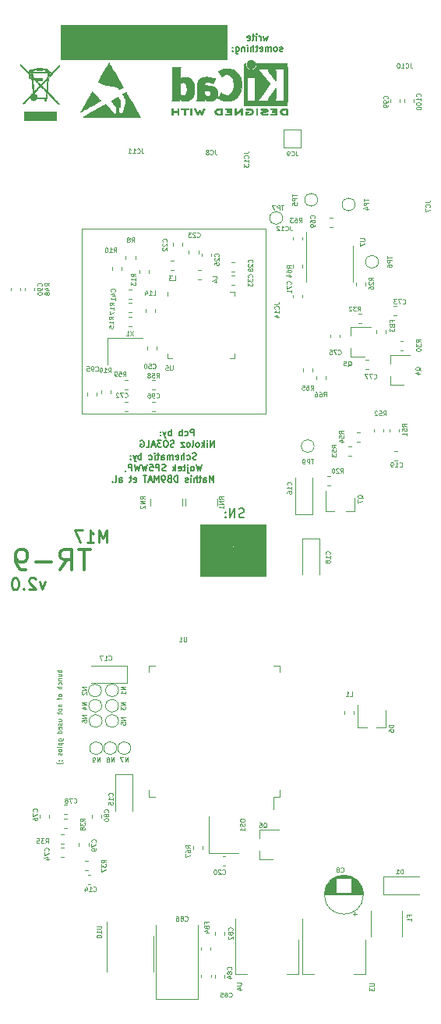
<source format=gbr>
G04 #@! TF.GenerationSoftware,KiCad,Pcbnew,5.1.6*
G04 #@! TF.CreationDate,2020-09-24T09:13:06+02:00*
G04 #@! TF.ProjectId,Mainboard,4d61696e-626f-4617-9264-2e6b69636164,rev?*
G04 #@! TF.SameCoordinates,Original*
G04 #@! TF.FileFunction,Legend,Bot*
G04 #@! TF.FilePolarity,Positive*
%FSLAX46Y46*%
G04 Gerber Fmt 4.6, Leading zero omitted, Abs format (unit mm)*
G04 Created by KiCad (PCBNEW 5.1.6) date 2020-09-24 09:13:06*
%MOMM*%
%LPD*%
G01*
G04 APERTURE LIST*
%ADD10C,0.150000*%
%ADD11C,0.250000*%
%ADD12C,0.100000*%
%ADD13C,0.125000*%
%ADD14C,0.175000*%
%ADD15C,0.120000*%
%ADD16C,0.350000*%
%ADD17C,0.010000*%
G04 APERTURE END LIST*
D10*
X44903259Y-123716681D02*
X44760401Y-123764300D01*
X44522306Y-123764300D01*
X44427068Y-123716681D01*
X44379449Y-123669062D01*
X44331830Y-123573824D01*
X44331830Y-123478586D01*
X44379449Y-123383348D01*
X44427068Y-123335729D01*
X44522306Y-123288110D01*
X44712782Y-123240491D01*
X44808020Y-123192872D01*
X44855640Y-123145253D01*
X44903259Y-123050015D01*
X44903259Y-122954777D01*
X44855640Y-122859539D01*
X44808020Y-122811920D01*
X44712782Y-122764300D01*
X44474687Y-122764300D01*
X44331830Y-122811920D01*
X43903259Y-123764300D02*
X43903259Y-122764300D01*
X43331830Y-123764300D01*
X43331830Y-122764300D01*
X42855640Y-123669062D02*
X42808020Y-123716681D01*
X42855640Y-123764300D01*
X42903259Y-123716681D01*
X42855640Y-123669062D01*
X42855640Y-123764300D01*
X42855640Y-123145253D02*
X42808020Y-123192872D01*
X42855640Y-123240491D01*
X42903259Y-123192872D01*
X42855640Y-123145253D01*
X42855640Y-123240491D01*
D11*
X23299822Y-130704148D02*
X22990299Y-131570815D01*
X22680775Y-130704148D01*
X22247441Y-130394624D02*
X22185537Y-130332720D01*
X22061727Y-130270815D01*
X21752203Y-130270815D01*
X21628394Y-130332720D01*
X21566489Y-130394624D01*
X21504584Y-130518434D01*
X21504584Y-130642243D01*
X21566489Y-130827958D01*
X22309346Y-131570815D01*
X21504584Y-131570815D01*
X20947441Y-131447005D02*
X20885537Y-131508910D01*
X20947441Y-131570815D01*
X21009346Y-131508910D01*
X20947441Y-131447005D01*
X20947441Y-131570815D01*
X20080775Y-130270815D02*
X19956965Y-130270815D01*
X19833156Y-130332720D01*
X19771251Y-130394624D01*
X19709346Y-130518434D01*
X19647441Y-130766053D01*
X19647441Y-131075577D01*
X19709346Y-131323196D01*
X19771251Y-131447005D01*
X19833156Y-131508910D01*
X19956965Y-131570815D01*
X20080775Y-131570815D01*
X20204584Y-131508910D01*
X20266489Y-131447005D01*
X20328394Y-131323196D01*
X20390299Y-131075577D01*
X20390299Y-130766053D01*
X20328394Y-130518434D01*
X20266489Y-130394624D01*
X20204584Y-130332720D01*
X20080775Y-130270815D01*
D10*
X47505000Y-71513000D02*
X47371666Y-71979666D01*
X47238333Y-71646333D01*
X47105000Y-71979666D01*
X46971666Y-71513000D01*
X46705000Y-71979666D02*
X46705000Y-71513000D01*
X46705000Y-71646333D02*
X46671666Y-71579666D01*
X46638333Y-71546333D01*
X46571666Y-71513000D01*
X46505000Y-71513000D01*
X46271666Y-71979666D02*
X46271666Y-71513000D01*
X46271666Y-71279666D02*
X46305000Y-71313000D01*
X46271666Y-71346333D01*
X46238333Y-71313000D01*
X46271666Y-71279666D01*
X46271666Y-71346333D01*
X46038333Y-71513000D02*
X45771666Y-71513000D01*
X45938333Y-71279666D02*
X45938333Y-71879666D01*
X45905000Y-71946333D01*
X45838333Y-71979666D01*
X45771666Y-71979666D01*
X45271666Y-71946333D02*
X45338333Y-71979666D01*
X45471666Y-71979666D01*
X45538333Y-71946333D01*
X45571666Y-71879666D01*
X45571666Y-71613000D01*
X45538333Y-71546333D01*
X45471666Y-71513000D01*
X45338333Y-71513000D01*
X45271666Y-71546333D01*
X45238333Y-71613000D01*
X45238333Y-71679666D01*
X45571666Y-71746333D01*
X49071666Y-73146333D02*
X49005000Y-73179666D01*
X48871666Y-73179666D01*
X48805000Y-73146333D01*
X48771666Y-73079666D01*
X48771666Y-73046333D01*
X48805000Y-72979666D01*
X48871666Y-72946333D01*
X48971666Y-72946333D01*
X49038333Y-72913000D01*
X49071666Y-72846333D01*
X49071666Y-72813000D01*
X49038333Y-72746333D01*
X48971666Y-72713000D01*
X48871666Y-72713000D01*
X48805000Y-72746333D01*
X48371666Y-73179666D02*
X48438333Y-73146333D01*
X48471666Y-73113000D01*
X48505000Y-73046333D01*
X48505000Y-72846333D01*
X48471666Y-72779666D01*
X48438333Y-72746333D01*
X48371666Y-72713000D01*
X48271666Y-72713000D01*
X48205000Y-72746333D01*
X48171666Y-72779666D01*
X48138333Y-72846333D01*
X48138333Y-73046333D01*
X48171666Y-73113000D01*
X48205000Y-73146333D01*
X48271666Y-73179666D01*
X48371666Y-73179666D01*
X47838333Y-73179666D02*
X47838333Y-72713000D01*
X47838333Y-72779666D02*
X47805000Y-72746333D01*
X47738333Y-72713000D01*
X47638333Y-72713000D01*
X47571666Y-72746333D01*
X47538333Y-72813000D01*
X47538333Y-73179666D01*
X47538333Y-72813000D02*
X47505000Y-72746333D01*
X47438333Y-72713000D01*
X47338333Y-72713000D01*
X47271666Y-72746333D01*
X47238333Y-72813000D01*
X47238333Y-73179666D01*
X46638333Y-73146333D02*
X46705000Y-73179666D01*
X46838333Y-73179666D01*
X46905000Y-73146333D01*
X46938333Y-73079666D01*
X46938333Y-72813000D01*
X46905000Y-72746333D01*
X46838333Y-72713000D01*
X46705000Y-72713000D01*
X46638333Y-72746333D01*
X46605000Y-72813000D01*
X46605000Y-72879666D01*
X46938333Y-72946333D01*
X46405000Y-72713000D02*
X46138333Y-72713000D01*
X46305000Y-72479666D02*
X46305000Y-73079666D01*
X46271666Y-73146333D01*
X46205000Y-73179666D01*
X46138333Y-73179666D01*
X45905000Y-73179666D02*
X45905000Y-72479666D01*
X45605000Y-73179666D02*
X45605000Y-72813000D01*
X45638333Y-72746333D01*
X45705000Y-72713000D01*
X45805000Y-72713000D01*
X45871666Y-72746333D01*
X45905000Y-72779666D01*
X45271666Y-73179666D02*
X45271666Y-72713000D01*
X45271666Y-72479666D02*
X45305000Y-72513000D01*
X45271666Y-72546333D01*
X45238333Y-72513000D01*
X45271666Y-72479666D01*
X45271666Y-72546333D01*
X44938333Y-72713000D02*
X44938333Y-73179666D01*
X44938333Y-72779666D02*
X44905000Y-72746333D01*
X44838333Y-72713000D01*
X44738333Y-72713000D01*
X44671666Y-72746333D01*
X44638333Y-72813000D01*
X44638333Y-73179666D01*
X44005000Y-72713000D02*
X44005000Y-73279666D01*
X44038333Y-73346333D01*
X44071666Y-73379666D01*
X44138333Y-73413000D01*
X44238333Y-73413000D01*
X44305000Y-73379666D01*
X44005000Y-73146333D02*
X44071666Y-73179666D01*
X44205000Y-73179666D01*
X44271666Y-73146333D01*
X44305000Y-73113000D01*
X44338333Y-73046333D01*
X44338333Y-72846333D01*
X44305000Y-72779666D01*
X44271666Y-72746333D01*
X44205000Y-72713000D01*
X44071666Y-72713000D01*
X44005000Y-72746333D01*
X43671666Y-73113000D02*
X43638333Y-73146333D01*
X43671666Y-73179666D01*
X43705000Y-73146333D01*
X43671666Y-73113000D01*
X43671666Y-73179666D01*
X43671666Y-72746333D02*
X43638333Y-72779666D01*
X43671666Y-72813000D01*
X43705000Y-72779666D01*
X43671666Y-72746333D01*
X43671666Y-72813000D01*
D12*
G36*
X43042840Y-74041000D02*
G01*
X25019000Y-74041000D01*
X25019000Y-70307200D01*
X43042840Y-70307200D01*
X43042840Y-74041000D01*
G37*
X43042840Y-74041000D02*
X25019000Y-74041000D01*
X25019000Y-70307200D01*
X43042840Y-70307200D01*
X43042840Y-74041000D01*
D13*
X25062310Y-140302931D02*
X24562310Y-140302931D01*
X24752786Y-140302931D02*
X24728977Y-140350550D01*
X24728977Y-140445788D01*
X24752786Y-140493407D01*
X24776596Y-140517217D01*
X24824215Y-140541026D01*
X24967072Y-140541026D01*
X25014691Y-140517217D01*
X25038500Y-140493407D01*
X25062310Y-140445788D01*
X25062310Y-140350550D01*
X25038500Y-140302931D01*
X24728977Y-140969598D02*
X25062310Y-140969598D01*
X24728977Y-140755312D02*
X24990881Y-140755312D01*
X25038500Y-140779121D01*
X25062310Y-140826740D01*
X25062310Y-140898169D01*
X25038500Y-140945788D01*
X25014691Y-140969598D01*
X24728977Y-141207693D02*
X25062310Y-141207693D01*
X24776596Y-141207693D02*
X24752786Y-141231502D01*
X24728977Y-141279121D01*
X24728977Y-141350550D01*
X24752786Y-141398169D01*
X24800405Y-141421979D01*
X25062310Y-141421979D01*
X25038500Y-141874360D02*
X25062310Y-141826740D01*
X25062310Y-141731502D01*
X25038500Y-141683883D01*
X25014691Y-141660074D01*
X24967072Y-141636264D01*
X24824215Y-141636264D01*
X24776596Y-141660074D01*
X24752786Y-141683883D01*
X24728977Y-141731502D01*
X24728977Y-141826740D01*
X24752786Y-141874360D01*
X25062310Y-142088645D02*
X24562310Y-142088645D01*
X25062310Y-142302931D02*
X24800405Y-142302931D01*
X24752786Y-142279121D01*
X24728977Y-142231502D01*
X24728977Y-142160074D01*
X24752786Y-142112455D01*
X24776596Y-142088645D01*
X25062310Y-142993407D02*
X25038500Y-142945788D01*
X25014691Y-142921979D01*
X24967072Y-142898169D01*
X24824215Y-142898169D01*
X24776596Y-142921979D01*
X24752786Y-142945788D01*
X24728977Y-142993407D01*
X24728977Y-143064836D01*
X24752786Y-143112455D01*
X24776596Y-143136264D01*
X24824215Y-143160074D01*
X24967072Y-143160074D01*
X25014691Y-143136264D01*
X25038500Y-143112455D01*
X25062310Y-143064836D01*
X25062310Y-142993407D01*
X24728977Y-143302931D02*
X24728977Y-143493407D01*
X25062310Y-143374360D02*
X24633739Y-143374360D01*
X24586120Y-143398169D01*
X24562310Y-143445788D01*
X24562310Y-143493407D01*
X24728977Y-144041026D02*
X25062310Y-144041026D01*
X24776596Y-144041026D02*
X24752786Y-144064836D01*
X24728977Y-144112455D01*
X24728977Y-144183883D01*
X24752786Y-144231502D01*
X24800405Y-144255312D01*
X25062310Y-144255312D01*
X25062310Y-144564836D02*
X25038500Y-144517217D01*
X25014691Y-144493407D01*
X24967072Y-144469598D01*
X24824215Y-144469598D01*
X24776596Y-144493407D01*
X24752786Y-144517217D01*
X24728977Y-144564836D01*
X24728977Y-144636264D01*
X24752786Y-144683883D01*
X24776596Y-144707693D01*
X24824215Y-144731502D01*
X24967072Y-144731502D01*
X25014691Y-144707693D01*
X25038500Y-144683883D01*
X25062310Y-144636264D01*
X25062310Y-144564836D01*
X24728977Y-144874360D02*
X24728977Y-145064836D01*
X24562310Y-144945788D02*
X24990881Y-144945788D01*
X25038500Y-144969598D01*
X25062310Y-145017217D01*
X25062310Y-145064836D01*
X24728977Y-145826740D02*
X25062310Y-145826740D01*
X24728977Y-145612455D02*
X24990881Y-145612455D01*
X25038500Y-145636264D01*
X25062310Y-145683883D01*
X25062310Y-145755312D01*
X25038500Y-145802931D01*
X25014691Y-145826740D01*
X25038500Y-146041026D02*
X25062310Y-146088645D01*
X25062310Y-146183883D01*
X25038500Y-146231502D01*
X24990881Y-146255312D01*
X24967072Y-146255312D01*
X24919453Y-146231502D01*
X24895643Y-146183883D01*
X24895643Y-146112455D01*
X24871834Y-146064836D01*
X24824215Y-146041026D01*
X24800405Y-146041026D01*
X24752786Y-146064836D01*
X24728977Y-146112455D01*
X24728977Y-146183883D01*
X24752786Y-146231502D01*
X25038500Y-146660074D02*
X25062310Y-146612455D01*
X25062310Y-146517217D01*
X25038500Y-146469598D01*
X24990881Y-146445788D01*
X24800405Y-146445788D01*
X24752786Y-146469598D01*
X24728977Y-146517217D01*
X24728977Y-146612455D01*
X24752786Y-146660074D01*
X24800405Y-146683883D01*
X24848024Y-146683883D01*
X24895643Y-146445788D01*
X25062310Y-147112455D02*
X24562310Y-147112455D01*
X25038500Y-147112455D02*
X25062310Y-147064836D01*
X25062310Y-146969598D01*
X25038500Y-146921979D01*
X25014691Y-146898169D01*
X24967072Y-146874360D01*
X24824215Y-146874360D01*
X24776596Y-146898169D01*
X24752786Y-146921979D01*
X24728977Y-146969598D01*
X24728977Y-147064836D01*
X24752786Y-147112455D01*
X24728977Y-147945788D02*
X25133739Y-147945788D01*
X25181358Y-147921979D01*
X25205167Y-147898169D01*
X25228977Y-147850550D01*
X25228977Y-147779121D01*
X25205167Y-147731502D01*
X25038500Y-147945788D02*
X25062310Y-147898169D01*
X25062310Y-147802931D01*
X25038500Y-147755312D01*
X25014691Y-147731502D01*
X24967072Y-147707693D01*
X24824215Y-147707693D01*
X24776596Y-147731502D01*
X24752786Y-147755312D01*
X24728977Y-147802931D01*
X24728977Y-147898169D01*
X24752786Y-147945788D01*
X24728977Y-148183883D02*
X25228977Y-148183883D01*
X24752786Y-148183883D02*
X24728977Y-148231502D01*
X24728977Y-148326740D01*
X24752786Y-148374360D01*
X24776596Y-148398169D01*
X24824215Y-148421979D01*
X24967072Y-148421979D01*
X25014691Y-148398169D01*
X25038500Y-148374360D01*
X25062310Y-148326740D01*
X25062310Y-148231502D01*
X25038500Y-148183883D01*
X25062310Y-148636264D02*
X24728977Y-148636264D01*
X24562310Y-148636264D02*
X24586120Y-148612455D01*
X24609929Y-148636264D01*
X24586120Y-148660074D01*
X24562310Y-148636264D01*
X24609929Y-148636264D01*
X25062310Y-148945788D02*
X25038500Y-148898169D01*
X25014691Y-148874360D01*
X24967072Y-148850550D01*
X24824215Y-148850550D01*
X24776596Y-148874360D01*
X24752786Y-148898169D01*
X24728977Y-148945788D01*
X24728977Y-149017217D01*
X24752786Y-149064836D01*
X24776596Y-149088645D01*
X24824215Y-149112455D01*
X24967072Y-149112455D01*
X25014691Y-149088645D01*
X25038500Y-149064836D01*
X25062310Y-149017217D01*
X25062310Y-148945788D01*
X25038500Y-149302931D02*
X25062310Y-149350550D01*
X25062310Y-149445788D01*
X25038500Y-149493407D01*
X24990881Y-149517217D01*
X24967072Y-149517217D01*
X24919453Y-149493407D01*
X24895643Y-149445788D01*
X24895643Y-149374360D01*
X24871834Y-149326740D01*
X24824215Y-149302931D01*
X24800405Y-149302931D01*
X24752786Y-149326740D01*
X24728977Y-149374360D01*
X24728977Y-149445788D01*
X24752786Y-149493407D01*
X25038500Y-150136264D02*
X25062310Y-150136264D01*
X25109929Y-150112455D01*
X25133739Y-150088645D01*
X24752786Y-150112455D02*
X24776596Y-150136264D01*
X24800405Y-150112455D01*
X24776596Y-150088645D01*
X24752786Y-150112455D01*
X24800405Y-150112455D01*
X25252786Y-150302931D02*
X25228977Y-150326740D01*
X25157548Y-150374360D01*
X25109929Y-150398169D01*
X25038500Y-150421979D01*
X24919453Y-150445788D01*
X24824215Y-150445788D01*
X24705167Y-150421979D01*
X24633739Y-150398169D01*
X24586120Y-150374360D01*
X24514691Y-150326740D01*
X24490881Y-150302931D01*
D12*
G36*
X47244000Y-130098800D02*
G01*
X40132000Y-130098800D01*
X40132000Y-126949200D01*
X47244000Y-126949200D01*
X47244000Y-130098800D01*
G37*
X47244000Y-130098800D02*
X40132000Y-130098800D01*
X40132000Y-126949200D01*
X47244000Y-126949200D01*
X47244000Y-130098800D01*
G36*
X47244000Y-126898400D02*
G01*
X40132000Y-126923800D01*
X40132000Y-124536200D01*
X47244000Y-124510800D01*
X47244000Y-126898400D01*
G37*
X47244000Y-126898400D02*
X40132000Y-126923800D01*
X40132000Y-124536200D01*
X47244000Y-124510800D01*
X47244000Y-126898400D01*
D14*
X39459466Y-114867766D02*
X39459466Y-114167766D01*
X39192800Y-114167766D01*
X39126133Y-114201100D01*
X39092800Y-114234433D01*
X39059466Y-114301100D01*
X39059466Y-114401100D01*
X39092800Y-114467766D01*
X39126133Y-114501100D01*
X39192800Y-114534433D01*
X39459466Y-114534433D01*
X38459466Y-114834433D02*
X38526133Y-114867766D01*
X38659466Y-114867766D01*
X38726133Y-114834433D01*
X38759466Y-114801100D01*
X38792800Y-114734433D01*
X38792800Y-114534433D01*
X38759466Y-114467766D01*
X38726133Y-114434433D01*
X38659466Y-114401100D01*
X38526133Y-114401100D01*
X38459466Y-114434433D01*
X38159466Y-114867766D02*
X38159466Y-114167766D01*
X38159466Y-114434433D02*
X38092800Y-114401100D01*
X37959466Y-114401100D01*
X37892800Y-114434433D01*
X37859466Y-114467766D01*
X37826133Y-114534433D01*
X37826133Y-114734433D01*
X37859466Y-114801100D01*
X37892800Y-114834433D01*
X37959466Y-114867766D01*
X38092800Y-114867766D01*
X38159466Y-114834433D01*
X36992800Y-114867766D02*
X36992800Y-114167766D01*
X36992800Y-114434433D02*
X36926133Y-114401100D01*
X36792800Y-114401100D01*
X36726133Y-114434433D01*
X36692800Y-114467766D01*
X36659466Y-114534433D01*
X36659466Y-114734433D01*
X36692800Y-114801100D01*
X36726133Y-114834433D01*
X36792800Y-114867766D01*
X36926133Y-114867766D01*
X36992800Y-114834433D01*
X36426133Y-114401100D02*
X36259466Y-114867766D01*
X36092800Y-114401100D02*
X36259466Y-114867766D01*
X36326133Y-115034433D01*
X36359466Y-115067766D01*
X36426133Y-115101100D01*
X35826133Y-114801100D02*
X35792800Y-114834433D01*
X35826133Y-114867766D01*
X35859466Y-114834433D01*
X35826133Y-114801100D01*
X35826133Y-114867766D01*
X35826133Y-114434433D02*
X35792800Y-114467766D01*
X35826133Y-114501100D01*
X35859466Y-114467766D01*
X35826133Y-114434433D01*
X35826133Y-114501100D01*
X41626133Y-116092766D02*
X41626133Y-115392766D01*
X41226133Y-116092766D01*
X41226133Y-115392766D01*
X40892800Y-116092766D02*
X40892800Y-115626100D01*
X40892800Y-115392766D02*
X40926133Y-115426100D01*
X40892800Y-115459433D01*
X40859466Y-115426100D01*
X40892800Y-115392766D01*
X40892800Y-115459433D01*
X40559466Y-116092766D02*
X40559466Y-115392766D01*
X40492800Y-115826100D02*
X40292800Y-116092766D01*
X40292800Y-115626100D02*
X40559466Y-115892766D01*
X39892800Y-116092766D02*
X39959466Y-116059433D01*
X39992800Y-116026100D01*
X40026133Y-115959433D01*
X40026133Y-115759433D01*
X39992800Y-115692766D01*
X39959466Y-115659433D01*
X39892800Y-115626100D01*
X39792800Y-115626100D01*
X39726133Y-115659433D01*
X39692800Y-115692766D01*
X39659466Y-115759433D01*
X39659466Y-115959433D01*
X39692800Y-116026100D01*
X39726133Y-116059433D01*
X39792800Y-116092766D01*
X39892800Y-116092766D01*
X39259466Y-116092766D02*
X39326133Y-116059433D01*
X39359466Y-115992766D01*
X39359466Y-115392766D01*
X38892800Y-116092766D02*
X38959466Y-116059433D01*
X38992800Y-116026100D01*
X39026133Y-115959433D01*
X39026133Y-115759433D01*
X38992800Y-115692766D01*
X38959466Y-115659433D01*
X38892800Y-115626100D01*
X38792800Y-115626100D01*
X38726133Y-115659433D01*
X38692800Y-115692766D01*
X38659466Y-115759433D01*
X38659466Y-115959433D01*
X38692800Y-116026100D01*
X38726133Y-116059433D01*
X38792800Y-116092766D01*
X38892800Y-116092766D01*
X38426133Y-115626100D02*
X38059466Y-115626100D01*
X38426133Y-116092766D01*
X38059466Y-116092766D01*
X37292800Y-116059433D02*
X37192800Y-116092766D01*
X37026133Y-116092766D01*
X36959466Y-116059433D01*
X36926133Y-116026100D01*
X36892800Y-115959433D01*
X36892800Y-115892766D01*
X36926133Y-115826100D01*
X36959466Y-115792766D01*
X37026133Y-115759433D01*
X37159466Y-115726100D01*
X37226133Y-115692766D01*
X37259466Y-115659433D01*
X37292800Y-115592766D01*
X37292800Y-115526100D01*
X37259466Y-115459433D01*
X37226133Y-115426100D01*
X37159466Y-115392766D01*
X36992800Y-115392766D01*
X36892800Y-115426100D01*
X36459466Y-115392766D02*
X36326133Y-115392766D01*
X36259466Y-115426100D01*
X36192800Y-115492766D01*
X36159466Y-115626100D01*
X36159466Y-115859433D01*
X36192800Y-115992766D01*
X36259466Y-116059433D01*
X36326133Y-116092766D01*
X36459466Y-116092766D01*
X36526133Y-116059433D01*
X36592800Y-115992766D01*
X36626133Y-115859433D01*
X36626133Y-115626100D01*
X36592800Y-115492766D01*
X36526133Y-115426100D01*
X36459466Y-115392766D01*
X35926133Y-115392766D02*
X35492800Y-115392766D01*
X35726133Y-115659433D01*
X35626133Y-115659433D01*
X35559466Y-115692766D01*
X35526133Y-115726100D01*
X35492800Y-115792766D01*
X35492800Y-115959433D01*
X35526133Y-116026100D01*
X35559466Y-116059433D01*
X35626133Y-116092766D01*
X35826133Y-116092766D01*
X35892800Y-116059433D01*
X35926133Y-116026100D01*
X35226133Y-115892766D02*
X34892800Y-115892766D01*
X35292800Y-116092766D02*
X35059466Y-115392766D01*
X34826133Y-116092766D01*
X34259466Y-116092766D02*
X34592800Y-116092766D01*
X34592800Y-115392766D01*
X33659466Y-115426100D02*
X33726133Y-115392766D01*
X33826133Y-115392766D01*
X33926133Y-115426100D01*
X33992800Y-115492766D01*
X34026133Y-115559433D01*
X34059466Y-115692766D01*
X34059466Y-115792766D01*
X34026133Y-115926100D01*
X33992800Y-115992766D01*
X33926133Y-116059433D01*
X33826133Y-116092766D01*
X33759466Y-116092766D01*
X33659466Y-116059433D01*
X33626133Y-116026100D01*
X33626133Y-115792766D01*
X33759466Y-115792766D01*
D15*
X27305000Y-92456000D02*
X27305000Y-112522000D01*
X27686000Y-92456000D02*
X27305000Y-92456000D01*
X28067000Y-92456000D02*
X27686000Y-92456000D01*
X28829000Y-92456000D02*
X28067000Y-92456000D01*
X47244000Y-92456000D02*
X28829000Y-92456000D01*
X47244000Y-112522000D02*
X47244000Y-92456000D01*
X27305000Y-112522000D02*
X47244000Y-112522000D01*
D16*
X28166495Y-127202398D02*
X26909352Y-127202398D01*
X27537923Y-129402398D02*
X27537923Y-127202398D01*
X24918876Y-129402398D02*
X25652209Y-128354779D01*
X26176019Y-129402398D02*
X26176019Y-127202398D01*
X25337923Y-127202398D01*
X25128400Y-127307160D01*
X25023638Y-127411921D01*
X24918876Y-127621445D01*
X24918876Y-127935731D01*
X25023638Y-128145255D01*
X25128400Y-128250017D01*
X25337923Y-128354779D01*
X26176019Y-128354779D01*
X23976019Y-128564302D02*
X22299828Y-128564302D01*
X21147447Y-129402398D02*
X20728400Y-129402398D01*
X20518876Y-129297636D01*
X20414114Y-129192874D01*
X20204590Y-128878588D01*
X20099828Y-128459540D01*
X20099828Y-127621445D01*
X20204590Y-127411921D01*
X20309352Y-127307160D01*
X20518876Y-127202398D01*
X20937923Y-127202398D01*
X21147447Y-127307160D01*
X21252209Y-127411921D01*
X21356971Y-127621445D01*
X21356971Y-128145255D01*
X21252209Y-128354779D01*
X21147447Y-128459540D01*
X20937923Y-128564302D01*
X20518876Y-128564302D01*
X20309352Y-128459540D01*
X20204590Y-128354779D01*
X20099828Y-128145255D01*
D11*
X29987348Y-126434935D02*
X29987348Y-125134935D01*
X29554015Y-126063506D01*
X29120681Y-125134935D01*
X29120681Y-126434935D01*
X27820681Y-126434935D02*
X28563539Y-126434935D01*
X28192110Y-126434935D02*
X28192110Y-125134935D01*
X28315920Y-125320649D01*
X28439729Y-125444459D01*
X28563539Y-125506363D01*
X27387348Y-125134935D02*
X26520681Y-125134935D01*
X27077824Y-126434935D01*
D14*
X39702133Y-117422333D02*
X39602133Y-117455666D01*
X39435466Y-117455666D01*
X39368800Y-117422333D01*
X39335466Y-117389000D01*
X39302133Y-117322333D01*
X39302133Y-117255666D01*
X39335466Y-117189000D01*
X39368800Y-117155666D01*
X39435466Y-117122333D01*
X39568800Y-117089000D01*
X39635466Y-117055666D01*
X39668800Y-117022333D01*
X39702133Y-116955666D01*
X39702133Y-116889000D01*
X39668800Y-116822333D01*
X39635466Y-116789000D01*
X39568800Y-116755666D01*
X39402133Y-116755666D01*
X39302133Y-116789000D01*
X38702133Y-117422333D02*
X38768800Y-117455666D01*
X38902133Y-117455666D01*
X38968800Y-117422333D01*
X39002133Y-117389000D01*
X39035466Y-117322333D01*
X39035466Y-117122333D01*
X39002133Y-117055666D01*
X38968800Y-117022333D01*
X38902133Y-116989000D01*
X38768800Y-116989000D01*
X38702133Y-117022333D01*
X38402133Y-117455666D02*
X38402133Y-116755666D01*
X38102133Y-117455666D02*
X38102133Y-117089000D01*
X38135466Y-117022333D01*
X38202133Y-116989000D01*
X38302133Y-116989000D01*
X38368800Y-117022333D01*
X38402133Y-117055666D01*
X37502133Y-117422333D02*
X37568800Y-117455666D01*
X37702133Y-117455666D01*
X37768800Y-117422333D01*
X37802133Y-117355666D01*
X37802133Y-117089000D01*
X37768800Y-117022333D01*
X37702133Y-116989000D01*
X37568800Y-116989000D01*
X37502133Y-117022333D01*
X37468800Y-117089000D01*
X37468800Y-117155666D01*
X37802133Y-117222333D01*
X37168800Y-117455666D02*
X37168800Y-116989000D01*
X37168800Y-117055666D02*
X37135466Y-117022333D01*
X37068800Y-116989000D01*
X36968800Y-116989000D01*
X36902133Y-117022333D01*
X36868800Y-117089000D01*
X36868800Y-117455666D01*
X36868800Y-117089000D02*
X36835466Y-117022333D01*
X36768800Y-116989000D01*
X36668800Y-116989000D01*
X36602133Y-117022333D01*
X36568800Y-117089000D01*
X36568800Y-117455666D01*
X35935466Y-117455666D02*
X35935466Y-117089000D01*
X35968800Y-117022333D01*
X36035466Y-116989000D01*
X36168800Y-116989000D01*
X36235466Y-117022333D01*
X35935466Y-117422333D02*
X36002133Y-117455666D01*
X36168800Y-117455666D01*
X36235466Y-117422333D01*
X36268800Y-117355666D01*
X36268800Y-117289000D01*
X36235466Y-117222333D01*
X36168800Y-117189000D01*
X36002133Y-117189000D01*
X35935466Y-117155666D01*
X35702133Y-116989000D02*
X35435466Y-116989000D01*
X35602133Y-116755666D02*
X35602133Y-117355666D01*
X35568800Y-117422333D01*
X35502133Y-117455666D01*
X35435466Y-117455666D01*
X35202133Y-117455666D02*
X35202133Y-116989000D01*
X35202133Y-116755666D02*
X35235466Y-116789000D01*
X35202133Y-116822333D01*
X35168800Y-116789000D01*
X35202133Y-116755666D01*
X35202133Y-116822333D01*
X34568800Y-117422333D02*
X34635466Y-117455666D01*
X34768800Y-117455666D01*
X34835466Y-117422333D01*
X34868800Y-117389000D01*
X34902133Y-117322333D01*
X34902133Y-117122333D01*
X34868800Y-117055666D01*
X34835466Y-117022333D01*
X34768800Y-116989000D01*
X34635466Y-116989000D01*
X34568800Y-117022333D01*
X33735466Y-117455666D02*
X33735466Y-116755666D01*
X33735466Y-117022333D02*
X33668800Y-116989000D01*
X33535466Y-116989000D01*
X33468800Y-117022333D01*
X33435466Y-117055666D01*
X33402133Y-117122333D01*
X33402133Y-117322333D01*
X33435466Y-117389000D01*
X33468800Y-117422333D01*
X33535466Y-117455666D01*
X33668800Y-117455666D01*
X33735466Y-117422333D01*
X33168800Y-116989000D02*
X33002133Y-117455666D01*
X32835466Y-116989000D02*
X33002133Y-117455666D01*
X33068800Y-117622333D01*
X33102133Y-117655666D01*
X33168800Y-117689000D01*
X32568800Y-117389000D02*
X32535466Y-117422333D01*
X32568800Y-117455666D01*
X32602133Y-117422333D01*
X32568800Y-117389000D01*
X32568800Y-117455666D01*
X32568800Y-117022333D02*
X32535466Y-117055666D01*
X32568800Y-117089000D01*
X32602133Y-117055666D01*
X32568800Y-117022333D01*
X32568800Y-117089000D01*
X40285466Y-117980666D02*
X40118800Y-118680666D01*
X39985466Y-118180666D01*
X39852133Y-118680666D01*
X39685466Y-117980666D01*
X39318800Y-118680666D02*
X39385466Y-118647333D01*
X39418800Y-118614000D01*
X39452133Y-118547333D01*
X39452133Y-118347333D01*
X39418800Y-118280666D01*
X39385466Y-118247333D01*
X39318800Y-118214000D01*
X39218800Y-118214000D01*
X39152133Y-118247333D01*
X39118800Y-118280666D01*
X39085466Y-118347333D01*
X39085466Y-118547333D01*
X39118800Y-118614000D01*
X39152133Y-118647333D01*
X39218800Y-118680666D01*
X39318800Y-118680666D01*
X38785466Y-118214000D02*
X38785466Y-118814000D01*
X38818800Y-118880666D01*
X38885466Y-118914000D01*
X38918800Y-118914000D01*
X38785466Y-117980666D02*
X38818800Y-118014000D01*
X38785466Y-118047333D01*
X38752133Y-118014000D01*
X38785466Y-117980666D01*
X38785466Y-118047333D01*
X38552133Y-118214000D02*
X38285466Y-118214000D01*
X38452133Y-117980666D02*
X38452133Y-118580666D01*
X38418800Y-118647333D01*
X38352133Y-118680666D01*
X38285466Y-118680666D01*
X37785466Y-118647333D02*
X37852133Y-118680666D01*
X37985466Y-118680666D01*
X38052133Y-118647333D01*
X38085466Y-118580666D01*
X38085466Y-118314000D01*
X38052133Y-118247333D01*
X37985466Y-118214000D01*
X37852133Y-118214000D01*
X37785466Y-118247333D01*
X37752133Y-118314000D01*
X37752133Y-118380666D01*
X38085466Y-118447333D01*
X37452133Y-118680666D02*
X37452133Y-117980666D01*
X37385466Y-118414000D02*
X37185466Y-118680666D01*
X37185466Y-118214000D02*
X37452133Y-118480666D01*
X36385466Y-118647333D02*
X36285466Y-118680666D01*
X36118800Y-118680666D01*
X36052133Y-118647333D01*
X36018800Y-118614000D01*
X35985466Y-118547333D01*
X35985466Y-118480666D01*
X36018800Y-118414000D01*
X36052133Y-118380666D01*
X36118800Y-118347333D01*
X36252133Y-118314000D01*
X36318800Y-118280666D01*
X36352133Y-118247333D01*
X36385466Y-118180666D01*
X36385466Y-118114000D01*
X36352133Y-118047333D01*
X36318800Y-118014000D01*
X36252133Y-117980666D01*
X36085466Y-117980666D01*
X35985466Y-118014000D01*
X35685466Y-118680666D02*
X35685466Y-117980666D01*
X35418800Y-117980666D01*
X35352133Y-118014000D01*
X35318800Y-118047333D01*
X35285466Y-118114000D01*
X35285466Y-118214000D01*
X35318800Y-118280666D01*
X35352133Y-118314000D01*
X35418800Y-118347333D01*
X35685466Y-118347333D01*
X34652133Y-117980666D02*
X34985466Y-117980666D01*
X35018800Y-118314000D01*
X34985466Y-118280666D01*
X34918800Y-118247333D01*
X34752133Y-118247333D01*
X34685466Y-118280666D01*
X34652133Y-118314000D01*
X34618800Y-118380666D01*
X34618800Y-118547333D01*
X34652133Y-118614000D01*
X34685466Y-118647333D01*
X34752133Y-118680666D01*
X34918800Y-118680666D01*
X34985466Y-118647333D01*
X35018800Y-118614000D01*
X34385466Y-117980666D02*
X34218800Y-118680666D01*
X34085466Y-118180666D01*
X33952133Y-118680666D01*
X33785466Y-117980666D01*
X33585466Y-117980666D02*
X33418800Y-118680666D01*
X33285466Y-118180666D01*
X33152133Y-118680666D01*
X32985466Y-117980666D01*
X32718800Y-118680666D02*
X32718800Y-117980666D01*
X32452133Y-117980666D01*
X32385466Y-118014000D01*
X32352133Y-118047333D01*
X32318800Y-118114000D01*
X32318800Y-118214000D01*
X32352133Y-118280666D01*
X32385466Y-118314000D01*
X32452133Y-118347333D01*
X32718800Y-118347333D01*
X31985466Y-118647333D02*
X31985466Y-118680666D01*
X32018800Y-118747333D01*
X32052133Y-118780666D01*
X41602133Y-119905666D02*
X41602133Y-119205666D01*
X41368800Y-119705666D01*
X41135466Y-119205666D01*
X41135466Y-119905666D01*
X40502133Y-119905666D02*
X40502133Y-119539000D01*
X40535466Y-119472333D01*
X40602133Y-119439000D01*
X40735466Y-119439000D01*
X40802133Y-119472333D01*
X40502133Y-119872333D02*
X40568800Y-119905666D01*
X40735466Y-119905666D01*
X40802133Y-119872333D01*
X40835466Y-119805666D01*
X40835466Y-119739000D01*
X40802133Y-119672333D01*
X40735466Y-119639000D01*
X40568800Y-119639000D01*
X40502133Y-119605666D01*
X40268800Y-119439000D02*
X40002133Y-119439000D01*
X40168800Y-119205666D02*
X40168800Y-119805666D01*
X40135466Y-119872333D01*
X40068800Y-119905666D01*
X40002133Y-119905666D01*
X39768800Y-119905666D02*
X39768800Y-119205666D01*
X39468800Y-119905666D02*
X39468800Y-119539000D01*
X39502133Y-119472333D01*
X39568800Y-119439000D01*
X39668800Y-119439000D01*
X39735466Y-119472333D01*
X39768800Y-119505666D01*
X39135466Y-119905666D02*
X39135466Y-119439000D01*
X39135466Y-119205666D02*
X39168800Y-119239000D01*
X39135466Y-119272333D01*
X39102133Y-119239000D01*
X39135466Y-119205666D01*
X39135466Y-119272333D01*
X38835466Y-119872333D02*
X38768800Y-119905666D01*
X38635466Y-119905666D01*
X38568800Y-119872333D01*
X38535466Y-119805666D01*
X38535466Y-119772333D01*
X38568800Y-119705666D01*
X38635466Y-119672333D01*
X38735466Y-119672333D01*
X38802133Y-119639000D01*
X38835466Y-119572333D01*
X38835466Y-119539000D01*
X38802133Y-119472333D01*
X38735466Y-119439000D01*
X38635466Y-119439000D01*
X38568800Y-119472333D01*
X37702133Y-119905666D02*
X37702133Y-119205666D01*
X37535466Y-119205666D01*
X37435466Y-119239000D01*
X37368800Y-119305666D01*
X37335466Y-119372333D01*
X37302133Y-119505666D01*
X37302133Y-119605666D01*
X37335466Y-119739000D01*
X37368800Y-119805666D01*
X37435466Y-119872333D01*
X37535466Y-119905666D01*
X37702133Y-119905666D01*
X36768800Y-119539000D02*
X36668800Y-119572333D01*
X36635466Y-119605666D01*
X36602133Y-119672333D01*
X36602133Y-119772333D01*
X36635466Y-119839000D01*
X36668800Y-119872333D01*
X36735466Y-119905666D01*
X37002133Y-119905666D01*
X37002133Y-119205666D01*
X36768800Y-119205666D01*
X36702133Y-119239000D01*
X36668800Y-119272333D01*
X36635466Y-119339000D01*
X36635466Y-119405666D01*
X36668800Y-119472333D01*
X36702133Y-119505666D01*
X36768800Y-119539000D01*
X37002133Y-119539000D01*
X36268800Y-119905666D02*
X36135466Y-119905666D01*
X36068800Y-119872333D01*
X36035466Y-119839000D01*
X35968800Y-119739000D01*
X35935466Y-119605666D01*
X35935466Y-119339000D01*
X35968800Y-119272333D01*
X36002133Y-119239000D01*
X36068800Y-119205666D01*
X36202133Y-119205666D01*
X36268800Y-119239000D01*
X36302133Y-119272333D01*
X36335466Y-119339000D01*
X36335466Y-119505666D01*
X36302133Y-119572333D01*
X36268800Y-119605666D01*
X36202133Y-119639000D01*
X36068800Y-119639000D01*
X36002133Y-119605666D01*
X35968800Y-119572333D01*
X35935466Y-119505666D01*
X35635466Y-119905666D02*
X35635466Y-119205666D01*
X35402133Y-119705666D01*
X35168800Y-119205666D01*
X35168800Y-119905666D01*
X34868800Y-119705666D02*
X34535466Y-119705666D01*
X34935466Y-119905666D02*
X34702133Y-119205666D01*
X34468800Y-119905666D01*
X34335466Y-119205666D02*
X33935466Y-119205666D01*
X34135466Y-119905666D02*
X34135466Y-119205666D01*
X32902133Y-119872333D02*
X32968800Y-119905666D01*
X33102133Y-119905666D01*
X33168800Y-119872333D01*
X33202133Y-119805666D01*
X33202133Y-119539000D01*
X33168800Y-119472333D01*
X33102133Y-119439000D01*
X32968800Y-119439000D01*
X32902133Y-119472333D01*
X32868800Y-119539000D01*
X32868800Y-119605666D01*
X33202133Y-119672333D01*
X32668800Y-119439000D02*
X32402133Y-119439000D01*
X32568800Y-119205666D02*
X32568800Y-119805666D01*
X32535466Y-119872333D01*
X32468800Y-119905666D01*
X32402133Y-119905666D01*
X31335466Y-119905666D02*
X31335466Y-119539000D01*
X31368800Y-119472333D01*
X31435466Y-119439000D01*
X31568800Y-119439000D01*
X31635466Y-119472333D01*
X31335466Y-119872333D02*
X31402133Y-119905666D01*
X31568800Y-119905666D01*
X31635466Y-119872333D01*
X31668800Y-119805666D01*
X31668800Y-119739000D01*
X31635466Y-119672333D01*
X31568800Y-119639000D01*
X31402133Y-119639000D01*
X31335466Y-119605666D01*
X30902133Y-119905666D02*
X30968800Y-119872333D01*
X31002133Y-119805666D01*
X31002133Y-119205666D01*
X30635466Y-119839000D02*
X30602133Y-119872333D01*
X30635466Y-119905666D01*
X30668800Y-119872333D01*
X30635466Y-119839000D01*
X30635466Y-119905666D01*
D17*
G36*
X20985178Y-80614822D02*
G01*
X24505971Y-80614822D01*
X24505971Y-79747198D01*
X20985178Y-79747198D01*
X20985178Y-80614822D01*
G37*
X20985178Y-80614822D02*
X24505971Y-80614822D01*
X24505971Y-79747198D01*
X20985178Y-79747198D01*
X20985178Y-80614822D01*
G36*
X20608570Y-74661848D02*
G01*
X20609189Y-74748931D01*
X21060914Y-75207891D01*
X21512639Y-75666852D01*
X21512968Y-75877471D01*
X21513297Y-76088089D01*
X21788390Y-76088089D01*
X21795478Y-76141530D01*
X21798162Y-76165888D01*
X21802687Y-76211759D01*
X21808809Y-76276405D01*
X21816288Y-76357091D01*
X21824881Y-76451081D01*
X21834346Y-76555637D01*
X21844442Y-76668025D01*
X21854926Y-76785507D01*
X21865556Y-76905348D01*
X21876091Y-77024811D01*
X21886287Y-77141159D01*
X21895905Y-77251657D01*
X21904700Y-77353569D01*
X21912432Y-77444158D01*
X21918858Y-77520687D01*
X21923737Y-77580421D01*
X21926825Y-77620624D01*
X21927883Y-77638559D01*
X21927882Y-77638644D01*
X21920173Y-77653035D01*
X21897019Y-77682748D01*
X21858105Y-77728131D01*
X21803116Y-77789529D01*
X21731736Y-77867288D01*
X21643651Y-77961754D01*
X21538546Y-78073272D01*
X21416105Y-78202188D01*
X21381690Y-78238287D01*
X20835863Y-78810416D01*
X20924119Y-78898436D01*
X20995515Y-78820758D01*
X21021634Y-78792686D01*
X21062434Y-78749274D01*
X21115223Y-78693366D01*
X21177309Y-78627808D01*
X21246000Y-78555441D01*
X21318604Y-78479112D01*
X21362040Y-78433524D01*
X21443584Y-78348119D01*
X21509496Y-78279710D01*
X21561456Y-78227053D01*
X21601145Y-78188905D01*
X21630243Y-78164020D01*
X21650431Y-78151156D01*
X21663390Y-78149068D01*
X21670800Y-78156513D01*
X21674342Y-78172246D01*
X21675697Y-78195023D01*
X21675879Y-78201239D01*
X21685297Y-78244061D01*
X21708503Y-78295819D01*
X21740864Y-78348328D01*
X21777748Y-78393403D01*
X21792507Y-78407328D01*
X21868233Y-78456047D01*
X21956692Y-78483306D01*
X22034900Y-78489773D01*
X22123532Y-78477576D01*
X22205388Y-78441813D01*
X22277836Y-78383722D01*
X22291203Y-78369262D01*
X22340082Y-78313733D01*
X23185674Y-78313733D01*
X23185674Y-78489773D01*
X23412010Y-78489773D01*
X23412010Y-78407531D01*
X23414850Y-78351386D01*
X23424393Y-78312416D01*
X23435991Y-78291219D01*
X23444277Y-78276052D01*
X23451373Y-78254062D01*
X23457748Y-78221987D01*
X23463872Y-78176569D01*
X23470216Y-78114548D01*
X23477250Y-78032662D01*
X23482066Y-77971746D01*
X23504161Y-77686343D01*
X24046565Y-78235805D01*
X24144637Y-78335228D01*
X24238784Y-78430815D01*
X24327285Y-78520810D01*
X24408420Y-78603457D01*
X24480469Y-78677001D01*
X24541712Y-78739684D01*
X24590427Y-78789752D01*
X24624896Y-78825448D01*
X24643379Y-78844995D01*
X24673743Y-78875944D01*
X24699071Y-78897530D01*
X24712695Y-78904723D01*
X24730095Y-78896297D01*
X24755460Y-78875245D01*
X24764058Y-78866671D01*
X24800514Y-78828620D01*
X24599802Y-78624658D01*
X24548596Y-78572699D01*
X24482569Y-78505820D01*
X24404618Y-78426950D01*
X24317638Y-78339014D01*
X24224526Y-78244941D01*
X24128179Y-78147658D01*
X24031492Y-78050093D01*
X23962134Y-77980145D01*
X23856703Y-77873550D01*
X23768129Y-77783307D01*
X23695281Y-77708192D01*
X23637023Y-77646986D01*
X23592225Y-77598466D01*
X23570021Y-77573129D01*
X23391724Y-77573129D01*
X23369401Y-77858555D01*
X23362669Y-77942219D01*
X23356157Y-78018727D01*
X23350234Y-78084081D01*
X23345268Y-78134281D01*
X23341629Y-78165329D01*
X23340458Y-78172273D01*
X23333838Y-78200565D01*
X22384364Y-78200565D01*
X22378026Y-78121606D01*
X22358890Y-78028315D01*
X22318846Y-77945791D01*
X22260418Y-77877038D01*
X22186129Y-77825063D01*
X22102748Y-77793863D01*
X22075698Y-77779228D01*
X22062156Y-77747819D01*
X22061872Y-77746434D01*
X22060247Y-77733174D01*
X22062256Y-77719595D01*
X22069858Y-77703181D01*
X22085016Y-77681411D01*
X22109688Y-77651767D01*
X22145836Y-77611732D01*
X22195420Y-77558785D01*
X22260401Y-77490409D01*
X22264599Y-77486005D01*
X22334493Y-77412611D01*
X22408800Y-77334437D01*
X22482414Y-77256864D01*
X22550229Y-77185275D01*
X22607140Y-77125051D01*
X22619832Y-77111587D01*
X22668487Y-77060820D01*
X22711709Y-77017375D01*
X22746395Y-76984241D01*
X22769444Y-76964405D01*
X22777182Y-76960046D01*
X22788722Y-76969170D01*
X22815710Y-76994200D01*
X22856021Y-77033052D01*
X22907529Y-77083643D01*
X22968109Y-77143888D01*
X23035636Y-77211704D01*
X23090826Y-77267565D01*
X23391724Y-77573129D01*
X23570021Y-77573129D01*
X23559751Y-77561411D01*
X23538471Y-77534599D01*
X23527251Y-77516808D01*
X23524754Y-77508570D01*
X23525700Y-77490590D01*
X23528573Y-77449892D01*
X23533187Y-77388819D01*
X23539358Y-77309713D01*
X23546898Y-77214914D01*
X23555621Y-77106767D01*
X23565343Y-76987612D01*
X23575876Y-76859791D01*
X23584365Y-76757635D01*
X23632396Y-76181674D01*
X23508805Y-76181674D01*
X23508273Y-76194104D01*
X23505769Y-76229110D01*
X23501496Y-76284215D01*
X23495653Y-76356943D01*
X23488443Y-76444814D01*
X23480066Y-76545351D01*
X23470723Y-76656077D01*
X23461758Y-76761205D01*
X23451602Y-76880483D01*
X23442142Y-76993080D01*
X23433596Y-77096305D01*
X23426179Y-77187473D01*
X23420108Y-77263895D01*
X23415601Y-77322883D01*
X23412873Y-77361749D01*
X23412116Y-77376844D01*
X23410935Y-77386238D01*
X23406256Y-77389966D01*
X23396276Y-77386471D01*
X23379190Y-77374199D01*
X23353196Y-77351594D01*
X23316490Y-77317100D01*
X23267267Y-77269162D01*
X23203726Y-77206224D01*
X23136305Y-77138968D01*
X22860601Y-76863477D01*
X22862533Y-76861406D01*
X22680290Y-76861406D01*
X22671984Y-76872780D01*
X22648733Y-76899563D01*
X22612865Y-76939292D01*
X22566713Y-76989507D01*
X22512606Y-77047746D01*
X22452874Y-77111547D01*
X22389848Y-77178449D01*
X22325858Y-77245990D01*
X22263236Y-77311710D01*
X22204310Y-77373146D01*
X22151412Y-77427837D01*
X22106872Y-77473322D01*
X22073020Y-77507138D01*
X22052188Y-77526826D01*
X22046506Y-77530837D01*
X22044634Y-77517891D01*
X22040746Y-77482134D01*
X22035057Y-77425804D01*
X22027781Y-77351140D01*
X22019131Y-77260380D01*
X22009322Y-77155762D01*
X21998566Y-77039526D01*
X21987079Y-76913908D01*
X21977907Y-76812618D01*
X21966174Y-76681279D01*
X21955335Y-76557552D01*
X21945570Y-76443681D01*
X21937063Y-76341911D01*
X21929995Y-76254487D01*
X21924549Y-76183653D01*
X21920908Y-76131653D01*
X21919253Y-76100732D01*
X21919442Y-76092703D01*
X21929334Y-76099854D01*
X21954524Y-76122841D01*
X21992810Y-76159439D01*
X22041989Y-76207422D01*
X22099861Y-76264566D01*
X22164222Y-76328647D01*
X22232871Y-76397438D01*
X22303605Y-76468716D01*
X22374222Y-76540255D01*
X22442520Y-76609830D01*
X22506296Y-76675217D01*
X22563350Y-76734191D01*
X22611478Y-76784527D01*
X22648478Y-76823999D01*
X22672148Y-76850383D01*
X22680290Y-76861406D01*
X22862533Y-76861406D01*
X22963409Y-76753295D01*
X23015768Y-76697377D01*
X23074535Y-76634948D01*
X23137385Y-76568443D01*
X23201995Y-76500298D01*
X23266042Y-76432948D01*
X23327203Y-76368828D01*
X23383153Y-76310372D01*
X23431570Y-76260018D01*
X23470130Y-76220198D01*
X23496509Y-76193350D01*
X23508384Y-76181908D01*
X23508805Y-76181674D01*
X23632396Y-76181674D01*
X23644401Y-76037726D01*
X24244938Y-75406158D01*
X24845475Y-74774589D01*
X24845034Y-74686315D01*
X24844592Y-74598040D01*
X24747583Y-74701666D01*
X24693291Y-74759463D01*
X24629192Y-74827368D01*
X24557016Y-74903572D01*
X24478492Y-74986269D01*
X24395349Y-75073653D01*
X24309319Y-75163915D01*
X24222130Y-75255250D01*
X24135513Y-75345849D01*
X24051197Y-75433907D01*
X23970912Y-75517615D01*
X23896387Y-75595167D01*
X23829354Y-75664757D01*
X23771541Y-75724576D01*
X23724679Y-75772818D01*
X23690496Y-75807676D01*
X23670724Y-75827343D01*
X23666390Y-75831116D01*
X23666092Y-75817992D01*
X23667731Y-75784389D01*
X23671023Y-75734880D01*
X23675682Y-75674037D01*
X23677682Y-75649732D01*
X23692577Y-75471951D01*
X23575955Y-75471951D01*
X23569934Y-75500243D01*
X23566863Y-75522618D01*
X23562548Y-75564717D01*
X23557488Y-75621178D01*
X23552181Y-75686635D01*
X23550344Y-75710862D01*
X23544927Y-75780421D01*
X23539459Y-75845018D01*
X23534488Y-75898548D01*
X23530561Y-75934910D01*
X23529675Y-75941509D01*
X23526334Y-75955056D01*
X23519101Y-75970914D01*
X23506440Y-75990861D01*
X23486811Y-76016673D01*
X23458678Y-76050129D01*
X23420502Y-76093007D01*
X23370746Y-76147083D01*
X23307871Y-76214136D01*
X23230341Y-76295943D01*
X23151251Y-76378950D01*
X23072564Y-76461094D01*
X22999112Y-76537169D01*
X22932724Y-76605325D01*
X22875227Y-76663712D01*
X22828451Y-76710481D01*
X22794224Y-76743782D01*
X22774373Y-76761767D01*
X22770140Y-76764442D01*
X22759003Y-76754741D01*
X22732971Y-76729441D01*
X22694570Y-76691082D01*
X22646328Y-76642200D01*
X22590770Y-76585334D01*
X22550592Y-76543906D01*
X22340831Y-76327000D01*
X22959337Y-76327000D01*
X22959337Y-76088089D01*
X22204881Y-76088089D01*
X22204881Y-76194542D01*
X22066565Y-76056654D01*
X21968447Y-75958840D01*
X21777357Y-75958840D01*
X21775529Y-75974270D01*
X21766277Y-75982867D01*
X21743950Y-75986613D01*
X21702895Y-75987489D01*
X21695624Y-75987495D01*
X21613891Y-75987495D01*
X21613891Y-75768172D01*
X21695624Y-75849179D01*
X21741730Y-75898428D01*
X21769306Y-75936159D01*
X21777357Y-75958840D01*
X21968447Y-75958840D01*
X21928248Y-75918766D01*
X21928248Y-75795952D01*
X21927863Y-75739450D01*
X21926100Y-75703505D01*
X21922050Y-75683530D01*
X21914801Y-75674937D01*
X21903870Y-75673139D01*
X21891712Y-75670498D01*
X21882727Y-75659912D01*
X21875826Y-75637381D01*
X21869924Y-75598909D01*
X21863935Y-75540498D01*
X21862013Y-75519104D01*
X21857852Y-75471951D01*
X23575955Y-75471951D01*
X23692577Y-75471951D01*
X23852109Y-75471951D01*
X23852109Y-75358782D01*
X23784314Y-75358782D01*
X23744662Y-75357696D01*
X23723116Y-75352454D01*
X23720480Y-75349334D01*
X23581616Y-75349334D01*
X23574308Y-75356462D01*
X23548993Y-75358662D01*
X23531908Y-75358782D01*
X23474881Y-75358782D01*
X23262221Y-75358782D01*
X21847698Y-75358782D01*
X21895542Y-75309786D01*
X21969850Y-75249324D01*
X22061816Y-75202691D01*
X22172998Y-75169249D01*
X22283471Y-75150753D01*
X22355773Y-75142122D01*
X22355773Y-75233040D01*
X22934188Y-75233040D01*
X22934188Y-75129893D01*
X23019065Y-75138496D01*
X23078368Y-75145756D01*
X23141551Y-75155379D01*
X23179386Y-75162252D01*
X23254832Y-75177407D01*
X23258526Y-75268095D01*
X23262221Y-75358782D01*
X23474881Y-75358782D01*
X23474881Y-75308485D01*
X23476544Y-75276976D01*
X23480697Y-75259463D01*
X23482371Y-75258188D01*
X23500987Y-75266254D01*
X23528183Y-75285820D01*
X23555448Y-75309944D01*
X23574267Y-75331682D01*
X23575943Y-75334508D01*
X23581616Y-75349334D01*
X23720480Y-75349334D01*
X23712662Y-75340081D01*
X23708442Y-75326604D01*
X23691219Y-75291627D01*
X23658138Y-75249579D01*
X23614893Y-75206356D01*
X23567174Y-75167854D01*
X23535830Y-75147801D01*
X23500123Y-75125851D01*
X23481819Y-75107411D01*
X23475388Y-75085668D01*
X23474894Y-75072718D01*
X23474894Y-75069575D01*
X22833594Y-75069575D01*
X22833594Y-75132446D01*
X22456367Y-75132446D01*
X22456367Y-75069575D01*
X22833594Y-75069575D01*
X23474894Y-75069575D01*
X23474881Y-75031852D01*
X23369048Y-75031852D01*
X23320355Y-75033029D01*
X23282405Y-75036165D01*
X23261308Y-75040671D01*
X23259023Y-75042495D01*
X23245641Y-75045295D01*
X23213074Y-75044148D01*
X23166916Y-75039393D01*
X23135376Y-75035003D01*
X23078188Y-75026378D01*
X23025886Y-75018591D01*
X22986582Y-75012847D01*
X22975055Y-75011215D01*
X22944937Y-75001888D01*
X22934188Y-74987272D01*
X22930920Y-74981320D01*
X22919230Y-74976778D01*
X22896288Y-74973470D01*
X22859265Y-74971215D01*
X22805332Y-74969834D01*
X22731660Y-74969150D01*
X22644980Y-74968980D01*
X22552471Y-74969077D01*
X22482094Y-74969530D01*
X22430836Y-74970590D01*
X22395680Y-74972503D01*
X22373611Y-74975519D01*
X22361615Y-74979885D01*
X22356676Y-74985849D01*
X22355773Y-74992784D01*
X22348079Y-75014795D01*
X22322879Y-75027321D01*
X22276991Y-75031788D01*
X22268736Y-75031852D01*
X22191027Y-75039868D01*
X22102767Y-75061936D01*
X22011915Y-75095084D01*
X21926430Y-75136339D01*
X21854274Y-75182731D01*
X21844928Y-75190082D01*
X21814467Y-75213998D01*
X21796428Y-75223576D01*
X21783831Y-75220480D01*
X21770900Y-75207704D01*
X21732707Y-75182678D01*
X21683002Y-75173071D01*
X21629476Y-75178067D01*
X21579822Y-75196851D01*
X21541733Y-75228606D01*
X21538975Y-75232297D01*
X21510474Y-75291575D01*
X21505172Y-75352934D01*
X21522482Y-75411427D01*
X21561820Y-75462104D01*
X21566630Y-75466289D01*
X21594560Y-75486167D01*
X21622898Y-75494921D01*
X21662737Y-75495553D01*
X21672689Y-75494992D01*
X21711668Y-75493562D01*
X21731746Y-75496839D01*
X21739015Y-75506728D01*
X21739760Y-75515961D01*
X21741284Y-75542744D01*
X21745065Y-75583025D01*
X21747782Y-75607124D01*
X21751723Y-75645401D01*
X21750084Y-75664996D01*
X21740579Y-75672158D01*
X21723649Y-75673139D01*
X21713608Y-75669901D01*
X21697410Y-75659420D01*
X21673855Y-75640548D01*
X21641743Y-75612135D01*
X21599872Y-75573035D01*
X21547043Y-75522097D01*
X21482055Y-75458173D01*
X21403709Y-75380114D01*
X21310803Y-75286772D01*
X21202137Y-75176998D01*
X21149769Y-75123952D01*
X20607951Y-74574767D01*
X20608570Y-74661848D01*
G37*
X20608570Y-74661848D02*
X20609189Y-74748931D01*
X21060914Y-75207891D01*
X21512639Y-75666852D01*
X21512968Y-75877471D01*
X21513297Y-76088089D01*
X21788390Y-76088089D01*
X21795478Y-76141530D01*
X21798162Y-76165888D01*
X21802687Y-76211759D01*
X21808809Y-76276405D01*
X21816288Y-76357091D01*
X21824881Y-76451081D01*
X21834346Y-76555637D01*
X21844442Y-76668025D01*
X21854926Y-76785507D01*
X21865556Y-76905348D01*
X21876091Y-77024811D01*
X21886287Y-77141159D01*
X21895905Y-77251657D01*
X21904700Y-77353569D01*
X21912432Y-77444158D01*
X21918858Y-77520687D01*
X21923737Y-77580421D01*
X21926825Y-77620624D01*
X21927883Y-77638559D01*
X21927882Y-77638644D01*
X21920173Y-77653035D01*
X21897019Y-77682748D01*
X21858105Y-77728131D01*
X21803116Y-77789529D01*
X21731736Y-77867288D01*
X21643651Y-77961754D01*
X21538546Y-78073272D01*
X21416105Y-78202188D01*
X21381690Y-78238287D01*
X20835863Y-78810416D01*
X20924119Y-78898436D01*
X20995515Y-78820758D01*
X21021634Y-78792686D01*
X21062434Y-78749274D01*
X21115223Y-78693366D01*
X21177309Y-78627808D01*
X21246000Y-78555441D01*
X21318604Y-78479112D01*
X21362040Y-78433524D01*
X21443584Y-78348119D01*
X21509496Y-78279710D01*
X21561456Y-78227053D01*
X21601145Y-78188905D01*
X21630243Y-78164020D01*
X21650431Y-78151156D01*
X21663390Y-78149068D01*
X21670800Y-78156513D01*
X21674342Y-78172246D01*
X21675697Y-78195023D01*
X21675879Y-78201239D01*
X21685297Y-78244061D01*
X21708503Y-78295819D01*
X21740864Y-78348328D01*
X21777748Y-78393403D01*
X21792507Y-78407328D01*
X21868233Y-78456047D01*
X21956692Y-78483306D01*
X22034900Y-78489773D01*
X22123532Y-78477576D01*
X22205388Y-78441813D01*
X22277836Y-78383722D01*
X22291203Y-78369262D01*
X22340082Y-78313733D01*
X23185674Y-78313733D01*
X23185674Y-78489773D01*
X23412010Y-78489773D01*
X23412010Y-78407531D01*
X23414850Y-78351386D01*
X23424393Y-78312416D01*
X23435991Y-78291219D01*
X23444277Y-78276052D01*
X23451373Y-78254062D01*
X23457748Y-78221987D01*
X23463872Y-78176569D01*
X23470216Y-78114548D01*
X23477250Y-78032662D01*
X23482066Y-77971746D01*
X23504161Y-77686343D01*
X24046565Y-78235805D01*
X24144637Y-78335228D01*
X24238784Y-78430815D01*
X24327285Y-78520810D01*
X24408420Y-78603457D01*
X24480469Y-78677001D01*
X24541712Y-78739684D01*
X24590427Y-78789752D01*
X24624896Y-78825448D01*
X24643379Y-78844995D01*
X24673743Y-78875944D01*
X24699071Y-78897530D01*
X24712695Y-78904723D01*
X24730095Y-78896297D01*
X24755460Y-78875245D01*
X24764058Y-78866671D01*
X24800514Y-78828620D01*
X24599802Y-78624658D01*
X24548596Y-78572699D01*
X24482569Y-78505820D01*
X24404618Y-78426950D01*
X24317638Y-78339014D01*
X24224526Y-78244941D01*
X24128179Y-78147658D01*
X24031492Y-78050093D01*
X23962134Y-77980145D01*
X23856703Y-77873550D01*
X23768129Y-77783307D01*
X23695281Y-77708192D01*
X23637023Y-77646986D01*
X23592225Y-77598466D01*
X23570021Y-77573129D01*
X23391724Y-77573129D01*
X23369401Y-77858555D01*
X23362669Y-77942219D01*
X23356157Y-78018727D01*
X23350234Y-78084081D01*
X23345268Y-78134281D01*
X23341629Y-78165329D01*
X23340458Y-78172273D01*
X23333838Y-78200565D01*
X22384364Y-78200565D01*
X22378026Y-78121606D01*
X22358890Y-78028315D01*
X22318846Y-77945791D01*
X22260418Y-77877038D01*
X22186129Y-77825063D01*
X22102748Y-77793863D01*
X22075698Y-77779228D01*
X22062156Y-77747819D01*
X22061872Y-77746434D01*
X22060247Y-77733174D01*
X22062256Y-77719595D01*
X22069858Y-77703181D01*
X22085016Y-77681411D01*
X22109688Y-77651767D01*
X22145836Y-77611732D01*
X22195420Y-77558785D01*
X22260401Y-77490409D01*
X22264599Y-77486005D01*
X22334493Y-77412611D01*
X22408800Y-77334437D01*
X22482414Y-77256864D01*
X22550229Y-77185275D01*
X22607140Y-77125051D01*
X22619832Y-77111587D01*
X22668487Y-77060820D01*
X22711709Y-77017375D01*
X22746395Y-76984241D01*
X22769444Y-76964405D01*
X22777182Y-76960046D01*
X22788722Y-76969170D01*
X22815710Y-76994200D01*
X22856021Y-77033052D01*
X22907529Y-77083643D01*
X22968109Y-77143888D01*
X23035636Y-77211704D01*
X23090826Y-77267565D01*
X23391724Y-77573129D01*
X23570021Y-77573129D01*
X23559751Y-77561411D01*
X23538471Y-77534599D01*
X23527251Y-77516808D01*
X23524754Y-77508570D01*
X23525700Y-77490590D01*
X23528573Y-77449892D01*
X23533187Y-77388819D01*
X23539358Y-77309713D01*
X23546898Y-77214914D01*
X23555621Y-77106767D01*
X23565343Y-76987612D01*
X23575876Y-76859791D01*
X23584365Y-76757635D01*
X23632396Y-76181674D01*
X23508805Y-76181674D01*
X23508273Y-76194104D01*
X23505769Y-76229110D01*
X23501496Y-76284215D01*
X23495653Y-76356943D01*
X23488443Y-76444814D01*
X23480066Y-76545351D01*
X23470723Y-76656077D01*
X23461758Y-76761205D01*
X23451602Y-76880483D01*
X23442142Y-76993080D01*
X23433596Y-77096305D01*
X23426179Y-77187473D01*
X23420108Y-77263895D01*
X23415601Y-77322883D01*
X23412873Y-77361749D01*
X23412116Y-77376844D01*
X23410935Y-77386238D01*
X23406256Y-77389966D01*
X23396276Y-77386471D01*
X23379190Y-77374199D01*
X23353196Y-77351594D01*
X23316490Y-77317100D01*
X23267267Y-77269162D01*
X23203726Y-77206224D01*
X23136305Y-77138968D01*
X22860601Y-76863477D01*
X22862533Y-76861406D01*
X22680290Y-76861406D01*
X22671984Y-76872780D01*
X22648733Y-76899563D01*
X22612865Y-76939292D01*
X22566713Y-76989507D01*
X22512606Y-77047746D01*
X22452874Y-77111547D01*
X22389848Y-77178449D01*
X22325858Y-77245990D01*
X22263236Y-77311710D01*
X22204310Y-77373146D01*
X22151412Y-77427837D01*
X22106872Y-77473322D01*
X22073020Y-77507138D01*
X22052188Y-77526826D01*
X22046506Y-77530837D01*
X22044634Y-77517891D01*
X22040746Y-77482134D01*
X22035057Y-77425804D01*
X22027781Y-77351140D01*
X22019131Y-77260380D01*
X22009322Y-77155762D01*
X21998566Y-77039526D01*
X21987079Y-76913908D01*
X21977907Y-76812618D01*
X21966174Y-76681279D01*
X21955335Y-76557552D01*
X21945570Y-76443681D01*
X21937063Y-76341911D01*
X21929995Y-76254487D01*
X21924549Y-76183653D01*
X21920908Y-76131653D01*
X21919253Y-76100732D01*
X21919442Y-76092703D01*
X21929334Y-76099854D01*
X21954524Y-76122841D01*
X21992810Y-76159439D01*
X22041989Y-76207422D01*
X22099861Y-76264566D01*
X22164222Y-76328647D01*
X22232871Y-76397438D01*
X22303605Y-76468716D01*
X22374222Y-76540255D01*
X22442520Y-76609830D01*
X22506296Y-76675217D01*
X22563350Y-76734191D01*
X22611478Y-76784527D01*
X22648478Y-76823999D01*
X22672148Y-76850383D01*
X22680290Y-76861406D01*
X22862533Y-76861406D01*
X22963409Y-76753295D01*
X23015768Y-76697377D01*
X23074535Y-76634948D01*
X23137385Y-76568443D01*
X23201995Y-76500298D01*
X23266042Y-76432948D01*
X23327203Y-76368828D01*
X23383153Y-76310372D01*
X23431570Y-76260018D01*
X23470130Y-76220198D01*
X23496509Y-76193350D01*
X23508384Y-76181908D01*
X23508805Y-76181674D01*
X23632396Y-76181674D01*
X23644401Y-76037726D01*
X24244938Y-75406158D01*
X24845475Y-74774589D01*
X24845034Y-74686315D01*
X24844592Y-74598040D01*
X24747583Y-74701666D01*
X24693291Y-74759463D01*
X24629192Y-74827368D01*
X24557016Y-74903572D01*
X24478492Y-74986269D01*
X24395349Y-75073653D01*
X24309319Y-75163915D01*
X24222130Y-75255250D01*
X24135513Y-75345849D01*
X24051197Y-75433907D01*
X23970912Y-75517615D01*
X23896387Y-75595167D01*
X23829354Y-75664757D01*
X23771541Y-75724576D01*
X23724679Y-75772818D01*
X23690496Y-75807676D01*
X23670724Y-75827343D01*
X23666390Y-75831116D01*
X23666092Y-75817992D01*
X23667731Y-75784389D01*
X23671023Y-75734880D01*
X23675682Y-75674037D01*
X23677682Y-75649732D01*
X23692577Y-75471951D01*
X23575955Y-75471951D01*
X23569934Y-75500243D01*
X23566863Y-75522618D01*
X23562548Y-75564717D01*
X23557488Y-75621178D01*
X23552181Y-75686635D01*
X23550344Y-75710862D01*
X23544927Y-75780421D01*
X23539459Y-75845018D01*
X23534488Y-75898548D01*
X23530561Y-75934910D01*
X23529675Y-75941509D01*
X23526334Y-75955056D01*
X23519101Y-75970914D01*
X23506440Y-75990861D01*
X23486811Y-76016673D01*
X23458678Y-76050129D01*
X23420502Y-76093007D01*
X23370746Y-76147083D01*
X23307871Y-76214136D01*
X23230341Y-76295943D01*
X23151251Y-76378950D01*
X23072564Y-76461094D01*
X22999112Y-76537169D01*
X22932724Y-76605325D01*
X22875227Y-76663712D01*
X22828451Y-76710481D01*
X22794224Y-76743782D01*
X22774373Y-76761767D01*
X22770140Y-76764442D01*
X22759003Y-76754741D01*
X22732971Y-76729441D01*
X22694570Y-76691082D01*
X22646328Y-76642200D01*
X22590770Y-76585334D01*
X22550592Y-76543906D01*
X22340831Y-76327000D01*
X22959337Y-76327000D01*
X22959337Y-76088089D01*
X22204881Y-76088089D01*
X22204881Y-76194542D01*
X22066565Y-76056654D01*
X21968447Y-75958840D01*
X21777357Y-75958840D01*
X21775529Y-75974270D01*
X21766277Y-75982867D01*
X21743950Y-75986613D01*
X21702895Y-75987489D01*
X21695624Y-75987495D01*
X21613891Y-75987495D01*
X21613891Y-75768172D01*
X21695624Y-75849179D01*
X21741730Y-75898428D01*
X21769306Y-75936159D01*
X21777357Y-75958840D01*
X21968447Y-75958840D01*
X21928248Y-75918766D01*
X21928248Y-75795952D01*
X21927863Y-75739450D01*
X21926100Y-75703505D01*
X21922050Y-75683530D01*
X21914801Y-75674937D01*
X21903870Y-75673139D01*
X21891712Y-75670498D01*
X21882727Y-75659912D01*
X21875826Y-75637381D01*
X21869924Y-75598909D01*
X21863935Y-75540498D01*
X21862013Y-75519104D01*
X21857852Y-75471951D01*
X23575955Y-75471951D01*
X23692577Y-75471951D01*
X23852109Y-75471951D01*
X23852109Y-75358782D01*
X23784314Y-75358782D01*
X23744662Y-75357696D01*
X23723116Y-75352454D01*
X23720480Y-75349334D01*
X23581616Y-75349334D01*
X23574308Y-75356462D01*
X23548993Y-75358662D01*
X23531908Y-75358782D01*
X23474881Y-75358782D01*
X23262221Y-75358782D01*
X21847698Y-75358782D01*
X21895542Y-75309786D01*
X21969850Y-75249324D01*
X22061816Y-75202691D01*
X22172998Y-75169249D01*
X22283471Y-75150753D01*
X22355773Y-75142122D01*
X22355773Y-75233040D01*
X22934188Y-75233040D01*
X22934188Y-75129893D01*
X23019065Y-75138496D01*
X23078368Y-75145756D01*
X23141551Y-75155379D01*
X23179386Y-75162252D01*
X23254832Y-75177407D01*
X23258526Y-75268095D01*
X23262221Y-75358782D01*
X23474881Y-75358782D01*
X23474881Y-75308485D01*
X23476544Y-75276976D01*
X23480697Y-75259463D01*
X23482371Y-75258188D01*
X23500987Y-75266254D01*
X23528183Y-75285820D01*
X23555448Y-75309944D01*
X23574267Y-75331682D01*
X23575943Y-75334508D01*
X23581616Y-75349334D01*
X23720480Y-75349334D01*
X23712662Y-75340081D01*
X23708442Y-75326604D01*
X23691219Y-75291627D01*
X23658138Y-75249579D01*
X23614893Y-75206356D01*
X23567174Y-75167854D01*
X23535830Y-75147801D01*
X23500123Y-75125851D01*
X23481819Y-75107411D01*
X23475388Y-75085668D01*
X23474894Y-75072718D01*
X23474894Y-75069575D01*
X22833594Y-75069575D01*
X22833594Y-75132446D01*
X22456367Y-75132446D01*
X22456367Y-75069575D01*
X22833594Y-75069575D01*
X23474894Y-75069575D01*
X23474881Y-75031852D01*
X23369048Y-75031852D01*
X23320355Y-75033029D01*
X23282405Y-75036165D01*
X23261308Y-75040671D01*
X23259023Y-75042495D01*
X23245641Y-75045295D01*
X23213074Y-75044148D01*
X23166916Y-75039393D01*
X23135376Y-75035003D01*
X23078188Y-75026378D01*
X23025886Y-75018591D01*
X22986582Y-75012847D01*
X22975055Y-75011215D01*
X22944937Y-75001888D01*
X22934188Y-74987272D01*
X22930920Y-74981320D01*
X22919230Y-74976778D01*
X22896288Y-74973470D01*
X22859265Y-74971215D01*
X22805332Y-74969834D01*
X22731660Y-74969150D01*
X22644980Y-74968980D01*
X22552471Y-74969077D01*
X22482094Y-74969530D01*
X22430836Y-74970590D01*
X22395680Y-74972503D01*
X22373611Y-74975519D01*
X22361615Y-74979885D01*
X22356676Y-74985849D01*
X22355773Y-74992784D01*
X22348079Y-75014795D01*
X22322879Y-75027321D01*
X22276991Y-75031788D01*
X22268736Y-75031852D01*
X22191027Y-75039868D01*
X22102767Y-75061936D01*
X22011915Y-75095084D01*
X21926430Y-75136339D01*
X21854274Y-75182731D01*
X21844928Y-75190082D01*
X21814467Y-75213998D01*
X21796428Y-75223576D01*
X21783831Y-75220480D01*
X21770900Y-75207704D01*
X21732707Y-75182678D01*
X21683002Y-75173071D01*
X21629476Y-75178067D01*
X21579822Y-75196851D01*
X21541733Y-75228606D01*
X21538975Y-75232297D01*
X21510474Y-75291575D01*
X21505172Y-75352934D01*
X21522482Y-75411427D01*
X21561820Y-75462104D01*
X21566630Y-75466289D01*
X21594560Y-75486167D01*
X21622898Y-75494921D01*
X21662737Y-75495553D01*
X21672689Y-75494992D01*
X21711668Y-75493562D01*
X21731746Y-75496839D01*
X21739015Y-75506728D01*
X21739760Y-75515961D01*
X21741284Y-75542744D01*
X21745065Y-75583025D01*
X21747782Y-75607124D01*
X21751723Y-75645401D01*
X21750084Y-75664996D01*
X21740579Y-75672158D01*
X21723649Y-75673139D01*
X21713608Y-75669901D01*
X21697410Y-75659420D01*
X21673855Y-75640548D01*
X21641743Y-75612135D01*
X21599872Y-75573035D01*
X21547043Y-75522097D01*
X21482055Y-75458173D01*
X21403709Y-75380114D01*
X21310803Y-75286772D01*
X21202137Y-75176998D01*
X21149769Y-75123952D01*
X20607951Y-74574767D01*
X20608570Y-74661848D01*
G36*
X37078177Y-79363533D02*
G01*
X37046798Y-79385776D01*
X37019089Y-79413485D01*
X37019089Y-79722920D01*
X37019162Y-79814799D01*
X37019505Y-79886840D01*
X37020308Y-79941780D01*
X37021759Y-79982360D01*
X37024048Y-80011317D01*
X37027364Y-80031391D01*
X37031895Y-80045321D01*
X37037831Y-80055845D01*
X37042486Y-80062100D01*
X37073217Y-80086673D01*
X37108504Y-80089341D01*
X37140755Y-80074271D01*
X37151412Y-80065374D01*
X37158536Y-80053557D01*
X37162833Y-80034526D01*
X37165009Y-80003992D01*
X37165772Y-79957662D01*
X37165845Y-79921871D01*
X37165845Y-79787045D01*
X37662556Y-79787045D01*
X37662556Y-79909700D01*
X37663069Y-79965787D01*
X37665124Y-80004333D01*
X37669492Y-80030361D01*
X37676944Y-80048897D01*
X37685953Y-80062100D01*
X37716856Y-80086604D01*
X37751804Y-80089506D01*
X37785262Y-80072089D01*
X37794396Y-80062959D01*
X37800848Y-80050855D01*
X37805103Y-80032001D01*
X37807648Y-80002620D01*
X37808971Y-79958937D01*
X37809557Y-79897175D01*
X37809625Y-79883000D01*
X37810109Y-79766631D01*
X37810359Y-79670727D01*
X37810277Y-79593177D01*
X37809769Y-79531869D01*
X37808738Y-79484690D01*
X37807087Y-79449530D01*
X37804721Y-79424276D01*
X37801543Y-79406817D01*
X37797456Y-79395041D01*
X37792366Y-79386835D01*
X37786734Y-79380645D01*
X37754872Y-79360844D01*
X37721643Y-79363533D01*
X37690265Y-79385776D01*
X37677567Y-79400126D01*
X37669474Y-79415978D01*
X37664958Y-79438554D01*
X37662994Y-79473078D01*
X37662556Y-79524776D01*
X37662556Y-79640289D01*
X37165845Y-79640289D01*
X37165845Y-79521756D01*
X37165338Y-79467148D01*
X37163302Y-79430275D01*
X37158965Y-79406307D01*
X37151553Y-79390415D01*
X37143267Y-79380645D01*
X37111406Y-79360844D01*
X37078177Y-79363533D01*
G37*
X37078177Y-79363533D02*
X37046798Y-79385776D01*
X37019089Y-79413485D01*
X37019089Y-79722920D01*
X37019162Y-79814799D01*
X37019505Y-79886840D01*
X37020308Y-79941780D01*
X37021759Y-79982360D01*
X37024048Y-80011317D01*
X37027364Y-80031391D01*
X37031895Y-80045321D01*
X37037831Y-80055845D01*
X37042486Y-80062100D01*
X37073217Y-80086673D01*
X37108504Y-80089341D01*
X37140755Y-80074271D01*
X37151412Y-80065374D01*
X37158536Y-80053557D01*
X37162833Y-80034526D01*
X37165009Y-80003992D01*
X37165772Y-79957662D01*
X37165845Y-79921871D01*
X37165845Y-79787045D01*
X37662556Y-79787045D01*
X37662556Y-79909700D01*
X37663069Y-79965787D01*
X37665124Y-80004333D01*
X37669492Y-80030361D01*
X37676944Y-80048897D01*
X37685953Y-80062100D01*
X37716856Y-80086604D01*
X37751804Y-80089506D01*
X37785262Y-80072089D01*
X37794396Y-80062959D01*
X37800848Y-80050855D01*
X37805103Y-80032001D01*
X37807648Y-80002620D01*
X37808971Y-79958937D01*
X37809557Y-79897175D01*
X37809625Y-79883000D01*
X37810109Y-79766631D01*
X37810359Y-79670727D01*
X37810277Y-79593177D01*
X37809769Y-79531869D01*
X37808738Y-79484690D01*
X37807087Y-79449530D01*
X37804721Y-79424276D01*
X37801543Y-79406817D01*
X37797456Y-79395041D01*
X37792366Y-79386835D01*
X37786734Y-79380645D01*
X37754872Y-79360844D01*
X37721643Y-79363533D01*
X37690265Y-79385776D01*
X37677567Y-79400126D01*
X37669474Y-79415978D01*
X37664958Y-79438554D01*
X37662994Y-79473078D01*
X37662556Y-79524776D01*
X37662556Y-79640289D01*
X37165845Y-79640289D01*
X37165845Y-79521756D01*
X37165338Y-79467148D01*
X37163302Y-79430275D01*
X37158965Y-79406307D01*
X37151553Y-79390415D01*
X37143267Y-79380645D01*
X37111406Y-79360844D01*
X37078177Y-79363533D01*
G36*
X38343935Y-79358163D02*
G01*
X38265228Y-79358542D01*
X38204137Y-79359333D01*
X38158183Y-79360670D01*
X38124886Y-79362683D01*
X38101764Y-79365506D01*
X38086338Y-79369269D01*
X38076129Y-79374105D01*
X38071187Y-79377822D01*
X38045543Y-79410358D01*
X38042441Y-79444138D01*
X38058289Y-79474826D01*
X38068652Y-79487089D01*
X38079804Y-79495450D01*
X38095965Y-79500657D01*
X38121358Y-79503457D01*
X38160202Y-79504596D01*
X38216720Y-79504821D01*
X38227820Y-79504822D01*
X38373756Y-79504822D01*
X38373756Y-79775756D01*
X38373852Y-79861154D01*
X38374289Y-79926864D01*
X38375288Y-79975774D01*
X38377072Y-80010773D01*
X38379863Y-80034749D01*
X38383883Y-80050593D01*
X38389355Y-80061191D01*
X38396334Y-80069267D01*
X38429266Y-80089112D01*
X38463646Y-80087548D01*
X38494824Y-80064906D01*
X38497114Y-80062100D01*
X38504571Y-80051492D01*
X38510253Y-80039081D01*
X38514399Y-80021850D01*
X38517250Y-79996784D01*
X38519046Y-79960867D01*
X38520028Y-79911083D01*
X38520436Y-79844417D01*
X38520511Y-79768589D01*
X38520511Y-79504822D01*
X38659873Y-79504822D01*
X38719678Y-79504418D01*
X38761082Y-79502840D01*
X38788252Y-79499547D01*
X38805354Y-79493992D01*
X38816557Y-79485631D01*
X38817917Y-79484178D01*
X38834275Y-79450939D01*
X38832828Y-79413362D01*
X38814022Y-79380645D01*
X38806750Y-79374298D01*
X38797373Y-79369266D01*
X38783391Y-79365396D01*
X38762304Y-79362537D01*
X38731611Y-79360535D01*
X38688811Y-79359239D01*
X38631405Y-79358498D01*
X38556890Y-79358158D01*
X38462767Y-79358068D01*
X38442740Y-79358067D01*
X38343935Y-79358163D01*
G37*
X38343935Y-79358163D02*
X38265228Y-79358542D01*
X38204137Y-79359333D01*
X38158183Y-79360670D01*
X38124886Y-79362683D01*
X38101764Y-79365506D01*
X38086338Y-79369269D01*
X38076129Y-79374105D01*
X38071187Y-79377822D01*
X38045543Y-79410358D01*
X38042441Y-79444138D01*
X38058289Y-79474826D01*
X38068652Y-79487089D01*
X38079804Y-79495450D01*
X38095965Y-79500657D01*
X38121358Y-79503457D01*
X38160202Y-79504596D01*
X38216720Y-79504821D01*
X38227820Y-79504822D01*
X38373756Y-79504822D01*
X38373756Y-79775756D01*
X38373852Y-79861154D01*
X38374289Y-79926864D01*
X38375288Y-79975774D01*
X38377072Y-80010773D01*
X38379863Y-80034749D01*
X38383883Y-80050593D01*
X38389355Y-80061191D01*
X38396334Y-80069267D01*
X38429266Y-80089112D01*
X38463646Y-80087548D01*
X38494824Y-80064906D01*
X38497114Y-80062100D01*
X38504571Y-80051492D01*
X38510253Y-80039081D01*
X38514399Y-80021850D01*
X38517250Y-79996784D01*
X38519046Y-79960867D01*
X38520028Y-79911083D01*
X38520436Y-79844417D01*
X38520511Y-79768589D01*
X38520511Y-79504822D01*
X38659873Y-79504822D01*
X38719678Y-79504418D01*
X38761082Y-79502840D01*
X38788252Y-79499547D01*
X38805354Y-79493992D01*
X38816557Y-79485631D01*
X38817917Y-79484178D01*
X38834275Y-79450939D01*
X38832828Y-79413362D01*
X38814022Y-79380645D01*
X38806750Y-79374298D01*
X38797373Y-79369266D01*
X38783391Y-79365396D01*
X38762304Y-79362537D01*
X38731611Y-79360535D01*
X38688811Y-79359239D01*
X38631405Y-79358498D01*
X38556890Y-79358158D01*
X38462767Y-79358068D01*
X38442740Y-79358067D01*
X38343935Y-79358163D01*
G36*
X39118386Y-79364877D02*
G01*
X39094673Y-79379647D01*
X39068022Y-79401227D01*
X39068022Y-79722773D01*
X39068107Y-79816830D01*
X39068471Y-79890932D01*
X39069276Y-79947704D01*
X39070687Y-79989768D01*
X39072867Y-80019748D01*
X39075979Y-80040267D01*
X39080186Y-80053949D01*
X39085652Y-80063416D01*
X39089528Y-80068082D01*
X39120966Y-80088575D01*
X39156767Y-80087739D01*
X39188127Y-80070264D01*
X39214778Y-80048684D01*
X39214778Y-79401227D01*
X39188127Y-79379647D01*
X39162406Y-79363949D01*
X39141400Y-79358067D01*
X39118386Y-79364877D01*
G37*
X39118386Y-79364877D02*
X39094673Y-79379647D01*
X39068022Y-79401227D01*
X39068022Y-79722773D01*
X39068107Y-79816830D01*
X39068471Y-79890932D01*
X39069276Y-79947704D01*
X39070687Y-79989768D01*
X39072867Y-80019748D01*
X39075979Y-80040267D01*
X39080186Y-80053949D01*
X39085652Y-80063416D01*
X39089528Y-80068082D01*
X39120966Y-80088575D01*
X39156767Y-80087739D01*
X39188127Y-80070264D01*
X39214778Y-80048684D01*
X39214778Y-79401227D01*
X39188127Y-79379647D01*
X39162406Y-79363949D01*
X39141400Y-79358067D01*
X39118386Y-79364877D01*
G36*
X39562335Y-79360034D02*
G01*
X39542745Y-79367035D01*
X39541990Y-79367377D01*
X39515387Y-79387678D01*
X39500730Y-79408561D01*
X39497862Y-79418352D01*
X39498004Y-79431361D01*
X39502039Y-79449895D01*
X39510854Y-79476257D01*
X39525331Y-79512752D01*
X39546355Y-79561687D01*
X39574812Y-79625365D01*
X39611585Y-79706093D01*
X39631825Y-79750216D01*
X39668375Y-79828985D01*
X39702685Y-79901423D01*
X39733448Y-79964880D01*
X39759352Y-80016708D01*
X39779090Y-80054259D01*
X39791350Y-80074884D01*
X39793776Y-80077733D01*
X39824817Y-80090302D01*
X39859879Y-80088619D01*
X39888000Y-80073332D01*
X39889146Y-80072089D01*
X39900332Y-80055154D01*
X39919096Y-80022170D01*
X39943125Y-79977380D01*
X39970103Y-79925032D01*
X39979799Y-79905742D01*
X40052986Y-79759150D01*
X40132760Y-79918393D01*
X40161233Y-79973415D01*
X40187650Y-80021132D01*
X40209852Y-80057893D01*
X40225681Y-80080044D01*
X40231046Y-80084741D01*
X40272743Y-80091102D01*
X40307151Y-80077733D01*
X40317272Y-80063446D01*
X40334786Y-80031692D01*
X40358265Y-79985597D01*
X40386280Y-79928285D01*
X40417401Y-79862880D01*
X40450201Y-79792507D01*
X40483250Y-79720291D01*
X40515119Y-79649355D01*
X40544381Y-79582825D01*
X40569605Y-79523826D01*
X40589364Y-79475481D01*
X40602228Y-79440915D01*
X40606769Y-79423253D01*
X40606723Y-79422613D01*
X40595674Y-79400388D01*
X40573590Y-79377753D01*
X40572290Y-79376768D01*
X40545147Y-79361425D01*
X40520042Y-79361574D01*
X40510632Y-79364466D01*
X40499166Y-79370718D01*
X40486990Y-79383014D01*
X40472643Y-79403908D01*
X40454664Y-79435949D01*
X40431593Y-79481688D01*
X40401970Y-79543677D01*
X40375255Y-79600898D01*
X40344520Y-79667226D01*
X40316979Y-79726874D01*
X40294062Y-79776725D01*
X40277202Y-79813664D01*
X40267827Y-79834573D01*
X40266460Y-79837845D01*
X40260311Y-79832497D01*
X40246178Y-79810109D01*
X40225943Y-79773946D01*
X40201485Y-79727277D01*
X40191752Y-79708022D01*
X40158783Y-79643004D01*
X40133357Y-79595654D01*
X40113388Y-79563219D01*
X40096790Y-79542946D01*
X40081476Y-79532082D01*
X40065360Y-79527875D01*
X40054857Y-79527400D01*
X40036330Y-79529042D01*
X40020096Y-79535831D01*
X40003965Y-79550566D01*
X39985749Y-79576044D01*
X39963261Y-79615061D01*
X39934311Y-79670414D01*
X39918338Y-79701903D01*
X39892430Y-79752087D01*
X39869833Y-79793704D01*
X39852542Y-79823242D01*
X39842550Y-79837189D01*
X39841191Y-79837770D01*
X39834739Y-79826793D01*
X39820292Y-79798290D01*
X39799297Y-79755244D01*
X39773203Y-79700638D01*
X39743454Y-79637454D01*
X39728820Y-79606071D01*
X39690750Y-79525078D01*
X39660095Y-79462756D01*
X39635263Y-79417071D01*
X39614663Y-79385989D01*
X39596702Y-79367478D01*
X39579790Y-79359504D01*
X39562335Y-79360034D01*
G37*
X39562335Y-79360034D02*
X39542745Y-79367035D01*
X39541990Y-79367377D01*
X39515387Y-79387678D01*
X39500730Y-79408561D01*
X39497862Y-79418352D01*
X39498004Y-79431361D01*
X39502039Y-79449895D01*
X39510854Y-79476257D01*
X39525331Y-79512752D01*
X39546355Y-79561687D01*
X39574812Y-79625365D01*
X39611585Y-79706093D01*
X39631825Y-79750216D01*
X39668375Y-79828985D01*
X39702685Y-79901423D01*
X39733448Y-79964880D01*
X39759352Y-80016708D01*
X39779090Y-80054259D01*
X39791350Y-80074884D01*
X39793776Y-80077733D01*
X39824817Y-80090302D01*
X39859879Y-80088619D01*
X39888000Y-80073332D01*
X39889146Y-80072089D01*
X39900332Y-80055154D01*
X39919096Y-80022170D01*
X39943125Y-79977380D01*
X39970103Y-79925032D01*
X39979799Y-79905742D01*
X40052986Y-79759150D01*
X40132760Y-79918393D01*
X40161233Y-79973415D01*
X40187650Y-80021132D01*
X40209852Y-80057893D01*
X40225681Y-80080044D01*
X40231046Y-80084741D01*
X40272743Y-80091102D01*
X40307151Y-80077733D01*
X40317272Y-80063446D01*
X40334786Y-80031692D01*
X40358265Y-79985597D01*
X40386280Y-79928285D01*
X40417401Y-79862880D01*
X40450201Y-79792507D01*
X40483250Y-79720291D01*
X40515119Y-79649355D01*
X40544381Y-79582825D01*
X40569605Y-79523826D01*
X40589364Y-79475481D01*
X40602228Y-79440915D01*
X40606769Y-79423253D01*
X40606723Y-79422613D01*
X40595674Y-79400388D01*
X40573590Y-79377753D01*
X40572290Y-79376768D01*
X40545147Y-79361425D01*
X40520042Y-79361574D01*
X40510632Y-79364466D01*
X40499166Y-79370718D01*
X40486990Y-79383014D01*
X40472643Y-79403908D01*
X40454664Y-79435949D01*
X40431593Y-79481688D01*
X40401970Y-79543677D01*
X40375255Y-79600898D01*
X40344520Y-79667226D01*
X40316979Y-79726874D01*
X40294062Y-79776725D01*
X40277202Y-79813664D01*
X40267827Y-79834573D01*
X40266460Y-79837845D01*
X40260311Y-79832497D01*
X40246178Y-79810109D01*
X40225943Y-79773946D01*
X40201485Y-79727277D01*
X40191752Y-79708022D01*
X40158783Y-79643004D01*
X40133357Y-79595654D01*
X40113388Y-79563219D01*
X40096790Y-79542946D01*
X40081476Y-79532082D01*
X40065360Y-79527875D01*
X40054857Y-79527400D01*
X40036330Y-79529042D01*
X40020096Y-79535831D01*
X40003965Y-79550566D01*
X39985749Y-79576044D01*
X39963261Y-79615061D01*
X39934311Y-79670414D01*
X39918338Y-79701903D01*
X39892430Y-79752087D01*
X39869833Y-79793704D01*
X39852542Y-79823242D01*
X39842550Y-79837189D01*
X39841191Y-79837770D01*
X39834739Y-79826793D01*
X39820292Y-79798290D01*
X39799297Y-79755244D01*
X39773203Y-79700638D01*
X39743454Y-79637454D01*
X39728820Y-79606071D01*
X39690750Y-79525078D01*
X39660095Y-79462756D01*
X39635263Y-79417071D01*
X39614663Y-79385989D01*
X39596702Y-79367478D01*
X39579790Y-79359504D01*
X39562335Y-79360034D01*
G36*
X42288691Y-79358275D02*
G01*
X42159712Y-79362636D01*
X42050009Y-79375861D01*
X41957774Y-79398741D01*
X41881198Y-79432070D01*
X41818473Y-79476638D01*
X41767788Y-79533236D01*
X41727337Y-79602658D01*
X41726541Y-79604351D01*
X41702399Y-79666483D01*
X41693797Y-79721509D01*
X41700769Y-79776887D01*
X41723346Y-79840073D01*
X41727628Y-79849689D01*
X41756828Y-79905966D01*
X41789644Y-79949451D01*
X41831998Y-79986417D01*
X41889810Y-80023135D01*
X41893169Y-80025052D01*
X41943496Y-80049227D01*
X42000379Y-80067282D01*
X42067473Y-80079839D01*
X42148435Y-80087522D01*
X42246918Y-80090953D01*
X42281714Y-80091251D01*
X42447406Y-80091845D01*
X42470803Y-80062100D01*
X42477743Y-80052319D01*
X42483158Y-80040897D01*
X42487235Y-80025095D01*
X42490163Y-80002175D01*
X42492133Y-79969396D01*
X42492775Y-79945089D01*
X42336156Y-79945089D01*
X42242274Y-79945089D01*
X42187336Y-79943483D01*
X42130940Y-79939255D01*
X42084655Y-79933292D01*
X42081861Y-79932790D01*
X41999652Y-79910736D01*
X41935886Y-79877600D01*
X41888548Y-79831847D01*
X41855618Y-79771939D01*
X41849892Y-79756061D01*
X41844279Y-79731333D01*
X41846709Y-79706902D01*
X41858533Y-79674400D01*
X41865660Y-79658434D01*
X41889000Y-79616006D01*
X41917120Y-79586240D01*
X41948060Y-79565511D01*
X42010034Y-79538537D01*
X42089349Y-79518998D01*
X42181747Y-79507746D01*
X42248667Y-79505270D01*
X42336156Y-79504822D01*
X42336156Y-79945089D01*
X42492775Y-79945089D01*
X42493332Y-79924021D01*
X42493950Y-79863311D01*
X42494175Y-79784526D01*
X42494200Y-79722920D01*
X42494200Y-79413485D01*
X42466491Y-79385776D01*
X42454194Y-79374544D01*
X42440897Y-79366853D01*
X42422328Y-79362040D01*
X42394214Y-79359446D01*
X42352283Y-79358410D01*
X42292263Y-79358270D01*
X42288691Y-79358275D01*
G37*
X42288691Y-79358275D02*
X42159712Y-79362636D01*
X42050009Y-79375861D01*
X41957774Y-79398741D01*
X41881198Y-79432070D01*
X41818473Y-79476638D01*
X41767788Y-79533236D01*
X41727337Y-79602658D01*
X41726541Y-79604351D01*
X41702399Y-79666483D01*
X41693797Y-79721509D01*
X41700769Y-79776887D01*
X41723346Y-79840073D01*
X41727628Y-79849689D01*
X41756828Y-79905966D01*
X41789644Y-79949451D01*
X41831998Y-79986417D01*
X41889810Y-80023135D01*
X41893169Y-80025052D01*
X41943496Y-80049227D01*
X42000379Y-80067282D01*
X42067473Y-80079839D01*
X42148435Y-80087522D01*
X42246918Y-80090953D01*
X42281714Y-80091251D01*
X42447406Y-80091845D01*
X42470803Y-80062100D01*
X42477743Y-80052319D01*
X42483158Y-80040897D01*
X42487235Y-80025095D01*
X42490163Y-80002175D01*
X42492133Y-79969396D01*
X42492775Y-79945089D01*
X42336156Y-79945089D01*
X42242274Y-79945089D01*
X42187336Y-79943483D01*
X42130940Y-79939255D01*
X42084655Y-79933292D01*
X42081861Y-79932790D01*
X41999652Y-79910736D01*
X41935886Y-79877600D01*
X41888548Y-79831847D01*
X41855618Y-79771939D01*
X41849892Y-79756061D01*
X41844279Y-79731333D01*
X41846709Y-79706902D01*
X41858533Y-79674400D01*
X41865660Y-79658434D01*
X41889000Y-79616006D01*
X41917120Y-79586240D01*
X41948060Y-79565511D01*
X42010034Y-79538537D01*
X42089349Y-79518998D01*
X42181747Y-79507746D01*
X42248667Y-79505270D01*
X42336156Y-79504822D01*
X42336156Y-79945089D01*
X42492775Y-79945089D01*
X42493332Y-79924021D01*
X42493950Y-79863311D01*
X42494175Y-79784526D01*
X42494200Y-79722920D01*
X42494200Y-79413485D01*
X42466491Y-79385776D01*
X42454194Y-79374544D01*
X42440897Y-79366853D01*
X42422328Y-79362040D01*
X42394214Y-79359446D01*
X42352283Y-79358410D01*
X42292263Y-79358270D01*
X42288691Y-79358275D01*
G36*
X43076657Y-79358260D02*
G01*
X43000299Y-79359174D01*
X42941783Y-79361311D01*
X42898745Y-79365175D01*
X42868817Y-79371267D01*
X42849632Y-79380090D01*
X42838824Y-79392146D01*
X42834027Y-79407939D01*
X42832873Y-79427970D01*
X42832867Y-79430335D01*
X42833869Y-79452992D01*
X42838604Y-79470503D01*
X42849667Y-79483574D01*
X42869652Y-79492913D01*
X42901154Y-79499227D01*
X42946768Y-79503222D01*
X43009087Y-79505606D01*
X43090707Y-79507086D01*
X43115723Y-79507414D01*
X43357800Y-79510467D01*
X43361186Y-79575378D01*
X43364571Y-79640289D01*
X43196424Y-79640289D01*
X43130734Y-79640531D01*
X43083828Y-79641556D01*
X43051917Y-79643811D01*
X43031209Y-79647742D01*
X43017916Y-79653798D01*
X43008245Y-79662424D01*
X43008183Y-79662493D01*
X42990644Y-79696112D01*
X42991278Y-79732448D01*
X43009686Y-79763423D01*
X43013329Y-79766607D01*
X43026259Y-79774812D01*
X43043976Y-79780521D01*
X43070430Y-79784162D01*
X43109568Y-79786167D01*
X43165338Y-79786964D01*
X43201006Y-79787045D01*
X43363445Y-79787045D01*
X43363445Y-79945089D01*
X43116839Y-79945089D01*
X43035420Y-79945231D01*
X42973590Y-79945814D01*
X42928363Y-79947068D01*
X42896752Y-79949227D01*
X42875769Y-79952523D01*
X42862427Y-79957189D01*
X42853739Y-79963457D01*
X42851550Y-79965733D01*
X42835386Y-79997280D01*
X42834203Y-80033168D01*
X42847464Y-80064285D01*
X42857957Y-80074271D01*
X42868871Y-80079769D01*
X42885783Y-80084022D01*
X42911367Y-80087180D01*
X42948299Y-80089392D01*
X42999254Y-80090806D01*
X43066906Y-80091572D01*
X43153931Y-80091838D01*
X43173606Y-80091845D01*
X43262089Y-80091787D01*
X43330773Y-80091467D01*
X43382436Y-80090667D01*
X43419855Y-80089167D01*
X43445810Y-80086749D01*
X43463078Y-80083194D01*
X43474438Y-80078282D01*
X43482668Y-80071795D01*
X43487183Y-80067138D01*
X43493979Y-80058889D01*
X43499288Y-80048669D01*
X43503294Y-80033800D01*
X43506179Y-80011602D01*
X43508126Y-79979393D01*
X43509319Y-79934496D01*
X43509939Y-79874228D01*
X43510171Y-79795911D01*
X43510200Y-79729994D01*
X43510129Y-79637628D01*
X43509792Y-79565117D01*
X43509002Y-79509737D01*
X43507574Y-79468765D01*
X43505321Y-79439478D01*
X43502057Y-79419153D01*
X43497596Y-79405066D01*
X43491752Y-79394495D01*
X43486803Y-79387811D01*
X43463406Y-79358067D01*
X43173226Y-79358067D01*
X43076657Y-79358260D01*
G37*
X43076657Y-79358260D02*
X43000299Y-79359174D01*
X42941783Y-79361311D01*
X42898745Y-79365175D01*
X42868817Y-79371267D01*
X42849632Y-79380090D01*
X42838824Y-79392146D01*
X42834027Y-79407939D01*
X42832873Y-79427970D01*
X42832867Y-79430335D01*
X42833869Y-79452992D01*
X42838604Y-79470503D01*
X42849667Y-79483574D01*
X42869652Y-79492913D01*
X42901154Y-79499227D01*
X42946768Y-79503222D01*
X43009087Y-79505606D01*
X43090707Y-79507086D01*
X43115723Y-79507414D01*
X43357800Y-79510467D01*
X43361186Y-79575378D01*
X43364571Y-79640289D01*
X43196424Y-79640289D01*
X43130734Y-79640531D01*
X43083828Y-79641556D01*
X43051917Y-79643811D01*
X43031209Y-79647742D01*
X43017916Y-79653798D01*
X43008245Y-79662424D01*
X43008183Y-79662493D01*
X42990644Y-79696112D01*
X42991278Y-79732448D01*
X43009686Y-79763423D01*
X43013329Y-79766607D01*
X43026259Y-79774812D01*
X43043976Y-79780521D01*
X43070430Y-79784162D01*
X43109568Y-79786167D01*
X43165338Y-79786964D01*
X43201006Y-79787045D01*
X43363445Y-79787045D01*
X43363445Y-79945089D01*
X43116839Y-79945089D01*
X43035420Y-79945231D01*
X42973590Y-79945814D01*
X42928363Y-79947068D01*
X42896752Y-79949227D01*
X42875769Y-79952523D01*
X42862427Y-79957189D01*
X42853739Y-79963457D01*
X42851550Y-79965733D01*
X42835386Y-79997280D01*
X42834203Y-80033168D01*
X42847464Y-80064285D01*
X42857957Y-80074271D01*
X42868871Y-80079769D01*
X42885783Y-80084022D01*
X42911367Y-80087180D01*
X42948299Y-80089392D01*
X42999254Y-80090806D01*
X43066906Y-80091572D01*
X43153931Y-80091838D01*
X43173606Y-80091845D01*
X43262089Y-80091787D01*
X43330773Y-80091467D01*
X43382436Y-80090667D01*
X43419855Y-80089167D01*
X43445810Y-80086749D01*
X43463078Y-80083194D01*
X43474438Y-80078282D01*
X43482668Y-80071795D01*
X43487183Y-80067138D01*
X43493979Y-80058889D01*
X43499288Y-80048669D01*
X43503294Y-80033800D01*
X43506179Y-80011602D01*
X43508126Y-79979393D01*
X43509319Y-79934496D01*
X43509939Y-79874228D01*
X43510171Y-79795911D01*
X43510200Y-79729994D01*
X43510129Y-79637628D01*
X43509792Y-79565117D01*
X43509002Y-79509737D01*
X43507574Y-79468765D01*
X43505321Y-79439478D01*
X43502057Y-79419153D01*
X43497596Y-79405066D01*
X43491752Y-79394495D01*
X43486803Y-79387811D01*
X43463406Y-79358067D01*
X43173226Y-79358067D01*
X43076657Y-79358260D01*
G36*
X44607114Y-79362448D02*
G01*
X44583548Y-79376273D01*
X44552735Y-79398881D01*
X44513078Y-79431338D01*
X44462980Y-79474708D01*
X44400843Y-79530058D01*
X44325072Y-79598451D01*
X44238334Y-79677084D01*
X44057711Y-79840878D01*
X44052067Y-79621029D01*
X44050029Y-79545351D01*
X44048063Y-79488994D01*
X44045734Y-79448706D01*
X44042606Y-79421235D01*
X44038245Y-79403329D01*
X44032216Y-79391737D01*
X44024084Y-79383208D01*
X44019772Y-79379623D01*
X43985241Y-79360670D01*
X43952383Y-79363441D01*
X43926318Y-79379633D01*
X43899667Y-79401199D01*
X43896352Y-79716151D01*
X43895435Y-79808779D01*
X43894968Y-79881544D01*
X43895113Y-79937161D01*
X43896032Y-79978342D01*
X43897887Y-80007803D01*
X43900839Y-80028255D01*
X43905050Y-80042413D01*
X43910682Y-80052991D01*
X43916927Y-80061474D01*
X43930439Y-80077207D01*
X43943883Y-80087636D01*
X43959124Y-80091639D01*
X43978026Y-80088094D01*
X44002455Y-80075879D01*
X44034273Y-80053871D01*
X44075348Y-80020949D01*
X44127542Y-79975991D01*
X44192722Y-79917875D01*
X44266556Y-79851099D01*
X44531845Y-79610458D01*
X44537489Y-79829589D01*
X44539531Y-79905128D01*
X44541502Y-79961354D01*
X44543839Y-80001524D01*
X44546981Y-80028896D01*
X44551364Y-80046728D01*
X44557424Y-80058279D01*
X44565600Y-80066807D01*
X44569784Y-80070282D01*
X44606765Y-80089372D01*
X44641708Y-80086493D01*
X44672136Y-80062100D01*
X44679097Y-80052286D01*
X44684523Y-80040826D01*
X44688603Y-80024968D01*
X44691529Y-80001963D01*
X44693492Y-79969062D01*
X44694683Y-79923516D01*
X44695292Y-79862573D01*
X44695511Y-79783486D01*
X44695534Y-79724956D01*
X44695460Y-79633407D01*
X44695113Y-79561687D01*
X44694301Y-79507045D01*
X44692833Y-79466732D01*
X44690519Y-79437998D01*
X44687167Y-79418093D01*
X44682588Y-79404268D01*
X44676589Y-79393772D01*
X44672136Y-79387811D01*
X44660850Y-79373691D01*
X44650301Y-79363029D01*
X44638893Y-79356892D01*
X44625030Y-79356343D01*
X44607114Y-79362448D01*
G37*
X44607114Y-79362448D02*
X44583548Y-79376273D01*
X44552735Y-79398881D01*
X44513078Y-79431338D01*
X44462980Y-79474708D01*
X44400843Y-79530058D01*
X44325072Y-79598451D01*
X44238334Y-79677084D01*
X44057711Y-79840878D01*
X44052067Y-79621029D01*
X44050029Y-79545351D01*
X44048063Y-79488994D01*
X44045734Y-79448706D01*
X44042606Y-79421235D01*
X44038245Y-79403329D01*
X44032216Y-79391737D01*
X44024084Y-79383208D01*
X44019772Y-79379623D01*
X43985241Y-79360670D01*
X43952383Y-79363441D01*
X43926318Y-79379633D01*
X43899667Y-79401199D01*
X43896352Y-79716151D01*
X43895435Y-79808779D01*
X43894968Y-79881544D01*
X43895113Y-79937161D01*
X43896032Y-79978342D01*
X43897887Y-80007803D01*
X43900839Y-80028255D01*
X43905050Y-80042413D01*
X43910682Y-80052991D01*
X43916927Y-80061474D01*
X43930439Y-80077207D01*
X43943883Y-80087636D01*
X43959124Y-80091639D01*
X43978026Y-80088094D01*
X44002455Y-80075879D01*
X44034273Y-80053871D01*
X44075348Y-80020949D01*
X44127542Y-79975991D01*
X44192722Y-79917875D01*
X44266556Y-79851099D01*
X44531845Y-79610458D01*
X44537489Y-79829589D01*
X44539531Y-79905128D01*
X44541502Y-79961354D01*
X44543839Y-80001524D01*
X44546981Y-80028896D01*
X44551364Y-80046728D01*
X44557424Y-80058279D01*
X44565600Y-80066807D01*
X44569784Y-80070282D01*
X44606765Y-80089372D01*
X44641708Y-80086493D01*
X44672136Y-80062100D01*
X44679097Y-80052286D01*
X44684523Y-80040826D01*
X44688603Y-80024968D01*
X44691529Y-80001963D01*
X44693492Y-79969062D01*
X44694683Y-79923516D01*
X44695292Y-79862573D01*
X44695511Y-79783486D01*
X44695534Y-79724956D01*
X44695460Y-79633407D01*
X44695113Y-79561687D01*
X44694301Y-79507045D01*
X44692833Y-79466732D01*
X44690519Y-79437998D01*
X44687167Y-79418093D01*
X44682588Y-79404268D01*
X44676589Y-79393772D01*
X44672136Y-79387811D01*
X44660850Y-79373691D01*
X44650301Y-79363029D01*
X44638893Y-79356892D01*
X44625030Y-79356343D01*
X44607114Y-79362448D01*
G36*
X45257081Y-79363599D02*
G01*
X45188565Y-79375095D01*
X45135943Y-79392967D01*
X45101708Y-79416499D01*
X45092379Y-79429924D01*
X45082893Y-79461148D01*
X45089277Y-79489395D01*
X45109430Y-79516182D01*
X45140745Y-79528713D01*
X45186183Y-79527696D01*
X45221326Y-79520906D01*
X45299419Y-79507971D01*
X45379226Y-79506742D01*
X45468555Y-79517241D01*
X45493229Y-79521690D01*
X45576291Y-79545108D01*
X45641273Y-79579945D01*
X45687461Y-79625604D01*
X45714145Y-79681494D01*
X45719663Y-79710388D01*
X45716051Y-79769012D01*
X45692729Y-79820879D01*
X45651824Y-79864978D01*
X45595459Y-79900299D01*
X45525760Y-79925829D01*
X45444852Y-79940559D01*
X45354860Y-79943478D01*
X45257910Y-79933575D01*
X45252436Y-79932641D01*
X45213875Y-79925459D01*
X45192494Y-79918521D01*
X45183227Y-79908227D01*
X45181006Y-79890976D01*
X45180956Y-79881841D01*
X45180956Y-79843489D01*
X45249431Y-79843489D01*
X45309900Y-79839347D01*
X45351165Y-79826147D01*
X45375175Y-79802730D01*
X45383877Y-79767936D01*
X45383983Y-79763394D01*
X45378892Y-79733654D01*
X45361433Y-79712419D01*
X45328939Y-79698366D01*
X45278743Y-79690173D01*
X45230123Y-79687161D01*
X45159456Y-79685433D01*
X45108198Y-79688070D01*
X45073239Y-79697800D01*
X45051470Y-79717353D01*
X45039780Y-79749456D01*
X45035060Y-79796838D01*
X45034200Y-79859071D01*
X45035609Y-79928535D01*
X45039848Y-79975786D01*
X45046936Y-80001012D01*
X45048311Y-80002988D01*
X45087228Y-80034508D01*
X45144286Y-80059470D01*
X45215869Y-80077340D01*
X45298358Y-80087586D01*
X45388139Y-80089673D01*
X45481592Y-80083068D01*
X45536556Y-80074956D01*
X45622766Y-80050554D01*
X45702892Y-80010662D01*
X45769977Y-79958887D01*
X45780173Y-79948539D01*
X45813302Y-79905035D01*
X45843194Y-79851118D01*
X45866357Y-79794592D01*
X45879298Y-79743259D01*
X45880858Y-79723544D01*
X45874218Y-79682419D01*
X45856568Y-79631252D01*
X45831297Y-79577394D01*
X45801789Y-79528195D01*
X45775719Y-79495334D01*
X45714765Y-79446452D01*
X45635969Y-79407545D01*
X45542157Y-79379494D01*
X45436150Y-79363179D01*
X45339000Y-79359192D01*
X45257081Y-79363599D01*
G37*
X45257081Y-79363599D02*
X45188565Y-79375095D01*
X45135943Y-79392967D01*
X45101708Y-79416499D01*
X45092379Y-79429924D01*
X45082893Y-79461148D01*
X45089277Y-79489395D01*
X45109430Y-79516182D01*
X45140745Y-79528713D01*
X45186183Y-79527696D01*
X45221326Y-79520906D01*
X45299419Y-79507971D01*
X45379226Y-79506742D01*
X45468555Y-79517241D01*
X45493229Y-79521690D01*
X45576291Y-79545108D01*
X45641273Y-79579945D01*
X45687461Y-79625604D01*
X45714145Y-79681494D01*
X45719663Y-79710388D01*
X45716051Y-79769012D01*
X45692729Y-79820879D01*
X45651824Y-79864978D01*
X45595459Y-79900299D01*
X45525760Y-79925829D01*
X45444852Y-79940559D01*
X45354860Y-79943478D01*
X45257910Y-79933575D01*
X45252436Y-79932641D01*
X45213875Y-79925459D01*
X45192494Y-79918521D01*
X45183227Y-79908227D01*
X45181006Y-79890976D01*
X45180956Y-79881841D01*
X45180956Y-79843489D01*
X45249431Y-79843489D01*
X45309900Y-79839347D01*
X45351165Y-79826147D01*
X45375175Y-79802730D01*
X45383877Y-79767936D01*
X45383983Y-79763394D01*
X45378892Y-79733654D01*
X45361433Y-79712419D01*
X45328939Y-79698366D01*
X45278743Y-79690173D01*
X45230123Y-79687161D01*
X45159456Y-79685433D01*
X45108198Y-79688070D01*
X45073239Y-79697800D01*
X45051470Y-79717353D01*
X45039780Y-79749456D01*
X45035060Y-79796838D01*
X45034200Y-79859071D01*
X45035609Y-79928535D01*
X45039848Y-79975786D01*
X45046936Y-80001012D01*
X45048311Y-80002988D01*
X45087228Y-80034508D01*
X45144286Y-80059470D01*
X45215869Y-80077340D01*
X45298358Y-80087586D01*
X45388139Y-80089673D01*
X45481592Y-80083068D01*
X45536556Y-80074956D01*
X45622766Y-80050554D01*
X45702892Y-80010662D01*
X45769977Y-79958887D01*
X45780173Y-79948539D01*
X45813302Y-79905035D01*
X45843194Y-79851118D01*
X45866357Y-79794592D01*
X45879298Y-79743259D01*
X45880858Y-79723544D01*
X45874218Y-79682419D01*
X45856568Y-79631252D01*
X45831297Y-79577394D01*
X45801789Y-79528195D01*
X45775719Y-79495334D01*
X45714765Y-79446452D01*
X45635969Y-79407545D01*
X45542157Y-79379494D01*
X45436150Y-79363179D01*
X45339000Y-79359192D01*
X45257081Y-79363599D01*
G36*
X46230822Y-79380645D02*
G01*
X46224242Y-79388218D01*
X46219079Y-79397987D01*
X46215164Y-79412571D01*
X46212324Y-79434585D01*
X46210387Y-79466648D01*
X46209183Y-79511375D01*
X46208539Y-79571385D01*
X46208284Y-79649294D01*
X46208245Y-79724956D01*
X46208314Y-79818802D01*
X46208638Y-79892689D01*
X46209386Y-79949232D01*
X46210732Y-79991049D01*
X46212846Y-80020757D01*
X46215900Y-80040973D01*
X46220066Y-80054314D01*
X46225516Y-80063398D01*
X46230822Y-80069267D01*
X46263826Y-80088947D01*
X46298991Y-80087181D01*
X46330455Y-80065717D01*
X46337684Y-80057337D01*
X46343334Y-80047614D01*
X46347599Y-80033861D01*
X46350673Y-80013389D01*
X46352752Y-79983512D01*
X46354030Y-79941541D01*
X46354701Y-79884789D01*
X46354959Y-79810567D01*
X46355000Y-79726537D01*
X46355000Y-79413485D01*
X46327291Y-79385776D01*
X46293137Y-79362463D01*
X46260006Y-79361623D01*
X46230822Y-79380645D01*
G37*
X46230822Y-79380645D02*
X46224242Y-79388218D01*
X46219079Y-79397987D01*
X46215164Y-79412571D01*
X46212324Y-79434585D01*
X46210387Y-79466648D01*
X46209183Y-79511375D01*
X46208539Y-79571385D01*
X46208284Y-79649294D01*
X46208245Y-79724956D01*
X46208314Y-79818802D01*
X46208638Y-79892689D01*
X46209386Y-79949232D01*
X46210732Y-79991049D01*
X46212846Y-80020757D01*
X46215900Y-80040973D01*
X46220066Y-80054314D01*
X46225516Y-80063398D01*
X46230822Y-80069267D01*
X46263826Y-80088947D01*
X46298991Y-80087181D01*
X46330455Y-80065717D01*
X46337684Y-80057337D01*
X46343334Y-80047614D01*
X46347599Y-80033861D01*
X46350673Y-80013389D01*
X46352752Y-79983512D01*
X46354030Y-79941541D01*
X46354701Y-79884789D01*
X46354959Y-79810567D01*
X46355000Y-79726537D01*
X46355000Y-79413485D01*
X46327291Y-79385776D01*
X46293137Y-79362463D01*
X46260006Y-79361623D01*
X46230822Y-79380645D01*
G36*
X46998703Y-79359351D02*
G01*
X46923888Y-79364581D01*
X46854306Y-79372750D01*
X46794002Y-79383550D01*
X46747020Y-79396673D01*
X46717406Y-79411813D01*
X46712860Y-79416269D01*
X46697054Y-79450850D01*
X46701847Y-79486351D01*
X46726364Y-79516725D01*
X46727534Y-79517596D01*
X46741954Y-79526954D01*
X46757008Y-79531876D01*
X46778005Y-79532473D01*
X46810257Y-79528861D01*
X46859073Y-79521154D01*
X46863000Y-79520505D01*
X46935739Y-79511569D01*
X47014217Y-79507161D01*
X47092927Y-79507119D01*
X47166361Y-79511279D01*
X47229011Y-79519479D01*
X47275370Y-79531557D01*
X47278416Y-79532771D01*
X47312048Y-79551615D01*
X47323864Y-79570685D01*
X47314614Y-79589439D01*
X47285047Y-79607337D01*
X47235911Y-79623837D01*
X47167957Y-79638396D01*
X47122645Y-79645406D01*
X47028456Y-79658889D01*
X46953544Y-79671214D01*
X46894717Y-79683449D01*
X46848785Y-79696661D01*
X46812555Y-79711917D01*
X46782838Y-79730285D01*
X46756442Y-79752831D01*
X46735230Y-79774971D01*
X46710065Y-79805819D01*
X46697681Y-79832345D01*
X46693808Y-79865026D01*
X46693667Y-79876995D01*
X46696576Y-79916712D01*
X46708202Y-79946259D01*
X46728323Y-79972486D01*
X46769216Y-80012576D01*
X46814817Y-80043149D01*
X46868513Y-80065203D01*
X46933692Y-80079735D01*
X47013744Y-80087741D01*
X47112057Y-80090218D01*
X47128289Y-80090177D01*
X47193849Y-80088818D01*
X47258866Y-80085730D01*
X47316252Y-80081356D01*
X47358922Y-80076140D01*
X47362372Y-80075541D01*
X47404796Y-80065491D01*
X47440780Y-80052796D01*
X47461150Y-80041190D01*
X47480107Y-80010572D01*
X47481427Y-79974918D01*
X47465085Y-79943144D01*
X47461429Y-79939551D01*
X47446315Y-79928876D01*
X47427415Y-79924276D01*
X47398162Y-79925059D01*
X47362651Y-79929127D01*
X47322970Y-79932762D01*
X47267345Y-79935828D01*
X47202406Y-79938053D01*
X47134785Y-79939164D01*
X47117000Y-79939237D01*
X47049128Y-79938964D01*
X46999454Y-79937646D01*
X46963610Y-79934827D01*
X46937224Y-79930050D01*
X46915926Y-79922857D01*
X46903126Y-79916867D01*
X46875000Y-79900233D01*
X46857068Y-79885168D01*
X46854447Y-79880897D01*
X46859976Y-79863263D01*
X46886260Y-79846192D01*
X46931478Y-79830458D01*
X46993808Y-79816838D01*
X47012171Y-79813804D01*
X47108090Y-79798738D01*
X47184641Y-79786146D01*
X47244780Y-79775111D01*
X47291460Y-79764720D01*
X47327637Y-79754056D01*
X47356265Y-79742205D01*
X47380298Y-79728251D01*
X47402692Y-79711281D01*
X47426402Y-79690378D01*
X47434380Y-79683049D01*
X47462353Y-79655699D01*
X47477160Y-79634029D01*
X47482952Y-79609232D01*
X47483889Y-79577983D01*
X47473575Y-79516705D01*
X47442752Y-79464640D01*
X47391595Y-79421958D01*
X47320283Y-79388825D01*
X47269400Y-79373964D01*
X47214100Y-79364366D01*
X47147853Y-79358936D01*
X47074706Y-79357367D01*
X46998703Y-79359351D01*
G37*
X46998703Y-79359351D02*
X46923888Y-79364581D01*
X46854306Y-79372750D01*
X46794002Y-79383550D01*
X46747020Y-79396673D01*
X46717406Y-79411813D01*
X46712860Y-79416269D01*
X46697054Y-79450850D01*
X46701847Y-79486351D01*
X46726364Y-79516725D01*
X46727534Y-79517596D01*
X46741954Y-79526954D01*
X46757008Y-79531876D01*
X46778005Y-79532473D01*
X46810257Y-79528861D01*
X46859073Y-79521154D01*
X46863000Y-79520505D01*
X46935739Y-79511569D01*
X47014217Y-79507161D01*
X47092927Y-79507119D01*
X47166361Y-79511279D01*
X47229011Y-79519479D01*
X47275370Y-79531557D01*
X47278416Y-79532771D01*
X47312048Y-79551615D01*
X47323864Y-79570685D01*
X47314614Y-79589439D01*
X47285047Y-79607337D01*
X47235911Y-79623837D01*
X47167957Y-79638396D01*
X47122645Y-79645406D01*
X47028456Y-79658889D01*
X46953544Y-79671214D01*
X46894717Y-79683449D01*
X46848785Y-79696661D01*
X46812555Y-79711917D01*
X46782838Y-79730285D01*
X46756442Y-79752831D01*
X46735230Y-79774971D01*
X46710065Y-79805819D01*
X46697681Y-79832345D01*
X46693808Y-79865026D01*
X46693667Y-79876995D01*
X46696576Y-79916712D01*
X46708202Y-79946259D01*
X46728323Y-79972486D01*
X46769216Y-80012576D01*
X46814817Y-80043149D01*
X46868513Y-80065203D01*
X46933692Y-80079735D01*
X47013744Y-80087741D01*
X47112057Y-80090218D01*
X47128289Y-80090177D01*
X47193849Y-80088818D01*
X47258866Y-80085730D01*
X47316252Y-80081356D01*
X47358922Y-80076140D01*
X47362372Y-80075541D01*
X47404796Y-80065491D01*
X47440780Y-80052796D01*
X47461150Y-80041190D01*
X47480107Y-80010572D01*
X47481427Y-79974918D01*
X47465085Y-79943144D01*
X47461429Y-79939551D01*
X47446315Y-79928876D01*
X47427415Y-79924276D01*
X47398162Y-79925059D01*
X47362651Y-79929127D01*
X47322970Y-79932762D01*
X47267345Y-79935828D01*
X47202406Y-79938053D01*
X47134785Y-79939164D01*
X47117000Y-79939237D01*
X47049128Y-79938964D01*
X46999454Y-79937646D01*
X46963610Y-79934827D01*
X46937224Y-79930050D01*
X46915926Y-79922857D01*
X46903126Y-79916867D01*
X46875000Y-79900233D01*
X46857068Y-79885168D01*
X46854447Y-79880897D01*
X46859976Y-79863263D01*
X46886260Y-79846192D01*
X46931478Y-79830458D01*
X46993808Y-79816838D01*
X47012171Y-79813804D01*
X47108090Y-79798738D01*
X47184641Y-79786146D01*
X47244780Y-79775111D01*
X47291460Y-79764720D01*
X47327637Y-79754056D01*
X47356265Y-79742205D01*
X47380298Y-79728251D01*
X47402692Y-79711281D01*
X47426402Y-79690378D01*
X47434380Y-79683049D01*
X47462353Y-79655699D01*
X47477160Y-79634029D01*
X47482952Y-79609232D01*
X47483889Y-79577983D01*
X47473575Y-79516705D01*
X47442752Y-79464640D01*
X47391595Y-79421958D01*
X47320283Y-79388825D01*
X47269400Y-79373964D01*
X47214100Y-79364366D01*
X47147853Y-79358936D01*
X47074706Y-79357367D01*
X46998703Y-79359351D01*
G36*
X48019794Y-79358146D02*
G01*
X47950386Y-79358518D01*
X47897997Y-79359385D01*
X47859847Y-79360946D01*
X47833159Y-79363403D01*
X47815153Y-79366957D01*
X47803049Y-79371810D01*
X47794069Y-79378161D01*
X47790818Y-79381084D01*
X47771043Y-79412142D01*
X47767482Y-79447828D01*
X47780491Y-79479510D01*
X47786506Y-79485913D01*
X47796235Y-79492121D01*
X47811901Y-79496910D01*
X47836408Y-79500514D01*
X47872661Y-79503164D01*
X47923565Y-79505095D01*
X47992026Y-79506539D01*
X48054617Y-79507418D01*
X48302334Y-79510467D01*
X48305719Y-79575378D01*
X48309105Y-79640289D01*
X48140958Y-79640289D01*
X48067959Y-79640919D01*
X48014517Y-79643553D01*
X47977628Y-79649309D01*
X47954288Y-79659304D01*
X47941494Y-79674656D01*
X47936242Y-79696482D01*
X47935445Y-79716738D01*
X47937923Y-79741592D01*
X47947277Y-79759906D01*
X47966383Y-79772637D01*
X47998118Y-79780741D01*
X48045359Y-79785176D01*
X48110983Y-79786899D01*
X48146801Y-79787045D01*
X48307978Y-79787045D01*
X48307978Y-79945089D01*
X48059622Y-79945089D01*
X47978213Y-79945202D01*
X47916342Y-79945712D01*
X47870968Y-79946870D01*
X47839054Y-79948930D01*
X47817559Y-79952146D01*
X47803443Y-79956772D01*
X47793668Y-79963059D01*
X47788689Y-79967667D01*
X47771610Y-79994560D01*
X47766111Y-80018467D01*
X47773963Y-80047667D01*
X47788689Y-80069267D01*
X47796546Y-80076066D01*
X47806688Y-80081346D01*
X47821844Y-80085298D01*
X47844741Y-80088113D01*
X47878109Y-80089982D01*
X47924675Y-80091098D01*
X47987167Y-80091651D01*
X48068314Y-80091833D01*
X48110422Y-80091845D01*
X48200598Y-80091765D01*
X48270924Y-80091398D01*
X48324129Y-80090552D01*
X48362940Y-80089036D01*
X48390087Y-80086659D01*
X48408298Y-80083229D01*
X48420300Y-80078554D01*
X48428822Y-80072444D01*
X48432156Y-80069267D01*
X48438755Y-80061670D01*
X48443927Y-80051870D01*
X48447846Y-80037239D01*
X48450684Y-80015152D01*
X48452615Y-79982982D01*
X48453812Y-79938103D01*
X48454448Y-79877889D01*
X48454697Y-79799713D01*
X48454734Y-79726923D01*
X48454700Y-79633707D01*
X48454465Y-79560431D01*
X48453830Y-79504458D01*
X48452594Y-79463151D01*
X48450556Y-79433872D01*
X48447517Y-79413984D01*
X48443277Y-79400850D01*
X48437635Y-79391832D01*
X48430391Y-79384293D01*
X48428606Y-79382612D01*
X48419945Y-79375172D01*
X48409882Y-79369409D01*
X48395625Y-79365112D01*
X48374383Y-79362064D01*
X48343364Y-79360051D01*
X48299777Y-79358860D01*
X48240831Y-79358275D01*
X48163734Y-79358083D01*
X48109001Y-79358067D01*
X48019794Y-79358146D01*
G37*
X48019794Y-79358146D02*
X47950386Y-79358518D01*
X47897997Y-79359385D01*
X47859847Y-79360946D01*
X47833159Y-79363403D01*
X47815153Y-79366957D01*
X47803049Y-79371810D01*
X47794069Y-79378161D01*
X47790818Y-79381084D01*
X47771043Y-79412142D01*
X47767482Y-79447828D01*
X47780491Y-79479510D01*
X47786506Y-79485913D01*
X47796235Y-79492121D01*
X47811901Y-79496910D01*
X47836408Y-79500514D01*
X47872661Y-79503164D01*
X47923565Y-79505095D01*
X47992026Y-79506539D01*
X48054617Y-79507418D01*
X48302334Y-79510467D01*
X48305719Y-79575378D01*
X48309105Y-79640289D01*
X48140958Y-79640289D01*
X48067959Y-79640919D01*
X48014517Y-79643553D01*
X47977628Y-79649309D01*
X47954288Y-79659304D01*
X47941494Y-79674656D01*
X47936242Y-79696482D01*
X47935445Y-79716738D01*
X47937923Y-79741592D01*
X47947277Y-79759906D01*
X47966383Y-79772637D01*
X47998118Y-79780741D01*
X48045359Y-79785176D01*
X48110983Y-79786899D01*
X48146801Y-79787045D01*
X48307978Y-79787045D01*
X48307978Y-79945089D01*
X48059622Y-79945089D01*
X47978213Y-79945202D01*
X47916342Y-79945712D01*
X47870968Y-79946870D01*
X47839054Y-79948930D01*
X47817559Y-79952146D01*
X47803443Y-79956772D01*
X47793668Y-79963059D01*
X47788689Y-79967667D01*
X47771610Y-79994560D01*
X47766111Y-80018467D01*
X47773963Y-80047667D01*
X47788689Y-80069267D01*
X47796546Y-80076066D01*
X47806688Y-80081346D01*
X47821844Y-80085298D01*
X47844741Y-80088113D01*
X47878109Y-80089982D01*
X47924675Y-80091098D01*
X47987167Y-80091651D01*
X48068314Y-80091833D01*
X48110422Y-80091845D01*
X48200598Y-80091765D01*
X48270924Y-80091398D01*
X48324129Y-80090552D01*
X48362940Y-80089036D01*
X48390087Y-80086659D01*
X48408298Y-80083229D01*
X48420300Y-80078554D01*
X48428822Y-80072444D01*
X48432156Y-80069267D01*
X48438755Y-80061670D01*
X48443927Y-80051870D01*
X48447846Y-80037239D01*
X48450684Y-80015152D01*
X48452615Y-79982982D01*
X48453812Y-79938103D01*
X48454448Y-79877889D01*
X48454697Y-79799713D01*
X48454734Y-79726923D01*
X48454700Y-79633707D01*
X48454465Y-79560431D01*
X48453830Y-79504458D01*
X48452594Y-79463151D01*
X48450556Y-79433872D01*
X48447517Y-79413984D01*
X48443277Y-79400850D01*
X48437635Y-79391832D01*
X48430391Y-79384293D01*
X48428606Y-79382612D01*
X48419945Y-79375172D01*
X48409882Y-79369409D01*
X48395625Y-79365112D01*
X48374383Y-79362064D01*
X48343364Y-79360051D01*
X48299777Y-79358860D01*
X48240831Y-79358275D01*
X48163734Y-79358083D01*
X48109001Y-79358067D01*
X48019794Y-79358146D01*
G36*
X49428371Y-79358066D02*
G01*
X49388889Y-79358467D01*
X49273200Y-79361259D01*
X49176311Y-79369550D01*
X49094919Y-79384232D01*
X49025723Y-79406193D01*
X48965420Y-79436322D01*
X48910708Y-79475510D01*
X48891167Y-79492532D01*
X48858750Y-79532363D01*
X48829520Y-79586413D01*
X48806991Y-79646323D01*
X48794679Y-79703739D01*
X48793400Y-79724956D01*
X48801417Y-79783769D01*
X48822899Y-79848013D01*
X48853999Y-79908821D01*
X48890866Y-79957330D01*
X48896854Y-79963182D01*
X48947579Y-80004321D01*
X49003125Y-80036435D01*
X49066696Y-80060365D01*
X49141494Y-80076953D01*
X49230722Y-80087041D01*
X49337582Y-80091469D01*
X49386528Y-80091845D01*
X49448762Y-80091545D01*
X49492528Y-80090292D01*
X49521931Y-80087554D01*
X49541079Y-80082801D01*
X49554077Y-80075501D01*
X49561045Y-80069267D01*
X49567626Y-80061694D01*
X49572788Y-80051924D01*
X49576703Y-80037340D01*
X49579543Y-80015326D01*
X49581480Y-79983264D01*
X49582684Y-79938536D01*
X49583328Y-79878526D01*
X49583583Y-79800617D01*
X49583622Y-79724956D01*
X49583870Y-79624041D01*
X49583817Y-79543427D01*
X49582857Y-79504822D01*
X49436867Y-79504822D01*
X49436867Y-79945089D01*
X49343734Y-79945004D01*
X49287693Y-79943396D01*
X49228999Y-79939256D01*
X49180028Y-79933464D01*
X49178538Y-79933226D01*
X49099392Y-79914090D01*
X49038002Y-79884287D01*
X48991305Y-79841878D01*
X48961635Y-79795961D01*
X48943353Y-79745026D01*
X48944771Y-79697200D01*
X48965988Y-79645933D01*
X49007489Y-79592899D01*
X49064998Y-79553600D01*
X49139750Y-79527331D01*
X49189708Y-79518035D01*
X49246416Y-79511507D01*
X49306519Y-79506782D01*
X49357639Y-79504817D01*
X49360667Y-79504808D01*
X49436867Y-79504822D01*
X49582857Y-79504822D01*
X49582260Y-79480851D01*
X49577998Y-79434055D01*
X49569830Y-79400778D01*
X49556556Y-79378759D01*
X49536974Y-79365739D01*
X49509883Y-79359457D01*
X49474082Y-79357653D01*
X49428371Y-79358066D01*
G37*
X49428371Y-79358066D02*
X49388889Y-79358467D01*
X49273200Y-79361259D01*
X49176311Y-79369550D01*
X49094919Y-79384232D01*
X49025723Y-79406193D01*
X48965420Y-79436322D01*
X48910708Y-79475510D01*
X48891167Y-79492532D01*
X48858750Y-79532363D01*
X48829520Y-79586413D01*
X48806991Y-79646323D01*
X48794679Y-79703739D01*
X48793400Y-79724956D01*
X48801417Y-79783769D01*
X48822899Y-79848013D01*
X48853999Y-79908821D01*
X48890866Y-79957330D01*
X48896854Y-79963182D01*
X48947579Y-80004321D01*
X49003125Y-80036435D01*
X49066696Y-80060365D01*
X49141494Y-80076953D01*
X49230722Y-80087041D01*
X49337582Y-80091469D01*
X49386528Y-80091845D01*
X49448762Y-80091545D01*
X49492528Y-80090292D01*
X49521931Y-80087554D01*
X49541079Y-80082801D01*
X49554077Y-80075501D01*
X49561045Y-80069267D01*
X49567626Y-80061694D01*
X49572788Y-80051924D01*
X49576703Y-80037340D01*
X49579543Y-80015326D01*
X49581480Y-79983264D01*
X49582684Y-79938536D01*
X49583328Y-79878526D01*
X49583583Y-79800617D01*
X49583622Y-79724956D01*
X49583870Y-79624041D01*
X49583817Y-79543427D01*
X49582857Y-79504822D01*
X49436867Y-79504822D01*
X49436867Y-79945089D01*
X49343734Y-79945004D01*
X49287693Y-79943396D01*
X49228999Y-79939256D01*
X49180028Y-79933464D01*
X49178538Y-79933226D01*
X49099392Y-79914090D01*
X49038002Y-79884287D01*
X48991305Y-79841878D01*
X48961635Y-79795961D01*
X48943353Y-79745026D01*
X48944771Y-79697200D01*
X48965988Y-79645933D01*
X49007489Y-79592899D01*
X49064998Y-79553600D01*
X49139750Y-79527331D01*
X49189708Y-79518035D01*
X49246416Y-79511507D01*
X49306519Y-79506782D01*
X49357639Y-79504817D01*
X49360667Y-79504808D01*
X49436867Y-79504822D01*
X49582857Y-79504822D01*
X49582260Y-79480851D01*
X49577998Y-79434055D01*
X49569830Y-79400778D01*
X49556556Y-79378759D01*
X49536974Y-79365739D01*
X49509883Y-79359457D01*
X49474082Y-79357653D01*
X49428371Y-79358066D01*
G36*
X45580043Y-74115571D02*
G01*
X45483768Y-74139809D01*
X45397184Y-74182641D01*
X45322373Y-74242419D01*
X45261418Y-74317494D01*
X45216399Y-74406220D01*
X45190136Y-74502530D01*
X45184286Y-74599795D01*
X45199140Y-74693654D01*
X45232840Y-74781511D01*
X45283528Y-74860770D01*
X45349345Y-74928836D01*
X45428434Y-74983112D01*
X45518934Y-75021002D01*
X45570200Y-75033426D01*
X45614698Y-75040947D01*
X45648999Y-75043919D01*
X45681960Y-75042094D01*
X45722434Y-75035225D01*
X45755531Y-75028250D01*
X45848947Y-74996741D01*
X45932619Y-74945617D01*
X46004665Y-74876429D01*
X46063200Y-74790728D01*
X46077148Y-74763489D01*
X46093586Y-74727122D01*
X46103894Y-74696582D01*
X46109460Y-74664450D01*
X46111669Y-74623307D01*
X46111948Y-74577222D01*
X46107861Y-74492865D01*
X46094446Y-74423586D01*
X46069256Y-74362961D01*
X46029846Y-74304567D01*
X45991298Y-74260302D01*
X45919406Y-74194484D01*
X45844313Y-74149053D01*
X45761562Y-74121850D01*
X45683928Y-74111576D01*
X45580043Y-74115571D01*
G37*
X45580043Y-74115571D02*
X45483768Y-74139809D01*
X45397184Y-74182641D01*
X45322373Y-74242419D01*
X45261418Y-74317494D01*
X45216399Y-74406220D01*
X45190136Y-74502530D01*
X45184286Y-74599795D01*
X45199140Y-74693654D01*
X45232840Y-74781511D01*
X45283528Y-74860770D01*
X45349345Y-74928836D01*
X45428434Y-74983112D01*
X45518934Y-75021002D01*
X45570200Y-75033426D01*
X45614698Y-75040947D01*
X45648999Y-75043919D01*
X45681960Y-75042094D01*
X45722434Y-75035225D01*
X45755531Y-75028250D01*
X45848947Y-74996741D01*
X45932619Y-74945617D01*
X46004665Y-74876429D01*
X46063200Y-74790728D01*
X46077148Y-74763489D01*
X46093586Y-74727122D01*
X46103894Y-74696582D01*
X46109460Y-74664450D01*
X46111669Y-74623307D01*
X46111948Y-74577222D01*
X46107861Y-74492865D01*
X46094446Y-74423586D01*
X46069256Y-74362961D01*
X46029846Y-74304567D01*
X45991298Y-74260302D01*
X45919406Y-74194484D01*
X45844313Y-74149053D01*
X45761562Y-74121850D01*
X45683928Y-74111576D01*
X45580043Y-74115571D01*
G36*
X37120493Y-76561245D02*
G01*
X37120474Y-76795662D01*
X37120448Y-77008603D01*
X37120375Y-77201168D01*
X37120218Y-77374459D01*
X37119936Y-77529576D01*
X37119491Y-77667620D01*
X37118844Y-77789692D01*
X37117955Y-77896894D01*
X37116787Y-77990326D01*
X37115299Y-78071090D01*
X37113454Y-78140286D01*
X37111211Y-78199015D01*
X37108531Y-78248379D01*
X37105377Y-78289478D01*
X37101708Y-78323413D01*
X37097487Y-78351286D01*
X37092673Y-78374198D01*
X37087227Y-78393249D01*
X37081112Y-78409540D01*
X37074288Y-78424173D01*
X37066715Y-78438249D01*
X37058355Y-78452868D01*
X37053161Y-78461974D01*
X37018896Y-78522689D01*
X37877045Y-78522689D01*
X37877045Y-78426733D01*
X37877776Y-78383370D01*
X37879728Y-78350205D01*
X37882537Y-78332424D01*
X37883779Y-78330778D01*
X37895201Y-78337662D01*
X37917916Y-78355505D01*
X37940615Y-78374879D01*
X37995200Y-78415614D01*
X38064679Y-78456617D01*
X38141730Y-78494123D01*
X38219035Y-78524364D01*
X38249887Y-78534012D01*
X38318384Y-78548578D01*
X38401236Y-78558539D01*
X38490629Y-78563583D01*
X38578752Y-78563396D01*
X38657793Y-78557666D01*
X38695489Y-78551858D01*
X38833586Y-78513797D01*
X38960887Y-78456073D01*
X39076708Y-78379211D01*
X39180363Y-78283739D01*
X39271167Y-78170179D01*
X39337969Y-78059381D01*
X39392836Y-77942625D01*
X39434837Y-77823276D01*
X39464833Y-77697283D01*
X39483689Y-77560594D01*
X39492268Y-77409158D01*
X39492994Y-77331711D01*
X39490900Y-77274934D01*
X38661783Y-77274934D01*
X38661576Y-77368002D01*
X38658663Y-77455692D01*
X38653000Y-77532772D01*
X38644545Y-77594009D01*
X38641962Y-77606350D01*
X38610160Y-77713633D01*
X38568502Y-77800658D01*
X38516637Y-77867642D01*
X38454219Y-77914805D01*
X38380900Y-77942365D01*
X38296331Y-77950541D01*
X38200165Y-77939551D01*
X38136689Y-77923829D01*
X38087546Y-77905639D01*
X38033417Y-77879791D01*
X37992756Y-77856089D01*
X37922200Y-77809721D01*
X37922200Y-76659530D01*
X37989608Y-76615962D01*
X38068133Y-76575040D01*
X38152319Y-76548389D01*
X38237443Y-76536465D01*
X38318784Y-76539722D01*
X38391620Y-76558615D01*
X38423574Y-76574184D01*
X38481499Y-76617181D01*
X38530456Y-76673953D01*
X38571610Y-76746575D01*
X38606126Y-76837121D01*
X38635167Y-76947666D01*
X38636448Y-76953533D01*
X38646619Y-77015788D01*
X38654261Y-77093594D01*
X38659330Y-77181720D01*
X38661783Y-77274934D01*
X39490900Y-77274934D01*
X39485143Y-77118895D01*
X39463198Y-76923059D01*
X39427214Y-76744332D01*
X39377241Y-76582845D01*
X39313332Y-76438726D01*
X39235538Y-76312106D01*
X39143911Y-76203115D01*
X39038503Y-76111883D01*
X38993338Y-76080932D01*
X38892389Y-76024785D01*
X38789099Y-75985174D01*
X38679011Y-75961014D01*
X38557670Y-75951219D01*
X38465164Y-75952265D01*
X38335510Y-75963231D01*
X38222916Y-75985046D01*
X38124125Y-76018714D01*
X38035879Y-76065236D01*
X37987014Y-76099448D01*
X37957647Y-76121362D01*
X37935957Y-76136333D01*
X37927747Y-76140733D01*
X37926132Y-76129904D01*
X37924841Y-76099251D01*
X37923862Y-76051526D01*
X37923183Y-75989479D01*
X37922790Y-75915862D01*
X37922670Y-75833427D01*
X37922812Y-75744925D01*
X37923203Y-75653107D01*
X37923829Y-75560724D01*
X37924680Y-75470528D01*
X37925740Y-75385271D01*
X37926999Y-75307703D01*
X37928444Y-75240576D01*
X37930062Y-75186641D01*
X37931839Y-75148650D01*
X37932331Y-75141667D01*
X37939908Y-75071251D01*
X37951469Y-75016102D01*
X37969208Y-74968981D01*
X37995318Y-74922647D01*
X38001585Y-74913067D01*
X38026017Y-74876378D01*
X37120689Y-74876378D01*
X37120493Y-76561245D01*
G37*
X37120493Y-76561245D02*
X37120474Y-76795662D01*
X37120448Y-77008603D01*
X37120375Y-77201168D01*
X37120218Y-77374459D01*
X37119936Y-77529576D01*
X37119491Y-77667620D01*
X37118844Y-77789692D01*
X37117955Y-77896894D01*
X37116787Y-77990326D01*
X37115299Y-78071090D01*
X37113454Y-78140286D01*
X37111211Y-78199015D01*
X37108531Y-78248379D01*
X37105377Y-78289478D01*
X37101708Y-78323413D01*
X37097487Y-78351286D01*
X37092673Y-78374198D01*
X37087227Y-78393249D01*
X37081112Y-78409540D01*
X37074288Y-78424173D01*
X37066715Y-78438249D01*
X37058355Y-78452868D01*
X37053161Y-78461974D01*
X37018896Y-78522689D01*
X37877045Y-78522689D01*
X37877045Y-78426733D01*
X37877776Y-78383370D01*
X37879728Y-78350205D01*
X37882537Y-78332424D01*
X37883779Y-78330778D01*
X37895201Y-78337662D01*
X37917916Y-78355505D01*
X37940615Y-78374879D01*
X37995200Y-78415614D01*
X38064679Y-78456617D01*
X38141730Y-78494123D01*
X38219035Y-78524364D01*
X38249887Y-78534012D01*
X38318384Y-78548578D01*
X38401236Y-78558539D01*
X38490629Y-78563583D01*
X38578752Y-78563396D01*
X38657793Y-78557666D01*
X38695489Y-78551858D01*
X38833586Y-78513797D01*
X38960887Y-78456073D01*
X39076708Y-78379211D01*
X39180363Y-78283739D01*
X39271167Y-78170179D01*
X39337969Y-78059381D01*
X39392836Y-77942625D01*
X39434837Y-77823276D01*
X39464833Y-77697283D01*
X39483689Y-77560594D01*
X39492268Y-77409158D01*
X39492994Y-77331711D01*
X39490900Y-77274934D01*
X38661783Y-77274934D01*
X38661576Y-77368002D01*
X38658663Y-77455692D01*
X38653000Y-77532772D01*
X38644545Y-77594009D01*
X38641962Y-77606350D01*
X38610160Y-77713633D01*
X38568502Y-77800658D01*
X38516637Y-77867642D01*
X38454219Y-77914805D01*
X38380900Y-77942365D01*
X38296331Y-77950541D01*
X38200165Y-77939551D01*
X38136689Y-77923829D01*
X38087546Y-77905639D01*
X38033417Y-77879791D01*
X37992756Y-77856089D01*
X37922200Y-77809721D01*
X37922200Y-76659530D01*
X37989608Y-76615962D01*
X38068133Y-76575040D01*
X38152319Y-76548389D01*
X38237443Y-76536465D01*
X38318784Y-76539722D01*
X38391620Y-76558615D01*
X38423574Y-76574184D01*
X38481499Y-76617181D01*
X38530456Y-76673953D01*
X38571610Y-76746575D01*
X38606126Y-76837121D01*
X38635167Y-76947666D01*
X38636448Y-76953533D01*
X38646619Y-77015788D01*
X38654261Y-77093594D01*
X38659330Y-77181720D01*
X38661783Y-77274934D01*
X39490900Y-77274934D01*
X39485143Y-77118895D01*
X39463198Y-76923059D01*
X39427214Y-76744332D01*
X39377241Y-76582845D01*
X39313332Y-76438726D01*
X39235538Y-76312106D01*
X39143911Y-76203115D01*
X39038503Y-76111883D01*
X38993338Y-76080932D01*
X38892389Y-76024785D01*
X38789099Y-75985174D01*
X38679011Y-75961014D01*
X38557670Y-75951219D01*
X38465164Y-75952265D01*
X38335510Y-75963231D01*
X38222916Y-75985046D01*
X38124125Y-76018714D01*
X38035879Y-76065236D01*
X37987014Y-76099448D01*
X37957647Y-76121362D01*
X37935957Y-76136333D01*
X37927747Y-76140733D01*
X37926132Y-76129904D01*
X37924841Y-76099251D01*
X37923862Y-76051526D01*
X37923183Y-75989479D01*
X37922790Y-75915862D01*
X37922670Y-75833427D01*
X37922812Y-75744925D01*
X37923203Y-75653107D01*
X37923829Y-75560724D01*
X37924680Y-75470528D01*
X37925740Y-75385271D01*
X37926999Y-75307703D01*
X37928444Y-75240576D01*
X37930062Y-75186641D01*
X37931839Y-75148650D01*
X37932331Y-75141667D01*
X37939908Y-75071251D01*
X37951469Y-75016102D01*
X37969208Y-74968981D01*
X37995318Y-74922647D01*
X38001585Y-74913067D01*
X38026017Y-74876378D01*
X37120689Y-74876378D01*
X37120493Y-76561245D01*
G36*
X40633426Y-75955552D02*
G01*
X40481508Y-75975567D01*
X40346244Y-76009202D01*
X40226761Y-76056725D01*
X40122185Y-76118405D01*
X40044576Y-76181965D01*
X39975735Y-76256099D01*
X39921994Y-76335871D01*
X39879090Y-76428091D01*
X39863616Y-76471161D01*
X39850756Y-76510142D01*
X39839554Y-76546289D01*
X39829880Y-76581434D01*
X39821604Y-76617410D01*
X39814597Y-76656050D01*
X39808728Y-76699185D01*
X39803869Y-76748649D01*
X39799890Y-76806273D01*
X39796660Y-76873891D01*
X39794051Y-76953334D01*
X39791933Y-77046436D01*
X39790176Y-77155027D01*
X39788651Y-77280942D01*
X39787228Y-77426012D01*
X39785975Y-77568778D01*
X39784649Y-77724968D01*
X39783444Y-77860239D01*
X39782234Y-77976246D01*
X39780894Y-78074645D01*
X39779300Y-78157093D01*
X39777325Y-78225246D01*
X39774844Y-78280760D01*
X39771731Y-78325292D01*
X39767862Y-78360498D01*
X39763111Y-78388034D01*
X39757352Y-78409556D01*
X39750461Y-78426722D01*
X39742311Y-78441186D01*
X39732777Y-78454606D01*
X39721734Y-78468638D01*
X39717434Y-78474071D01*
X39701614Y-78496910D01*
X39694578Y-78512463D01*
X39694556Y-78512922D01*
X39705433Y-78515121D01*
X39736418Y-78517147D01*
X39785043Y-78518942D01*
X39848837Y-78520451D01*
X39925331Y-78521616D01*
X40012056Y-78522380D01*
X40106543Y-78522686D01*
X40117450Y-78522689D01*
X40540343Y-78522689D01*
X40543605Y-78426622D01*
X40546867Y-78330556D01*
X40608956Y-78381543D01*
X40706286Y-78449057D01*
X40816187Y-78503749D01*
X40902651Y-78533978D01*
X40971722Y-78548666D01*
X41055075Y-78558659D01*
X41144841Y-78563646D01*
X41233155Y-78563313D01*
X41312149Y-78557351D01*
X41348378Y-78551638D01*
X41488397Y-78513776D01*
X41614822Y-78458932D01*
X41726740Y-78387924D01*
X41823238Y-78301568D01*
X41903400Y-78200679D01*
X41966313Y-78086076D01*
X42010688Y-77959984D01*
X42023022Y-77903401D01*
X42030632Y-77841202D01*
X42034261Y-77766363D01*
X42034755Y-77732467D01*
X42034690Y-77729282D01*
X41274752Y-77729282D01*
X41265459Y-77804333D01*
X41237272Y-77868160D01*
X41188803Y-77923798D01*
X41183746Y-77928211D01*
X41135452Y-77963037D01*
X41083743Y-77985620D01*
X41023011Y-77997540D01*
X40947648Y-78000383D01*
X40929541Y-77999978D01*
X40875722Y-77997325D01*
X40835692Y-77991909D01*
X40800676Y-77981745D01*
X40761897Y-77964850D01*
X40751255Y-77959672D01*
X40690604Y-77923844D01*
X40643785Y-77881212D01*
X40631048Y-77865973D01*
X40586378Y-77809462D01*
X40586378Y-77613586D01*
X40586914Y-77534939D01*
X40588604Y-77476988D01*
X40591572Y-77437875D01*
X40595943Y-77415741D01*
X40600028Y-77409274D01*
X40615953Y-77406111D01*
X40649736Y-77403488D01*
X40696660Y-77401655D01*
X40752007Y-77400857D01*
X40760894Y-77400842D01*
X40881670Y-77406096D01*
X40984340Y-77422263D01*
X41070894Y-77449961D01*
X41143319Y-77489808D01*
X41198249Y-77536758D01*
X41242796Y-77594645D01*
X41267520Y-77657693D01*
X41274752Y-77729282D01*
X42034690Y-77729282D01*
X42032822Y-77638712D01*
X42024478Y-77559812D01*
X42008232Y-77488590D01*
X41982595Y-77417864D01*
X41958599Y-77365493D01*
X41899980Y-77270196D01*
X41821883Y-77182170D01*
X41726685Y-77103017D01*
X41616762Y-77034340D01*
X41494490Y-76977741D01*
X41362245Y-76934821D01*
X41297578Y-76919882D01*
X41161396Y-76897777D01*
X41012951Y-76883194D01*
X40861495Y-76876813D01*
X40734936Y-76878445D01*
X40573050Y-76885224D01*
X40580470Y-76826245D01*
X40599762Y-76727092D01*
X40630896Y-76646372D01*
X40674731Y-76583466D01*
X40732129Y-76537756D01*
X40803952Y-76508622D01*
X40891059Y-76495447D01*
X40994314Y-76497611D01*
X41032289Y-76501612D01*
X41173480Y-76526780D01*
X41310293Y-76567814D01*
X41404822Y-76605815D01*
X41449982Y-76625190D01*
X41488415Y-76640760D01*
X41514766Y-76650405D01*
X41522454Y-76652452D01*
X41532198Y-76643374D01*
X41548917Y-76614405D01*
X41572768Y-76565217D01*
X41603907Y-76495484D01*
X41642493Y-76404879D01*
X41649090Y-76389089D01*
X41679147Y-76316772D01*
X41706126Y-76251425D01*
X41728864Y-76195906D01*
X41746194Y-76153072D01*
X41756952Y-76125781D01*
X41760059Y-76116942D01*
X41750060Y-76112187D01*
X41723783Y-76106910D01*
X41695511Y-76103231D01*
X41665354Y-76098474D01*
X41617567Y-76089028D01*
X41556388Y-76075820D01*
X41486054Y-76059776D01*
X41410806Y-76041820D01*
X41382245Y-76034797D01*
X41277184Y-76009209D01*
X41189520Y-75989147D01*
X41114932Y-75973969D01*
X41049097Y-75963035D01*
X40987693Y-75955704D01*
X40926398Y-75951335D01*
X40860890Y-75949287D01*
X40802872Y-75948889D01*
X40633426Y-75955552D01*
G37*
X40633426Y-75955552D02*
X40481508Y-75975567D01*
X40346244Y-76009202D01*
X40226761Y-76056725D01*
X40122185Y-76118405D01*
X40044576Y-76181965D01*
X39975735Y-76256099D01*
X39921994Y-76335871D01*
X39879090Y-76428091D01*
X39863616Y-76471161D01*
X39850756Y-76510142D01*
X39839554Y-76546289D01*
X39829880Y-76581434D01*
X39821604Y-76617410D01*
X39814597Y-76656050D01*
X39808728Y-76699185D01*
X39803869Y-76748649D01*
X39799890Y-76806273D01*
X39796660Y-76873891D01*
X39794051Y-76953334D01*
X39791933Y-77046436D01*
X39790176Y-77155027D01*
X39788651Y-77280942D01*
X39787228Y-77426012D01*
X39785975Y-77568778D01*
X39784649Y-77724968D01*
X39783444Y-77860239D01*
X39782234Y-77976246D01*
X39780894Y-78074645D01*
X39779300Y-78157093D01*
X39777325Y-78225246D01*
X39774844Y-78280760D01*
X39771731Y-78325292D01*
X39767862Y-78360498D01*
X39763111Y-78388034D01*
X39757352Y-78409556D01*
X39750461Y-78426722D01*
X39742311Y-78441186D01*
X39732777Y-78454606D01*
X39721734Y-78468638D01*
X39717434Y-78474071D01*
X39701614Y-78496910D01*
X39694578Y-78512463D01*
X39694556Y-78512922D01*
X39705433Y-78515121D01*
X39736418Y-78517147D01*
X39785043Y-78518942D01*
X39848837Y-78520451D01*
X39925331Y-78521616D01*
X40012056Y-78522380D01*
X40106543Y-78522686D01*
X40117450Y-78522689D01*
X40540343Y-78522689D01*
X40543605Y-78426622D01*
X40546867Y-78330556D01*
X40608956Y-78381543D01*
X40706286Y-78449057D01*
X40816187Y-78503749D01*
X40902651Y-78533978D01*
X40971722Y-78548666D01*
X41055075Y-78558659D01*
X41144841Y-78563646D01*
X41233155Y-78563313D01*
X41312149Y-78557351D01*
X41348378Y-78551638D01*
X41488397Y-78513776D01*
X41614822Y-78458932D01*
X41726740Y-78387924D01*
X41823238Y-78301568D01*
X41903400Y-78200679D01*
X41966313Y-78086076D01*
X42010688Y-77959984D01*
X42023022Y-77903401D01*
X42030632Y-77841202D01*
X42034261Y-77766363D01*
X42034755Y-77732467D01*
X42034690Y-77729282D01*
X41274752Y-77729282D01*
X41265459Y-77804333D01*
X41237272Y-77868160D01*
X41188803Y-77923798D01*
X41183746Y-77928211D01*
X41135452Y-77963037D01*
X41083743Y-77985620D01*
X41023011Y-77997540D01*
X40947648Y-78000383D01*
X40929541Y-77999978D01*
X40875722Y-77997325D01*
X40835692Y-77991909D01*
X40800676Y-77981745D01*
X40761897Y-77964850D01*
X40751255Y-77959672D01*
X40690604Y-77923844D01*
X40643785Y-77881212D01*
X40631048Y-77865973D01*
X40586378Y-77809462D01*
X40586378Y-77613586D01*
X40586914Y-77534939D01*
X40588604Y-77476988D01*
X40591572Y-77437875D01*
X40595943Y-77415741D01*
X40600028Y-77409274D01*
X40615953Y-77406111D01*
X40649736Y-77403488D01*
X40696660Y-77401655D01*
X40752007Y-77400857D01*
X40760894Y-77400842D01*
X40881670Y-77406096D01*
X40984340Y-77422263D01*
X41070894Y-77449961D01*
X41143319Y-77489808D01*
X41198249Y-77536758D01*
X41242796Y-77594645D01*
X41267520Y-77657693D01*
X41274752Y-77729282D01*
X42034690Y-77729282D01*
X42032822Y-77638712D01*
X42024478Y-77559812D01*
X42008232Y-77488590D01*
X41982595Y-77417864D01*
X41958599Y-77365493D01*
X41899980Y-77270196D01*
X41821883Y-77182170D01*
X41726685Y-77103017D01*
X41616762Y-77034340D01*
X41494490Y-76977741D01*
X41362245Y-76934821D01*
X41297578Y-76919882D01*
X41161396Y-76897777D01*
X41012951Y-76883194D01*
X40861495Y-76876813D01*
X40734936Y-76878445D01*
X40573050Y-76885224D01*
X40580470Y-76826245D01*
X40599762Y-76727092D01*
X40630896Y-76646372D01*
X40674731Y-76583466D01*
X40732129Y-76537756D01*
X40803952Y-76508622D01*
X40891059Y-76495447D01*
X40994314Y-76497611D01*
X41032289Y-76501612D01*
X41173480Y-76526780D01*
X41310293Y-76567814D01*
X41404822Y-76605815D01*
X41449982Y-76625190D01*
X41488415Y-76640760D01*
X41514766Y-76650405D01*
X41522454Y-76652452D01*
X41532198Y-76643374D01*
X41548917Y-76614405D01*
X41572768Y-76565217D01*
X41603907Y-76495484D01*
X41642493Y-76404879D01*
X41649090Y-76389089D01*
X41679147Y-76316772D01*
X41706126Y-76251425D01*
X41728864Y-76195906D01*
X41746194Y-76153072D01*
X41756952Y-76125781D01*
X41760059Y-76116942D01*
X41750060Y-76112187D01*
X41723783Y-76106910D01*
X41695511Y-76103231D01*
X41665354Y-76098474D01*
X41617567Y-76089028D01*
X41556388Y-76075820D01*
X41486054Y-76059776D01*
X41410806Y-76041820D01*
X41382245Y-76034797D01*
X41277184Y-76009209D01*
X41189520Y-75989147D01*
X41114932Y-75973969D01*
X41049097Y-75963035D01*
X40987693Y-75955704D01*
X40926398Y-75951335D01*
X40860890Y-75949287D01*
X40802872Y-75948889D01*
X40633426Y-75955552D01*
G36*
X42978571Y-75038071D02*
G01*
X42818430Y-75059245D01*
X42654490Y-75099385D01*
X42484687Y-75158889D01*
X42306957Y-75238154D01*
X42295690Y-75243699D01*
X42237995Y-75271725D01*
X42186448Y-75295802D01*
X42144809Y-75314249D01*
X42116838Y-75325386D01*
X42107267Y-75327933D01*
X42088050Y-75332941D01*
X42083439Y-75337147D01*
X42088542Y-75347580D01*
X42104582Y-75373868D01*
X42129712Y-75413257D01*
X42162086Y-75462991D01*
X42199857Y-75520315D01*
X42241178Y-75582476D01*
X42284202Y-75646718D01*
X42327083Y-75710285D01*
X42367974Y-75770425D01*
X42405029Y-75824380D01*
X42436400Y-75869397D01*
X42460241Y-75902721D01*
X42474706Y-75921597D01*
X42476691Y-75923787D01*
X42486809Y-75919138D01*
X42509150Y-75901962D01*
X42539720Y-75875440D01*
X42555464Y-75860964D01*
X42651953Y-75785682D01*
X42758664Y-75730241D01*
X42874168Y-75695141D01*
X42997038Y-75680880D01*
X43066439Y-75682051D01*
X43187577Y-75699212D01*
X43296795Y-75735094D01*
X43394418Y-75789959D01*
X43480772Y-75864070D01*
X43556185Y-75957688D01*
X43620982Y-76071076D01*
X43658399Y-76157667D01*
X43702252Y-76293366D01*
X43734572Y-76440850D01*
X43755443Y-76596314D01*
X43764949Y-76755956D01*
X43763173Y-76915973D01*
X43750197Y-77072561D01*
X43726106Y-77221918D01*
X43690982Y-77360240D01*
X43644908Y-77483724D01*
X43628627Y-77517978D01*
X43560380Y-77632064D01*
X43479921Y-77728557D01*
X43388430Y-77806670D01*
X43287089Y-77865617D01*
X43177080Y-77904612D01*
X43059585Y-77922868D01*
X43018117Y-77924211D01*
X42896559Y-77913290D01*
X42776122Y-77880474D01*
X42658334Y-77826439D01*
X42544723Y-77751865D01*
X42453315Y-77673539D01*
X42406785Y-77629008D01*
X42225517Y-77926271D01*
X42180420Y-78000433D01*
X42139181Y-78068646D01*
X42103265Y-78128459D01*
X42074134Y-78177420D01*
X42053250Y-78213079D01*
X42042076Y-78232984D01*
X42040625Y-78236079D01*
X42048854Y-78245718D01*
X42074433Y-78262999D01*
X42114127Y-78286283D01*
X42164703Y-78313934D01*
X42222926Y-78344315D01*
X42285563Y-78375790D01*
X42349379Y-78406722D01*
X42411140Y-78435473D01*
X42467612Y-78460408D01*
X42515562Y-78479889D01*
X42539014Y-78488318D01*
X42672779Y-78526133D01*
X42810673Y-78551136D01*
X42958378Y-78564140D01*
X43085167Y-78566468D01*
X43153122Y-78565373D01*
X43218723Y-78563275D01*
X43276153Y-78560434D01*
X43319597Y-78557106D01*
X43333702Y-78555422D01*
X43472716Y-78526587D01*
X43614243Y-78481468D01*
X43751725Y-78422750D01*
X43878606Y-78353120D01*
X43956111Y-78300441D01*
X44083519Y-78192239D01*
X44201822Y-78065671D01*
X44308828Y-77923866D01*
X44402348Y-77769951D01*
X44480190Y-77607053D01*
X44524044Y-77489756D01*
X44574292Y-77306128D01*
X44607791Y-77111581D01*
X44624551Y-76910325D01*
X44624584Y-76706568D01*
X44607899Y-76504521D01*
X44574507Y-76308392D01*
X44524420Y-76122391D01*
X44520603Y-76110803D01*
X44457719Y-75948750D01*
X44380972Y-75800832D01*
X44287758Y-75662865D01*
X44175473Y-75530661D01*
X44131608Y-75485399D01*
X43995466Y-75361457D01*
X43855509Y-75258915D01*
X43709589Y-75176656D01*
X43555558Y-75113564D01*
X43391268Y-75068523D01*
X43295711Y-75051033D01*
X43136977Y-75035466D01*
X42978571Y-75038071D01*
G37*
X42978571Y-75038071D02*
X42818430Y-75059245D01*
X42654490Y-75099385D01*
X42484687Y-75158889D01*
X42306957Y-75238154D01*
X42295690Y-75243699D01*
X42237995Y-75271725D01*
X42186448Y-75295802D01*
X42144809Y-75314249D01*
X42116838Y-75325386D01*
X42107267Y-75327933D01*
X42088050Y-75332941D01*
X42083439Y-75337147D01*
X42088542Y-75347580D01*
X42104582Y-75373868D01*
X42129712Y-75413257D01*
X42162086Y-75462991D01*
X42199857Y-75520315D01*
X42241178Y-75582476D01*
X42284202Y-75646718D01*
X42327083Y-75710285D01*
X42367974Y-75770425D01*
X42405029Y-75824380D01*
X42436400Y-75869397D01*
X42460241Y-75902721D01*
X42474706Y-75921597D01*
X42476691Y-75923787D01*
X42486809Y-75919138D01*
X42509150Y-75901962D01*
X42539720Y-75875440D01*
X42555464Y-75860964D01*
X42651953Y-75785682D01*
X42758664Y-75730241D01*
X42874168Y-75695141D01*
X42997038Y-75680880D01*
X43066439Y-75682051D01*
X43187577Y-75699212D01*
X43296795Y-75735094D01*
X43394418Y-75789959D01*
X43480772Y-75864070D01*
X43556185Y-75957688D01*
X43620982Y-76071076D01*
X43658399Y-76157667D01*
X43702252Y-76293366D01*
X43734572Y-76440850D01*
X43755443Y-76596314D01*
X43764949Y-76755956D01*
X43763173Y-76915973D01*
X43750197Y-77072561D01*
X43726106Y-77221918D01*
X43690982Y-77360240D01*
X43644908Y-77483724D01*
X43628627Y-77517978D01*
X43560380Y-77632064D01*
X43479921Y-77728557D01*
X43388430Y-77806670D01*
X43287089Y-77865617D01*
X43177080Y-77904612D01*
X43059585Y-77922868D01*
X43018117Y-77924211D01*
X42896559Y-77913290D01*
X42776122Y-77880474D01*
X42658334Y-77826439D01*
X42544723Y-77751865D01*
X42453315Y-77673539D01*
X42406785Y-77629008D01*
X42225517Y-77926271D01*
X42180420Y-78000433D01*
X42139181Y-78068646D01*
X42103265Y-78128459D01*
X42074134Y-78177420D01*
X42053250Y-78213079D01*
X42042076Y-78232984D01*
X42040625Y-78236079D01*
X42048854Y-78245718D01*
X42074433Y-78262999D01*
X42114127Y-78286283D01*
X42164703Y-78313934D01*
X42222926Y-78344315D01*
X42285563Y-78375790D01*
X42349379Y-78406722D01*
X42411140Y-78435473D01*
X42467612Y-78460408D01*
X42515562Y-78479889D01*
X42539014Y-78488318D01*
X42672779Y-78526133D01*
X42810673Y-78551136D01*
X42958378Y-78564140D01*
X43085167Y-78566468D01*
X43153122Y-78565373D01*
X43218723Y-78563275D01*
X43276153Y-78560434D01*
X43319597Y-78557106D01*
X43333702Y-78555422D01*
X43472716Y-78526587D01*
X43614243Y-78481468D01*
X43751725Y-78422750D01*
X43878606Y-78353120D01*
X43956111Y-78300441D01*
X44083519Y-78192239D01*
X44201822Y-78065671D01*
X44308828Y-77923866D01*
X44402348Y-77769951D01*
X44480190Y-77607053D01*
X44524044Y-77489756D01*
X44574292Y-77306128D01*
X44607791Y-77111581D01*
X44624551Y-76910325D01*
X44624584Y-76706568D01*
X44607899Y-76504521D01*
X44574507Y-76308392D01*
X44524420Y-76122391D01*
X44520603Y-76110803D01*
X44457719Y-75948750D01*
X44380972Y-75800832D01*
X44287758Y-75662865D01*
X44175473Y-75530661D01*
X44131608Y-75485399D01*
X43995466Y-75361457D01*
X43855509Y-75258915D01*
X43709589Y-75176656D01*
X43555558Y-75113564D01*
X43391268Y-75068523D01*
X43295711Y-75051033D01*
X43136977Y-75035466D01*
X42978571Y-75038071D01*
G36*
X46253400Y-74578054D02*
G01*
X46242535Y-74691993D01*
X46210918Y-74799616D01*
X46160015Y-74898615D01*
X46091293Y-74986684D01*
X46006219Y-75061516D01*
X45909232Y-75119384D01*
X45802964Y-75159005D01*
X45695950Y-75177573D01*
X45590300Y-75176434D01*
X45488125Y-75156930D01*
X45391534Y-75120406D01*
X45302638Y-75068205D01*
X45223546Y-75001673D01*
X45156369Y-74922152D01*
X45103217Y-74830987D01*
X45066199Y-74729523D01*
X45047427Y-74619102D01*
X45045489Y-74569206D01*
X45045489Y-74481267D01*
X44993560Y-74481267D01*
X44957253Y-74484111D01*
X44930355Y-74495911D01*
X44903249Y-74519649D01*
X44864867Y-74558031D01*
X44864867Y-76749602D01*
X44864876Y-77011739D01*
X44864908Y-77252241D01*
X44864972Y-77472048D01*
X44865076Y-77672101D01*
X44865227Y-77853344D01*
X44865434Y-78016716D01*
X44865706Y-78163160D01*
X44866050Y-78293617D01*
X44866474Y-78409029D01*
X44866987Y-78510338D01*
X44867597Y-78598484D01*
X44868312Y-78674410D01*
X44869140Y-78739057D01*
X44870089Y-78793367D01*
X44871167Y-78838280D01*
X44872383Y-78874740D01*
X44873745Y-78903687D01*
X44875261Y-78926063D01*
X44876938Y-78942809D01*
X44878786Y-78954868D01*
X44880813Y-78963180D01*
X44883025Y-78968687D01*
X44884108Y-78970537D01*
X44888271Y-78977549D01*
X44891805Y-78983996D01*
X44895635Y-78989900D01*
X44900682Y-78995286D01*
X44907871Y-79000178D01*
X44918123Y-79004598D01*
X44932364Y-79008572D01*
X44951514Y-79012121D01*
X44976499Y-79015270D01*
X45008240Y-79018042D01*
X45047662Y-79020461D01*
X45095686Y-79022551D01*
X45153237Y-79024335D01*
X45221237Y-79025837D01*
X45300610Y-79027080D01*
X45392279Y-79028089D01*
X45497166Y-79028885D01*
X45616196Y-79029494D01*
X45750290Y-79029939D01*
X45900373Y-79030243D01*
X46067367Y-79030430D01*
X46252196Y-79030524D01*
X46455783Y-79030548D01*
X46679050Y-79030525D01*
X46922922Y-79030480D01*
X47188321Y-79030437D01*
X47226704Y-79030432D01*
X47493682Y-79030389D01*
X47739002Y-79030318D01*
X47963583Y-79030213D01*
X48168345Y-79030066D01*
X48354206Y-79029869D01*
X48522088Y-79029616D01*
X48672908Y-79029300D01*
X48807587Y-79028913D01*
X48927044Y-79028447D01*
X49032199Y-79027897D01*
X49123971Y-79027253D01*
X49203279Y-79026511D01*
X49271043Y-79025661D01*
X49328182Y-79024697D01*
X49375617Y-79023611D01*
X49414266Y-79022397D01*
X49445049Y-79021047D01*
X49468885Y-79019555D01*
X49486694Y-79017911D01*
X49499395Y-79016111D01*
X49507908Y-79014145D01*
X49512266Y-79012477D01*
X49520728Y-79008906D01*
X49528497Y-79006270D01*
X49535602Y-79003634D01*
X49542073Y-79000062D01*
X49547939Y-78994621D01*
X49553229Y-78986375D01*
X49557974Y-78974390D01*
X49562202Y-78957731D01*
X49565943Y-78935463D01*
X49569227Y-78906652D01*
X49572083Y-78870363D01*
X49574540Y-78825661D01*
X49576629Y-78771611D01*
X49578378Y-78707279D01*
X49579817Y-78631730D01*
X49580976Y-78544030D01*
X49581883Y-78443243D01*
X49582569Y-78328434D01*
X49583063Y-78198670D01*
X49583395Y-78053015D01*
X49583593Y-77890535D01*
X49583687Y-77710295D01*
X49583708Y-77511360D01*
X49583685Y-77292796D01*
X49583646Y-77053668D01*
X49583622Y-76793040D01*
X49583622Y-76750889D01*
X49583636Y-76487992D01*
X49583661Y-76246732D01*
X49583671Y-76026165D01*
X49583642Y-75825352D01*
X49583548Y-75643349D01*
X49583362Y-75479216D01*
X49583059Y-75332011D01*
X49582614Y-75200792D01*
X49582034Y-75090867D01*
X49279197Y-75090867D01*
X49239407Y-75148711D01*
X49228236Y-75164479D01*
X49218166Y-75178441D01*
X49209138Y-75191784D01*
X49201097Y-75205693D01*
X49193986Y-75221356D01*
X49187747Y-75239958D01*
X49182325Y-75262686D01*
X49177662Y-75290727D01*
X49173701Y-75325267D01*
X49170385Y-75367492D01*
X49167659Y-75418589D01*
X49165464Y-75479744D01*
X49163745Y-75552144D01*
X49162444Y-75636975D01*
X49161505Y-75735422D01*
X49160870Y-75848674D01*
X49160484Y-75977916D01*
X49160288Y-76124334D01*
X49160227Y-76289116D01*
X49160243Y-76473447D01*
X49160280Y-76678513D01*
X49160289Y-76801133D01*
X49160265Y-77018082D01*
X49160231Y-77213642D01*
X49160243Y-77388999D01*
X49160358Y-77545341D01*
X49160630Y-77683857D01*
X49161118Y-77805734D01*
X49161876Y-77912160D01*
X49162962Y-78004322D01*
X49164431Y-78083409D01*
X49166340Y-78150608D01*
X49168744Y-78207107D01*
X49171701Y-78254093D01*
X49175266Y-78292755D01*
X49179495Y-78324280D01*
X49184446Y-78349855D01*
X49190173Y-78370670D01*
X49196733Y-78387911D01*
X49204183Y-78402765D01*
X49212579Y-78416422D01*
X49221976Y-78430069D01*
X49232432Y-78444893D01*
X49238523Y-78453783D01*
X49277296Y-78511400D01*
X48745732Y-78511400D01*
X48622483Y-78511365D01*
X48519987Y-78511215D01*
X48436420Y-78510878D01*
X48369956Y-78510286D01*
X48318771Y-78509367D01*
X48281041Y-78508051D01*
X48254940Y-78506269D01*
X48238644Y-78503951D01*
X48230328Y-78501026D01*
X48228168Y-78497424D01*
X48230339Y-78493075D01*
X48231535Y-78491645D01*
X48256685Y-78454573D01*
X48282583Y-78401772D01*
X48306192Y-78339770D01*
X48314461Y-78313357D01*
X48319078Y-78295416D01*
X48322979Y-78274355D01*
X48326248Y-78248089D01*
X48328966Y-78214532D01*
X48331215Y-78171599D01*
X48333077Y-78117204D01*
X48334636Y-78049262D01*
X48335972Y-77965688D01*
X48337169Y-77864395D01*
X48338308Y-77743300D01*
X48338685Y-77698600D01*
X48339702Y-77573449D01*
X48340460Y-77469082D01*
X48340903Y-77383707D01*
X48340970Y-77315533D01*
X48340605Y-77262765D01*
X48339748Y-77223614D01*
X48338341Y-77196285D01*
X48336325Y-77178986D01*
X48333643Y-77169926D01*
X48330236Y-77167312D01*
X48326044Y-77169351D01*
X48321571Y-77173667D01*
X48311216Y-77186602D01*
X48289158Y-77215676D01*
X48256957Y-77258759D01*
X48216174Y-77313718D01*
X48168370Y-77378423D01*
X48115105Y-77450742D01*
X48057940Y-77528544D01*
X47998437Y-77609698D01*
X47938155Y-77692072D01*
X47878655Y-77773536D01*
X47821498Y-77851957D01*
X47768245Y-77925204D01*
X47720457Y-77991147D01*
X47679693Y-78047654D01*
X47647516Y-78092593D01*
X47625485Y-78123834D01*
X47620917Y-78130466D01*
X47597996Y-78167369D01*
X47571188Y-78215359D01*
X47545789Y-78264897D01*
X47542568Y-78271577D01*
X47520890Y-78319772D01*
X47508304Y-78357334D01*
X47502574Y-78393160D01*
X47501456Y-78435200D01*
X47502090Y-78511400D01*
X46347651Y-78511400D01*
X46438815Y-78417669D01*
X46485612Y-78367775D01*
X46535899Y-78311295D01*
X46581944Y-78257026D01*
X46602369Y-78231673D01*
X46632807Y-78192128D01*
X46672862Y-78138916D01*
X46721361Y-78073667D01*
X46777135Y-77998011D01*
X46839011Y-77913577D01*
X46905819Y-77821994D01*
X46976387Y-77724892D01*
X47049545Y-77623901D01*
X47124121Y-77520650D01*
X47198944Y-77416768D01*
X47272843Y-77313885D01*
X47344646Y-77213631D01*
X47413184Y-77117636D01*
X47477284Y-77027527D01*
X47535775Y-76944936D01*
X47587486Y-76871492D01*
X47631247Y-76808824D01*
X47665885Y-76758561D01*
X47690230Y-76722334D01*
X47703111Y-76701771D01*
X47704869Y-76697668D01*
X47696910Y-76686342D01*
X47676115Y-76659162D01*
X47643847Y-76617829D01*
X47601470Y-76564044D01*
X47550347Y-76499506D01*
X47491841Y-76425918D01*
X47427314Y-76344978D01*
X47358131Y-76258388D01*
X47285653Y-76167848D01*
X47211246Y-76075060D01*
X47151517Y-76000702D01*
X46140511Y-76000702D01*
X46134602Y-76013659D01*
X46120272Y-76035908D01*
X46119225Y-76037391D01*
X46100438Y-76067544D01*
X46080791Y-76104375D01*
X46076892Y-76112511D01*
X46073356Y-76120940D01*
X46070230Y-76131059D01*
X46067486Y-76144260D01*
X46065092Y-76161938D01*
X46063019Y-76185484D01*
X46061235Y-76216293D01*
X46059712Y-76255757D01*
X46058419Y-76305269D01*
X46057326Y-76366223D01*
X46056403Y-76440011D01*
X46055619Y-76528028D01*
X46054945Y-76631665D01*
X46054350Y-76752316D01*
X46053805Y-76891374D01*
X46053279Y-77050232D01*
X46052745Y-77229089D01*
X46052206Y-77414207D01*
X46051772Y-77578145D01*
X46051509Y-77722303D01*
X46051484Y-77848079D01*
X46051765Y-77956871D01*
X46052419Y-78050077D01*
X46053514Y-78129097D01*
X46055118Y-78195328D01*
X46057297Y-78250170D01*
X46060119Y-78295021D01*
X46063651Y-78331278D01*
X46067961Y-78360341D01*
X46073117Y-78383609D01*
X46079185Y-78402479D01*
X46086233Y-78418351D01*
X46094329Y-78432622D01*
X46103540Y-78446691D01*
X46112040Y-78459158D01*
X46129176Y-78485452D01*
X46139322Y-78503037D01*
X46140511Y-78506257D01*
X46129604Y-78507334D01*
X46098411Y-78508335D01*
X46049223Y-78509235D01*
X45984333Y-78510010D01*
X45906030Y-78510637D01*
X45816607Y-78511091D01*
X45718356Y-78511349D01*
X45649445Y-78511400D01*
X45544452Y-78511180D01*
X45447610Y-78510548D01*
X45361107Y-78509549D01*
X45287132Y-78508227D01*
X45227874Y-78506626D01*
X45185520Y-78504791D01*
X45162260Y-78502765D01*
X45158378Y-78501493D01*
X45166076Y-78486591D01*
X45174074Y-78478560D01*
X45187246Y-78461434D01*
X45204485Y-78431183D01*
X45216407Y-78406622D01*
X45243045Y-78347711D01*
X45246120Y-77170845D01*
X45249195Y-75993978D01*
X45694853Y-75993978D01*
X45792670Y-75994142D01*
X45883064Y-75994611D01*
X45963630Y-75995347D01*
X46031962Y-75996316D01*
X46085656Y-75997480D01*
X46122305Y-75998803D01*
X46139504Y-76000249D01*
X46140511Y-76000702D01*
X47151517Y-76000702D01*
X47136270Y-75981722D01*
X47062090Y-75889537D01*
X46990069Y-75800204D01*
X46921569Y-75715424D01*
X46857955Y-75636898D01*
X46800588Y-75566326D01*
X46750833Y-75505409D01*
X46710052Y-75455847D01*
X46692888Y-75435178D01*
X46606596Y-75334516D01*
X46529997Y-75251259D01*
X46461183Y-75183438D01*
X46398248Y-75129089D01*
X46388867Y-75121722D01*
X46349356Y-75091117D01*
X47481116Y-75090867D01*
X47475827Y-75138844D01*
X47479130Y-75196188D01*
X47500661Y-75264463D01*
X47540635Y-75344212D01*
X47585943Y-75416495D01*
X47602161Y-75439140D01*
X47630214Y-75476696D01*
X47668430Y-75527021D01*
X47715137Y-75587973D01*
X47768661Y-75657411D01*
X47827331Y-75733194D01*
X47889475Y-75813180D01*
X47953421Y-75895228D01*
X48017495Y-75977196D01*
X48080027Y-76056943D01*
X48139343Y-76132327D01*
X48193771Y-76201207D01*
X48241639Y-76261442D01*
X48281275Y-76310889D01*
X48311006Y-76347408D01*
X48329161Y-76368858D01*
X48332220Y-76372156D01*
X48335079Y-76364149D01*
X48337293Y-76333855D01*
X48338857Y-76281556D01*
X48339767Y-76207531D01*
X48340020Y-76112063D01*
X48339613Y-75995434D01*
X48338704Y-75875445D01*
X48337382Y-75743333D01*
X48335857Y-75631594D01*
X48333881Y-75538025D01*
X48331206Y-75460419D01*
X48327582Y-75396574D01*
X48322761Y-75344283D01*
X48316494Y-75301344D01*
X48308532Y-75265551D01*
X48298627Y-75234700D01*
X48286531Y-75206586D01*
X48271993Y-75179005D01*
X48257311Y-75153966D01*
X48219314Y-75090867D01*
X49279197Y-75090867D01*
X49582034Y-75090867D01*
X49582001Y-75084617D01*
X49581195Y-74982544D01*
X49580170Y-74893633D01*
X49578900Y-74816941D01*
X49577360Y-74751527D01*
X49575524Y-74696449D01*
X49573367Y-74650765D01*
X49570863Y-74613534D01*
X49567987Y-74583813D01*
X49564713Y-74560662D01*
X49561015Y-74543139D01*
X49556869Y-74530301D01*
X49552247Y-74521208D01*
X49547126Y-74514918D01*
X49541478Y-74510488D01*
X49535279Y-74506978D01*
X49528504Y-74503445D01*
X49522508Y-74499876D01*
X49517275Y-74497300D01*
X49509099Y-74494972D01*
X49496886Y-74492878D01*
X49479541Y-74491007D01*
X49455969Y-74489347D01*
X49425077Y-74487884D01*
X49385768Y-74486608D01*
X49336950Y-74485504D01*
X49277527Y-74484561D01*
X49206404Y-74483767D01*
X49122488Y-74483109D01*
X49024683Y-74482575D01*
X48911894Y-74482153D01*
X48783029Y-74481829D01*
X48636991Y-74481592D01*
X48472686Y-74481430D01*
X48289020Y-74481330D01*
X48084897Y-74481280D01*
X47873753Y-74481267D01*
X46253400Y-74481267D01*
X46253400Y-74578054D01*
G37*
X46253400Y-74578054D02*
X46242535Y-74691993D01*
X46210918Y-74799616D01*
X46160015Y-74898615D01*
X46091293Y-74986684D01*
X46006219Y-75061516D01*
X45909232Y-75119384D01*
X45802964Y-75159005D01*
X45695950Y-75177573D01*
X45590300Y-75176434D01*
X45488125Y-75156930D01*
X45391534Y-75120406D01*
X45302638Y-75068205D01*
X45223546Y-75001673D01*
X45156369Y-74922152D01*
X45103217Y-74830987D01*
X45066199Y-74729523D01*
X45047427Y-74619102D01*
X45045489Y-74569206D01*
X45045489Y-74481267D01*
X44993560Y-74481267D01*
X44957253Y-74484111D01*
X44930355Y-74495911D01*
X44903249Y-74519649D01*
X44864867Y-74558031D01*
X44864867Y-76749602D01*
X44864876Y-77011739D01*
X44864908Y-77252241D01*
X44864972Y-77472048D01*
X44865076Y-77672101D01*
X44865227Y-77853344D01*
X44865434Y-78016716D01*
X44865706Y-78163160D01*
X44866050Y-78293617D01*
X44866474Y-78409029D01*
X44866987Y-78510338D01*
X44867597Y-78598484D01*
X44868312Y-78674410D01*
X44869140Y-78739057D01*
X44870089Y-78793367D01*
X44871167Y-78838280D01*
X44872383Y-78874740D01*
X44873745Y-78903687D01*
X44875261Y-78926063D01*
X44876938Y-78942809D01*
X44878786Y-78954868D01*
X44880813Y-78963180D01*
X44883025Y-78968687D01*
X44884108Y-78970537D01*
X44888271Y-78977549D01*
X44891805Y-78983996D01*
X44895635Y-78989900D01*
X44900682Y-78995286D01*
X44907871Y-79000178D01*
X44918123Y-79004598D01*
X44932364Y-79008572D01*
X44951514Y-79012121D01*
X44976499Y-79015270D01*
X45008240Y-79018042D01*
X45047662Y-79020461D01*
X45095686Y-79022551D01*
X45153237Y-79024335D01*
X45221237Y-79025837D01*
X45300610Y-79027080D01*
X45392279Y-79028089D01*
X45497166Y-79028885D01*
X45616196Y-79029494D01*
X45750290Y-79029939D01*
X45900373Y-79030243D01*
X46067367Y-79030430D01*
X46252196Y-79030524D01*
X46455783Y-79030548D01*
X46679050Y-79030525D01*
X46922922Y-79030480D01*
X47188321Y-79030437D01*
X47226704Y-79030432D01*
X47493682Y-79030389D01*
X47739002Y-79030318D01*
X47963583Y-79030213D01*
X48168345Y-79030066D01*
X48354206Y-79029869D01*
X48522088Y-79029616D01*
X48672908Y-79029300D01*
X48807587Y-79028913D01*
X48927044Y-79028447D01*
X49032199Y-79027897D01*
X49123971Y-79027253D01*
X49203279Y-79026511D01*
X49271043Y-79025661D01*
X49328182Y-79024697D01*
X49375617Y-79023611D01*
X49414266Y-79022397D01*
X49445049Y-79021047D01*
X49468885Y-79019555D01*
X49486694Y-79017911D01*
X49499395Y-79016111D01*
X49507908Y-79014145D01*
X49512266Y-79012477D01*
X49520728Y-79008906D01*
X49528497Y-79006270D01*
X49535602Y-79003634D01*
X49542073Y-79000062D01*
X49547939Y-78994621D01*
X49553229Y-78986375D01*
X49557974Y-78974390D01*
X49562202Y-78957731D01*
X49565943Y-78935463D01*
X49569227Y-78906652D01*
X49572083Y-78870363D01*
X49574540Y-78825661D01*
X49576629Y-78771611D01*
X49578378Y-78707279D01*
X49579817Y-78631730D01*
X49580976Y-78544030D01*
X49581883Y-78443243D01*
X49582569Y-78328434D01*
X49583063Y-78198670D01*
X49583395Y-78053015D01*
X49583593Y-77890535D01*
X49583687Y-77710295D01*
X49583708Y-77511360D01*
X49583685Y-77292796D01*
X49583646Y-77053668D01*
X49583622Y-76793040D01*
X49583622Y-76750889D01*
X49583636Y-76487992D01*
X49583661Y-76246732D01*
X49583671Y-76026165D01*
X49583642Y-75825352D01*
X49583548Y-75643349D01*
X49583362Y-75479216D01*
X49583059Y-75332011D01*
X49582614Y-75200792D01*
X49582034Y-75090867D01*
X49279197Y-75090867D01*
X49239407Y-75148711D01*
X49228236Y-75164479D01*
X49218166Y-75178441D01*
X49209138Y-75191784D01*
X49201097Y-75205693D01*
X49193986Y-75221356D01*
X49187747Y-75239958D01*
X49182325Y-75262686D01*
X49177662Y-75290727D01*
X49173701Y-75325267D01*
X49170385Y-75367492D01*
X49167659Y-75418589D01*
X49165464Y-75479744D01*
X49163745Y-75552144D01*
X49162444Y-75636975D01*
X49161505Y-75735422D01*
X49160870Y-75848674D01*
X49160484Y-75977916D01*
X49160288Y-76124334D01*
X49160227Y-76289116D01*
X49160243Y-76473447D01*
X49160280Y-76678513D01*
X49160289Y-76801133D01*
X49160265Y-77018082D01*
X49160231Y-77213642D01*
X49160243Y-77388999D01*
X49160358Y-77545341D01*
X49160630Y-77683857D01*
X49161118Y-77805734D01*
X49161876Y-77912160D01*
X49162962Y-78004322D01*
X49164431Y-78083409D01*
X49166340Y-78150608D01*
X49168744Y-78207107D01*
X49171701Y-78254093D01*
X49175266Y-78292755D01*
X49179495Y-78324280D01*
X49184446Y-78349855D01*
X49190173Y-78370670D01*
X49196733Y-78387911D01*
X49204183Y-78402765D01*
X49212579Y-78416422D01*
X49221976Y-78430069D01*
X49232432Y-78444893D01*
X49238523Y-78453783D01*
X49277296Y-78511400D01*
X48745732Y-78511400D01*
X48622483Y-78511365D01*
X48519987Y-78511215D01*
X48436420Y-78510878D01*
X48369956Y-78510286D01*
X48318771Y-78509367D01*
X48281041Y-78508051D01*
X48254940Y-78506269D01*
X48238644Y-78503951D01*
X48230328Y-78501026D01*
X48228168Y-78497424D01*
X48230339Y-78493075D01*
X48231535Y-78491645D01*
X48256685Y-78454573D01*
X48282583Y-78401772D01*
X48306192Y-78339770D01*
X48314461Y-78313357D01*
X48319078Y-78295416D01*
X48322979Y-78274355D01*
X48326248Y-78248089D01*
X48328966Y-78214532D01*
X48331215Y-78171599D01*
X48333077Y-78117204D01*
X48334636Y-78049262D01*
X48335972Y-77965688D01*
X48337169Y-77864395D01*
X48338308Y-77743300D01*
X48338685Y-77698600D01*
X48339702Y-77573449D01*
X48340460Y-77469082D01*
X48340903Y-77383707D01*
X48340970Y-77315533D01*
X48340605Y-77262765D01*
X48339748Y-77223614D01*
X48338341Y-77196285D01*
X48336325Y-77178986D01*
X48333643Y-77169926D01*
X48330236Y-77167312D01*
X48326044Y-77169351D01*
X48321571Y-77173667D01*
X48311216Y-77186602D01*
X48289158Y-77215676D01*
X48256957Y-77258759D01*
X48216174Y-77313718D01*
X48168370Y-77378423D01*
X48115105Y-77450742D01*
X48057940Y-77528544D01*
X47998437Y-77609698D01*
X47938155Y-77692072D01*
X47878655Y-77773536D01*
X47821498Y-77851957D01*
X47768245Y-77925204D01*
X47720457Y-77991147D01*
X47679693Y-78047654D01*
X47647516Y-78092593D01*
X47625485Y-78123834D01*
X47620917Y-78130466D01*
X47597996Y-78167369D01*
X47571188Y-78215359D01*
X47545789Y-78264897D01*
X47542568Y-78271577D01*
X47520890Y-78319772D01*
X47508304Y-78357334D01*
X47502574Y-78393160D01*
X47501456Y-78435200D01*
X47502090Y-78511400D01*
X46347651Y-78511400D01*
X46438815Y-78417669D01*
X46485612Y-78367775D01*
X46535899Y-78311295D01*
X46581944Y-78257026D01*
X46602369Y-78231673D01*
X46632807Y-78192128D01*
X46672862Y-78138916D01*
X46721361Y-78073667D01*
X46777135Y-77998011D01*
X46839011Y-77913577D01*
X46905819Y-77821994D01*
X46976387Y-77724892D01*
X47049545Y-77623901D01*
X47124121Y-77520650D01*
X47198944Y-77416768D01*
X47272843Y-77313885D01*
X47344646Y-77213631D01*
X47413184Y-77117636D01*
X47477284Y-77027527D01*
X47535775Y-76944936D01*
X47587486Y-76871492D01*
X47631247Y-76808824D01*
X47665885Y-76758561D01*
X47690230Y-76722334D01*
X47703111Y-76701771D01*
X47704869Y-76697668D01*
X47696910Y-76686342D01*
X47676115Y-76659162D01*
X47643847Y-76617829D01*
X47601470Y-76564044D01*
X47550347Y-76499506D01*
X47491841Y-76425918D01*
X47427314Y-76344978D01*
X47358131Y-76258388D01*
X47285653Y-76167848D01*
X47211246Y-76075060D01*
X47151517Y-76000702D01*
X46140511Y-76000702D01*
X46134602Y-76013659D01*
X46120272Y-76035908D01*
X46119225Y-76037391D01*
X46100438Y-76067544D01*
X46080791Y-76104375D01*
X46076892Y-76112511D01*
X46073356Y-76120940D01*
X46070230Y-76131059D01*
X46067486Y-76144260D01*
X46065092Y-76161938D01*
X46063019Y-76185484D01*
X46061235Y-76216293D01*
X46059712Y-76255757D01*
X46058419Y-76305269D01*
X46057326Y-76366223D01*
X46056403Y-76440011D01*
X46055619Y-76528028D01*
X46054945Y-76631665D01*
X46054350Y-76752316D01*
X46053805Y-76891374D01*
X46053279Y-77050232D01*
X46052745Y-77229089D01*
X46052206Y-77414207D01*
X46051772Y-77578145D01*
X46051509Y-77722303D01*
X46051484Y-77848079D01*
X46051765Y-77956871D01*
X46052419Y-78050077D01*
X46053514Y-78129097D01*
X46055118Y-78195328D01*
X46057297Y-78250170D01*
X46060119Y-78295021D01*
X46063651Y-78331278D01*
X46067961Y-78360341D01*
X46073117Y-78383609D01*
X46079185Y-78402479D01*
X46086233Y-78418351D01*
X46094329Y-78432622D01*
X46103540Y-78446691D01*
X46112040Y-78459158D01*
X46129176Y-78485452D01*
X46139322Y-78503037D01*
X46140511Y-78506257D01*
X46129604Y-78507334D01*
X46098411Y-78508335D01*
X46049223Y-78509235D01*
X45984333Y-78510010D01*
X45906030Y-78510637D01*
X45816607Y-78511091D01*
X45718356Y-78511349D01*
X45649445Y-78511400D01*
X45544452Y-78511180D01*
X45447610Y-78510548D01*
X45361107Y-78509549D01*
X45287132Y-78508227D01*
X45227874Y-78506626D01*
X45185520Y-78504791D01*
X45162260Y-78502765D01*
X45158378Y-78501493D01*
X45166076Y-78486591D01*
X45174074Y-78478560D01*
X45187246Y-78461434D01*
X45204485Y-78431183D01*
X45216407Y-78406622D01*
X45243045Y-78347711D01*
X45246120Y-77170845D01*
X45249195Y-75993978D01*
X45694853Y-75993978D01*
X45792670Y-75994142D01*
X45883064Y-75994611D01*
X45963630Y-75995347D01*
X46031962Y-75996316D01*
X46085656Y-75997480D01*
X46122305Y-75998803D01*
X46139504Y-76000249D01*
X46140511Y-76000702D01*
X47151517Y-76000702D01*
X47136270Y-75981722D01*
X47062090Y-75889537D01*
X46990069Y-75800204D01*
X46921569Y-75715424D01*
X46857955Y-75636898D01*
X46800588Y-75566326D01*
X46750833Y-75505409D01*
X46710052Y-75455847D01*
X46692888Y-75435178D01*
X46606596Y-75334516D01*
X46529997Y-75251259D01*
X46461183Y-75183438D01*
X46398248Y-75129089D01*
X46388867Y-75121722D01*
X46349356Y-75091117D01*
X47481116Y-75090867D01*
X47475827Y-75138844D01*
X47479130Y-75196188D01*
X47500661Y-75264463D01*
X47540635Y-75344212D01*
X47585943Y-75416495D01*
X47602161Y-75439140D01*
X47630214Y-75476696D01*
X47668430Y-75527021D01*
X47715137Y-75587973D01*
X47768661Y-75657411D01*
X47827331Y-75733194D01*
X47889475Y-75813180D01*
X47953421Y-75895228D01*
X48017495Y-75977196D01*
X48080027Y-76056943D01*
X48139343Y-76132327D01*
X48193771Y-76201207D01*
X48241639Y-76261442D01*
X48281275Y-76310889D01*
X48311006Y-76347408D01*
X48329161Y-76368858D01*
X48332220Y-76372156D01*
X48335079Y-76364149D01*
X48337293Y-76333855D01*
X48338857Y-76281556D01*
X48339767Y-76207531D01*
X48340020Y-76112063D01*
X48339613Y-75995434D01*
X48338704Y-75875445D01*
X48337382Y-75743333D01*
X48335857Y-75631594D01*
X48333881Y-75538025D01*
X48331206Y-75460419D01*
X48327582Y-75396574D01*
X48322761Y-75344283D01*
X48316494Y-75301344D01*
X48308532Y-75265551D01*
X48298627Y-75234700D01*
X48286531Y-75206586D01*
X48271993Y-75179005D01*
X48257311Y-75153966D01*
X48219314Y-75090867D01*
X49279197Y-75090867D01*
X49582034Y-75090867D01*
X49582001Y-75084617D01*
X49581195Y-74982544D01*
X49580170Y-74893633D01*
X49578900Y-74816941D01*
X49577360Y-74751527D01*
X49575524Y-74696449D01*
X49573367Y-74650765D01*
X49570863Y-74613534D01*
X49567987Y-74583813D01*
X49564713Y-74560662D01*
X49561015Y-74543139D01*
X49556869Y-74530301D01*
X49552247Y-74521208D01*
X49547126Y-74514918D01*
X49541478Y-74510488D01*
X49535279Y-74506978D01*
X49528504Y-74503445D01*
X49522508Y-74499876D01*
X49517275Y-74497300D01*
X49509099Y-74494972D01*
X49496886Y-74492878D01*
X49479541Y-74491007D01*
X49455969Y-74489347D01*
X49425077Y-74487884D01*
X49385768Y-74486608D01*
X49336950Y-74485504D01*
X49277527Y-74484561D01*
X49206404Y-74483767D01*
X49122488Y-74483109D01*
X49024683Y-74482575D01*
X48911894Y-74482153D01*
X48783029Y-74481829D01*
X48636991Y-74481592D01*
X48472686Y-74481430D01*
X48289020Y-74481330D01*
X48084897Y-74481280D01*
X47873753Y-74481267D01*
X46253400Y-74481267D01*
X46253400Y-74578054D01*
G36*
X30188957Y-74428835D02*
G01*
X30165935Y-74466245D01*
X30130466Y-74525514D01*
X30084004Y-74604118D01*
X30028004Y-74699538D01*
X29963919Y-74809250D01*
X29893204Y-74930734D01*
X29817313Y-75061468D01*
X29737701Y-75198930D01*
X29655822Y-75340598D01*
X29573130Y-75483951D01*
X29491079Y-75626467D01*
X29411124Y-75765624D01*
X29334719Y-75898901D01*
X29263318Y-76023776D01*
X29198376Y-76137727D01*
X29141347Y-76238233D01*
X29093685Y-76322772D01*
X29056845Y-76388822D01*
X29032280Y-76433862D01*
X29021446Y-76455370D01*
X29021049Y-76456714D01*
X29034499Y-76474965D01*
X29071886Y-76502882D01*
X29128765Y-76537725D01*
X29200688Y-76576754D01*
X29275985Y-76613843D01*
X29378440Y-76658817D01*
X29486183Y-76699226D01*
X29602927Y-76735969D01*
X29732382Y-76769942D01*
X29878260Y-76802044D01*
X30044274Y-76833173D01*
X30234134Y-76864227D01*
X30430531Y-76893145D01*
X30601166Y-76918800D01*
X30744455Y-76944198D01*
X30863992Y-76970602D01*
X30963370Y-76999273D01*
X31046182Y-77031473D01*
X31116022Y-77068465D01*
X31176482Y-77111512D01*
X31231155Y-77161875D01*
X31248786Y-77180583D01*
X31287000Y-77224139D01*
X31315268Y-77259682D01*
X31328382Y-77280583D01*
X31328732Y-77282297D01*
X31333320Y-77292806D01*
X31349242Y-77292924D01*
X31379734Y-77281254D01*
X31428032Y-77256396D01*
X31497373Y-77216952D01*
X31545561Y-77188587D01*
X31617417Y-77144247D01*
X31673258Y-77106279D01*
X31709333Y-77077416D01*
X31721887Y-77060388D01*
X31721879Y-77060264D01*
X31714094Y-77044037D01*
X31692108Y-77003400D01*
X31657197Y-76940567D01*
X31610637Y-76857752D01*
X31553705Y-76757172D01*
X31487677Y-76641040D01*
X31413828Y-76511571D01*
X31333436Y-76370980D01*
X31247776Y-76221482D01*
X31158124Y-76065292D01*
X31065757Y-75904624D01*
X30971951Y-75741693D01*
X30877982Y-75578713D01*
X30785126Y-75417900D01*
X30694660Y-75261468D01*
X30607859Y-75111633D01*
X30526000Y-74970608D01*
X30450359Y-74840609D01*
X30382213Y-74723849D01*
X30322837Y-74622545D01*
X30273507Y-74538911D01*
X30235500Y-74475162D01*
X30210093Y-74433511D01*
X30198560Y-74416175D01*
X30198077Y-74415805D01*
X30188957Y-74428835D01*
G37*
X30188957Y-74428835D02*
X30165935Y-74466245D01*
X30130466Y-74525514D01*
X30084004Y-74604118D01*
X30028004Y-74699538D01*
X29963919Y-74809250D01*
X29893204Y-74930734D01*
X29817313Y-75061468D01*
X29737701Y-75198930D01*
X29655822Y-75340598D01*
X29573130Y-75483951D01*
X29491079Y-75626467D01*
X29411124Y-75765624D01*
X29334719Y-75898901D01*
X29263318Y-76023776D01*
X29198376Y-76137727D01*
X29141347Y-76238233D01*
X29093685Y-76322772D01*
X29056845Y-76388822D01*
X29032280Y-76433862D01*
X29021446Y-76455370D01*
X29021049Y-76456714D01*
X29034499Y-76474965D01*
X29071886Y-76502882D01*
X29128765Y-76537725D01*
X29200688Y-76576754D01*
X29275985Y-76613843D01*
X29378440Y-76658817D01*
X29486183Y-76699226D01*
X29602927Y-76735969D01*
X29732382Y-76769942D01*
X29878260Y-76802044D01*
X30044274Y-76833173D01*
X30234134Y-76864227D01*
X30430531Y-76893145D01*
X30601166Y-76918800D01*
X30744455Y-76944198D01*
X30863992Y-76970602D01*
X30963370Y-76999273D01*
X31046182Y-77031473D01*
X31116022Y-77068465D01*
X31176482Y-77111512D01*
X31231155Y-77161875D01*
X31248786Y-77180583D01*
X31287000Y-77224139D01*
X31315268Y-77259682D01*
X31328382Y-77280583D01*
X31328732Y-77282297D01*
X31333320Y-77292806D01*
X31349242Y-77292924D01*
X31379734Y-77281254D01*
X31428032Y-77256396D01*
X31497373Y-77216952D01*
X31545561Y-77188587D01*
X31617417Y-77144247D01*
X31673258Y-77106279D01*
X31709333Y-77077416D01*
X31721887Y-77060388D01*
X31721879Y-77060264D01*
X31714094Y-77044037D01*
X31692108Y-77003400D01*
X31657197Y-76940567D01*
X31610637Y-76857752D01*
X31553705Y-76757172D01*
X31487677Y-76641040D01*
X31413828Y-76511571D01*
X31333436Y-76370980D01*
X31247776Y-76221482D01*
X31158124Y-76065292D01*
X31065757Y-75904624D01*
X30971951Y-75741693D01*
X30877982Y-75578713D01*
X30785126Y-75417900D01*
X30694660Y-75261468D01*
X30607859Y-75111633D01*
X30526000Y-74970608D01*
X30450359Y-74840609D01*
X30382213Y-74723849D01*
X30322837Y-74622545D01*
X30273507Y-74538911D01*
X30235500Y-74475162D01*
X30210093Y-74433511D01*
X30198560Y-74416175D01*
X30198077Y-74415805D01*
X30188957Y-74428835D01*
G36*
X28365472Y-77577619D02*
G01*
X28354092Y-77596693D01*
X28328512Y-77640421D01*
X28289998Y-77706619D01*
X28239814Y-77793102D01*
X28179225Y-77897685D01*
X28109497Y-78018183D01*
X28031893Y-78152412D01*
X27947680Y-78298187D01*
X27858121Y-78453323D01*
X27766002Y-78613000D01*
X27671924Y-78776117D01*
X27581598Y-78932709D01*
X27496335Y-79080506D01*
X27417443Y-79217240D01*
X27346231Y-79340642D01*
X27284009Y-79448444D01*
X27232087Y-79538377D01*
X27191772Y-79608173D01*
X27164376Y-79655564D01*
X27151493Y-79677786D01*
X27130493Y-79715330D01*
X27119075Y-79738831D01*
X27118449Y-79742920D01*
X27132364Y-79735242D01*
X27171059Y-79713203D01*
X27232513Y-79677971D01*
X27314702Y-79630711D01*
X27415604Y-79572589D01*
X27533195Y-79504771D01*
X27665454Y-79428424D01*
X27810358Y-79344714D01*
X27965883Y-79254806D01*
X28130008Y-79159867D01*
X28192451Y-79123732D01*
X28359513Y-79027083D01*
X28518926Y-78934938D01*
X28668645Y-78848475D01*
X28806624Y-78768871D01*
X28930815Y-78697305D01*
X29039173Y-78634955D01*
X29129652Y-78582998D01*
X29200204Y-78542613D01*
X29248785Y-78514978D01*
X29273346Y-78501272D01*
X29275915Y-78499974D01*
X29268431Y-78488220D01*
X29242386Y-78456795D01*
X29200441Y-78408594D01*
X29145254Y-78346510D01*
X29079483Y-78273439D01*
X29005788Y-78192276D01*
X28926827Y-78105916D01*
X28845260Y-78017253D01*
X28763746Y-77929182D01*
X28684943Y-77844599D01*
X28611510Y-77766397D01*
X28546107Y-77697472D01*
X28491392Y-77640719D01*
X28450023Y-77599032D01*
X28435836Y-77585363D01*
X28388820Y-77541201D01*
X28365472Y-77577619D01*
G37*
X28365472Y-77577619D02*
X28354092Y-77596693D01*
X28328512Y-77640421D01*
X28289998Y-77706619D01*
X28239814Y-77793102D01*
X28179225Y-77897685D01*
X28109497Y-78018183D01*
X28031893Y-78152412D01*
X27947680Y-78298187D01*
X27858121Y-78453323D01*
X27766002Y-78613000D01*
X27671924Y-78776117D01*
X27581598Y-78932709D01*
X27496335Y-79080506D01*
X27417443Y-79217240D01*
X27346231Y-79340642D01*
X27284009Y-79448444D01*
X27232087Y-79538377D01*
X27191772Y-79608173D01*
X27164376Y-79655564D01*
X27151493Y-79677786D01*
X27130493Y-79715330D01*
X27119075Y-79738831D01*
X27118449Y-79742920D01*
X27132364Y-79735242D01*
X27171059Y-79713203D01*
X27232513Y-79677971D01*
X27314702Y-79630711D01*
X27415604Y-79572589D01*
X27533195Y-79504771D01*
X27665454Y-79428424D01*
X27810358Y-79344714D01*
X27965883Y-79254806D01*
X28130008Y-79159867D01*
X28192451Y-79123732D01*
X28359513Y-79027083D01*
X28518926Y-78934938D01*
X28668645Y-78848475D01*
X28806624Y-78768871D01*
X28930815Y-78697305D01*
X29039173Y-78634955D01*
X29129652Y-78582998D01*
X29200204Y-78542613D01*
X29248785Y-78514978D01*
X29273346Y-78501272D01*
X29275915Y-78499974D01*
X29268431Y-78488220D01*
X29242386Y-78456795D01*
X29200441Y-78408594D01*
X29145254Y-78346510D01*
X29079483Y-78273439D01*
X29005788Y-78192276D01*
X28926827Y-78105916D01*
X28845260Y-78017253D01*
X28763746Y-77929182D01*
X28684943Y-77844599D01*
X28611510Y-77766397D01*
X28546107Y-77697472D01*
X28491392Y-77640719D01*
X28450023Y-77599032D01*
X28435836Y-77585363D01*
X28388820Y-77541201D01*
X28365472Y-77577619D01*
G36*
X32030906Y-77634158D02*
G01*
X31998381Y-77646736D01*
X31948807Y-77671712D01*
X31877626Y-77710876D01*
X31872084Y-77713988D01*
X31806526Y-77751476D01*
X31751202Y-77784319D01*
X31711545Y-77809205D01*
X31692988Y-77822820D01*
X31692469Y-77823487D01*
X31696952Y-77842390D01*
X31717514Y-77884605D01*
X31752817Y-77947832D01*
X31801520Y-78029772D01*
X31862282Y-78128122D01*
X31933764Y-78240585D01*
X31951555Y-78268165D01*
X31997907Y-78344699D01*
X32031658Y-78410556D01*
X32049847Y-78459782D01*
X32051714Y-78469507D01*
X32050885Y-78512312D01*
X32041606Y-78580209D01*
X32025032Y-78668843D01*
X32002320Y-78773859D01*
X31974627Y-78890902D01*
X31943110Y-79015616D01*
X31908925Y-79143645D01*
X31873229Y-79270634D01*
X31837179Y-79392228D01*
X31801932Y-79504072D01*
X31768644Y-79601810D01*
X31738472Y-79681087D01*
X31717439Y-79728122D01*
X31692663Y-79778225D01*
X31669270Y-79826168D01*
X31668003Y-79828793D01*
X31629301Y-79877220D01*
X31572816Y-79909828D01*
X31507061Y-79925454D01*
X31440549Y-79922937D01*
X31381795Y-79901114D01*
X31348742Y-79872382D01*
X31301141Y-79793583D01*
X31266261Y-79695378D01*
X31247123Y-79587779D01*
X31244412Y-79526780D01*
X31255330Y-79412935D01*
X31287376Y-79318660D01*
X31342274Y-79239379D01*
X31359393Y-79221733D01*
X31410339Y-79172235D01*
X31413837Y-78822362D01*
X31417336Y-78472489D01*
X31328182Y-78337531D01*
X31286346Y-78276445D01*
X31246055Y-78221493D01*
X31213057Y-78180336D01*
X31198874Y-78165192D01*
X31158719Y-78127810D01*
X31104335Y-78157098D01*
X31069961Y-78178084D01*
X31051154Y-78194378D01*
X31049951Y-78197307D01*
X31037097Y-78209728D01*
X31015104Y-78218977D01*
X30993850Y-78227313D01*
X30961306Y-78243149D01*
X30914678Y-78268033D01*
X30851171Y-78303509D01*
X30767992Y-78351123D01*
X30662347Y-78412422D01*
X30604938Y-78445932D01*
X30537406Y-78486071D01*
X30493115Y-78514659D01*
X30468145Y-78535039D01*
X30458577Y-78550553D01*
X30460492Y-78564546D01*
X30462089Y-78567796D01*
X30477624Y-78588266D01*
X30510864Y-78626665D01*
X30557938Y-78678696D01*
X30614972Y-78740066D01*
X30664300Y-78792090D01*
X30777970Y-78915567D01*
X30866895Y-79022591D01*
X30931866Y-79114240D01*
X30973679Y-79191588D01*
X30987783Y-79230866D01*
X30993608Y-79265249D01*
X30999625Y-79323899D01*
X31005304Y-79400117D01*
X31010116Y-79487202D01*
X31012381Y-79542268D01*
X31015541Y-79637464D01*
X31016931Y-79707062D01*
X31016142Y-79756409D01*
X31012765Y-79790854D01*
X31006392Y-79815743D01*
X30996613Y-79836425D01*
X30988933Y-79849053D01*
X30944579Y-79897726D01*
X30887426Y-79931645D01*
X30827292Y-79946438D01*
X30782227Y-79941086D01*
X30741424Y-79917930D01*
X30690276Y-79876462D01*
X30635958Y-79823912D01*
X30585643Y-79767516D01*
X30546506Y-79714505D01*
X30532095Y-79688889D01*
X30510509Y-79653814D01*
X30471247Y-79600389D01*
X30417898Y-79532789D01*
X30354048Y-79455190D01*
X30283285Y-79371768D01*
X30209196Y-79286698D01*
X30135368Y-79204155D01*
X30065389Y-79128316D01*
X30002845Y-79063356D01*
X29953740Y-79015669D01*
X29899221Y-78968032D01*
X29853358Y-78932908D01*
X29821189Y-78913949D01*
X29810511Y-78911864D01*
X29794147Y-78920274D01*
X29753329Y-78942846D01*
X29690414Y-78978224D01*
X29607756Y-79025054D01*
X29507711Y-79081981D01*
X29392634Y-79147649D01*
X29264881Y-79220703D01*
X29126806Y-79299788D01*
X28980766Y-79383548D01*
X28829116Y-79470629D01*
X28674210Y-79559676D01*
X28518405Y-79649332D01*
X28364056Y-79738243D01*
X28213518Y-79825054D01*
X28069146Y-79908409D01*
X27933296Y-79986954D01*
X27808323Y-80059333D01*
X27696583Y-80124190D01*
X27600430Y-80180171D01*
X27522221Y-80225920D01*
X27464311Y-80260083D01*
X27429054Y-80281304D01*
X27418835Y-80287963D01*
X27432598Y-80289280D01*
X27475896Y-80290559D01*
X27547286Y-80291796D01*
X27645327Y-80292983D01*
X27768578Y-80294115D01*
X27915597Y-80295186D01*
X28084943Y-80296189D01*
X28275174Y-80297119D01*
X28484849Y-80297968D01*
X28712527Y-80298732D01*
X28956765Y-80299403D01*
X29216123Y-80299976D01*
X29489159Y-80300444D01*
X29774432Y-80300802D01*
X30070500Y-80301042D01*
X30375921Y-80301159D01*
X30504076Y-80301171D01*
X33604030Y-80301171D01*
X33382947Y-79917847D01*
X33336144Y-79836680D01*
X33275898Y-79732166D01*
X33204222Y-79607801D01*
X33123131Y-79467082D01*
X33034638Y-79313503D01*
X32940760Y-79150562D01*
X32843509Y-78981754D01*
X32744900Y-78810575D01*
X32646947Y-78640521D01*
X32622175Y-78597512D01*
X32531848Y-78440857D01*
X32445711Y-78291803D01*
X32365058Y-78152568D01*
X32291184Y-78025371D01*
X32225383Y-77912432D01*
X32168950Y-77815968D01*
X32123179Y-77738200D01*
X32089365Y-77681346D01*
X32068802Y-77647625D01*
X32063047Y-77639040D01*
X32050942Y-77632189D01*
X32030906Y-77634158D01*
G37*
X32030906Y-77634158D02*
X31998381Y-77646736D01*
X31948807Y-77671712D01*
X31877626Y-77710876D01*
X31872084Y-77713988D01*
X31806526Y-77751476D01*
X31751202Y-77784319D01*
X31711545Y-77809205D01*
X31692988Y-77822820D01*
X31692469Y-77823487D01*
X31696952Y-77842390D01*
X31717514Y-77884605D01*
X31752817Y-77947832D01*
X31801520Y-78029772D01*
X31862282Y-78128122D01*
X31933764Y-78240585D01*
X31951555Y-78268165D01*
X31997907Y-78344699D01*
X32031658Y-78410556D01*
X32049847Y-78459782D01*
X32051714Y-78469507D01*
X32050885Y-78512312D01*
X32041606Y-78580209D01*
X32025032Y-78668843D01*
X32002320Y-78773859D01*
X31974627Y-78890902D01*
X31943110Y-79015616D01*
X31908925Y-79143645D01*
X31873229Y-79270634D01*
X31837179Y-79392228D01*
X31801932Y-79504072D01*
X31768644Y-79601810D01*
X31738472Y-79681087D01*
X31717439Y-79728122D01*
X31692663Y-79778225D01*
X31669270Y-79826168D01*
X31668003Y-79828793D01*
X31629301Y-79877220D01*
X31572816Y-79909828D01*
X31507061Y-79925454D01*
X31440549Y-79922937D01*
X31381795Y-79901114D01*
X31348742Y-79872382D01*
X31301141Y-79793583D01*
X31266261Y-79695378D01*
X31247123Y-79587779D01*
X31244412Y-79526780D01*
X31255330Y-79412935D01*
X31287376Y-79318660D01*
X31342274Y-79239379D01*
X31359393Y-79221733D01*
X31410339Y-79172235D01*
X31413837Y-78822362D01*
X31417336Y-78472489D01*
X31328182Y-78337531D01*
X31286346Y-78276445D01*
X31246055Y-78221493D01*
X31213057Y-78180336D01*
X31198874Y-78165192D01*
X31158719Y-78127810D01*
X31104335Y-78157098D01*
X31069961Y-78178084D01*
X31051154Y-78194378D01*
X31049951Y-78197307D01*
X31037097Y-78209728D01*
X31015104Y-78218977D01*
X30993850Y-78227313D01*
X30961306Y-78243149D01*
X30914678Y-78268033D01*
X30851171Y-78303509D01*
X30767992Y-78351123D01*
X30662347Y-78412422D01*
X30604938Y-78445932D01*
X30537406Y-78486071D01*
X30493115Y-78514659D01*
X30468145Y-78535039D01*
X30458577Y-78550553D01*
X30460492Y-78564546D01*
X30462089Y-78567796D01*
X30477624Y-78588266D01*
X30510864Y-78626665D01*
X30557938Y-78678696D01*
X30614972Y-78740066D01*
X30664300Y-78792090D01*
X30777970Y-78915567D01*
X30866895Y-79022591D01*
X30931866Y-79114240D01*
X30973679Y-79191588D01*
X30987783Y-79230866D01*
X30993608Y-79265249D01*
X30999625Y-79323899D01*
X31005304Y-79400117D01*
X31010116Y-79487202D01*
X31012381Y-79542268D01*
X31015541Y-79637464D01*
X31016931Y-79707062D01*
X31016142Y-79756409D01*
X31012765Y-79790854D01*
X31006392Y-79815743D01*
X30996613Y-79836425D01*
X30988933Y-79849053D01*
X30944579Y-79897726D01*
X30887426Y-79931645D01*
X30827292Y-79946438D01*
X30782227Y-79941086D01*
X30741424Y-79917930D01*
X30690276Y-79876462D01*
X30635958Y-79823912D01*
X30585643Y-79767516D01*
X30546506Y-79714505D01*
X30532095Y-79688889D01*
X30510509Y-79653814D01*
X30471247Y-79600389D01*
X30417898Y-79532789D01*
X30354048Y-79455190D01*
X30283285Y-79371768D01*
X30209196Y-79286698D01*
X30135368Y-79204155D01*
X30065389Y-79128316D01*
X30002845Y-79063356D01*
X29953740Y-79015669D01*
X29899221Y-78968032D01*
X29853358Y-78932908D01*
X29821189Y-78913949D01*
X29810511Y-78911864D01*
X29794147Y-78920274D01*
X29753329Y-78942846D01*
X29690414Y-78978224D01*
X29607756Y-79025054D01*
X29507711Y-79081981D01*
X29392634Y-79147649D01*
X29264881Y-79220703D01*
X29126806Y-79299788D01*
X28980766Y-79383548D01*
X28829116Y-79470629D01*
X28674210Y-79559676D01*
X28518405Y-79649332D01*
X28364056Y-79738243D01*
X28213518Y-79825054D01*
X28069146Y-79908409D01*
X27933296Y-79986954D01*
X27808323Y-80059333D01*
X27696583Y-80124190D01*
X27600430Y-80180171D01*
X27522221Y-80225920D01*
X27464311Y-80260083D01*
X27429054Y-80281304D01*
X27418835Y-80287963D01*
X27432598Y-80289280D01*
X27475896Y-80290559D01*
X27547286Y-80291796D01*
X27645327Y-80292983D01*
X27768578Y-80294115D01*
X27915597Y-80295186D01*
X28084943Y-80296189D01*
X28275174Y-80297119D01*
X28484849Y-80297968D01*
X28712527Y-80298732D01*
X28956765Y-80299403D01*
X29216123Y-80299976D01*
X29489159Y-80300444D01*
X29774432Y-80300802D01*
X30070500Y-80301042D01*
X30375921Y-80301159D01*
X30504076Y-80301171D01*
X33604030Y-80301171D01*
X33382947Y-79917847D01*
X33336144Y-79836680D01*
X33275898Y-79732166D01*
X33204222Y-79607801D01*
X33123131Y-79467082D01*
X33034638Y-79313503D01*
X32940760Y-79150562D01*
X32843509Y-78981754D01*
X32744900Y-78810575D01*
X32646947Y-78640521D01*
X32622175Y-78597512D01*
X32531848Y-78440857D01*
X32445711Y-78291803D01*
X32365058Y-78152568D01*
X32291184Y-78025371D01*
X32225383Y-77912432D01*
X32168950Y-77815968D01*
X32123179Y-77738200D01*
X32089365Y-77681346D01*
X32068802Y-77647625D01*
X32063047Y-77639040D01*
X32050942Y-77632189D01*
X32030906Y-77634158D01*
D15*
X63349600Y-78348621D02*
X63349600Y-78674179D01*
X62329600Y-78348621D02*
X62329600Y-78674179D01*
X61800200Y-78348521D02*
X61800200Y-78674079D01*
X60780200Y-78348521D02*
X60780200Y-78674079D01*
X57860300Y-164658800D02*
G75*
G03*
X57860300Y-164658800I-2120000J0D01*
G01*
X57820300Y-164658800D02*
X53660300Y-164658800D01*
X57820300Y-164618800D02*
X53660300Y-164618800D01*
X57819300Y-164578800D02*
X53661300Y-164578800D01*
X57817300Y-164538800D02*
X53663300Y-164538800D01*
X57814300Y-164498800D02*
X53666300Y-164498800D01*
X57811300Y-164458800D02*
X56580300Y-164458800D01*
X54900300Y-164458800D02*
X53669300Y-164458800D01*
X57807300Y-164418800D02*
X56580300Y-164418800D01*
X54900300Y-164418800D02*
X53673300Y-164418800D01*
X57802300Y-164378800D02*
X56580300Y-164378800D01*
X54900300Y-164378800D02*
X53678300Y-164378800D01*
X57796300Y-164338800D02*
X56580300Y-164338800D01*
X54900300Y-164338800D02*
X53684300Y-164338800D01*
X57790300Y-164298800D02*
X56580300Y-164298800D01*
X54900300Y-164298800D02*
X53690300Y-164298800D01*
X57782300Y-164258800D02*
X56580300Y-164258800D01*
X54900300Y-164258800D02*
X53698300Y-164258800D01*
X57774300Y-164218800D02*
X56580300Y-164218800D01*
X54900300Y-164218800D02*
X53706300Y-164218800D01*
X57765300Y-164178800D02*
X56580300Y-164178800D01*
X54900300Y-164178800D02*
X53715300Y-164178800D01*
X57756300Y-164138800D02*
X56580300Y-164138800D01*
X54900300Y-164138800D02*
X53724300Y-164138800D01*
X57745300Y-164098800D02*
X56580300Y-164098800D01*
X54900300Y-164098800D02*
X53735300Y-164098800D01*
X57734300Y-164058800D02*
X56580300Y-164058800D01*
X54900300Y-164058800D02*
X53746300Y-164058800D01*
X57722300Y-164018800D02*
X56580300Y-164018800D01*
X54900300Y-164018800D02*
X53758300Y-164018800D01*
X57708300Y-163978800D02*
X56580300Y-163978800D01*
X54900300Y-163978800D02*
X53772300Y-163978800D01*
X57694300Y-163937800D02*
X56580300Y-163937800D01*
X54900300Y-163937800D02*
X53786300Y-163937800D01*
X57680300Y-163897800D02*
X56580300Y-163897800D01*
X54900300Y-163897800D02*
X53800300Y-163897800D01*
X57664300Y-163857800D02*
X56580300Y-163857800D01*
X54900300Y-163857800D02*
X53816300Y-163857800D01*
X57647300Y-163817800D02*
X56580300Y-163817800D01*
X54900300Y-163817800D02*
X53833300Y-163817800D01*
X57629300Y-163777800D02*
X56580300Y-163777800D01*
X54900300Y-163777800D02*
X53851300Y-163777800D01*
X57610300Y-163737800D02*
X56580300Y-163737800D01*
X54900300Y-163737800D02*
X53870300Y-163737800D01*
X57591300Y-163697800D02*
X56580300Y-163697800D01*
X54900300Y-163697800D02*
X53889300Y-163697800D01*
X57570300Y-163657800D02*
X56580300Y-163657800D01*
X54900300Y-163657800D02*
X53910300Y-163657800D01*
X57548300Y-163617800D02*
X56580300Y-163617800D01*
X54900300Y-163617800D02*
X53932300Y-163617800D01*
X57525300Y-163577800D02*
X56580300Y-163577800D01*
X54900300Y-163577800D02*
X53955300Y-163577800D01*
X57500300Y-163537800D02*
X56580300Y-163537800D01*
X54900300Y-163537800D02*
X53980300Y-163537800D01*
X57475300Y-163497800D02*
X56580300Y-163497800D01*
X54900300Y-163497800D02*
X54005300Y-163497800D01*
X57448300Y-163457800D02*
X56580300Y-163457800D01*
X54900300Y-163457800D02*
X54032300Y-163457800D01*
X57420300Y-163417800D02*
X56580300Y-163417800D01*
X54900300Y-163417800D02*
X54060300Y-163417800D01*
X57390300Y-163377800D02*
X56580300Y-163377800D01*
X54900300Y-163377800D02*
X54090300Y-163377800D01*
X57359300Y-163337800D02*
X56580300Y-163337800D01*
X54900300Y-163337800D02*
X54121300Y-163337800D01*
X57327300Y-163297800D02*
X56580300Y-163297800D01*
X54900300Y-163297800D02*
X54153300Y-163297800D01*
X57292300Y-163257800D02*
X56580300Y-163257800D01*
X54900300Y-163257800D02*
X54188300Y-163257800D01*
X57256300Y-163217800D02*
X56580300Y-163217800D01*
X54900300Y-163217800D02*
X54224300Y-163217800D01*
X57218300Y-163177800D02*
X56580300Y-163177800D01*
X54900300Y-163177800D02*
X54262300Y-163177800D01*
X57178300Y-163137800D02*
X56580300Y-163137800D01*
X54900300Y-163137800D02*
X54302300Y-163137800D01*
X57136300Y-163097800D02*
X56580300Y-163097800D01*
X54900300Y-163097800D02*
X54344300Y-163097800D01*
X57091300Y-163057800D02*
X56580300Y-163057800D01*
X54900300Y-163057800D02*
X54389300Y-163057800D01*
X57044300Y-163017800D02*
X56580300Y-163017800D01*
X54900300Y-163017800D02*
X54436300Y-163017800D01*
X56994300Y-162977800D02*
X56580300Y-162977800D01*
X54900300Y-162977800D02*
X54486300Y-162977800D01*
X56940300Y-162937800D02*
X56580300Y-162937800D01*
X54900300Y-162937800D02*
X54540300Y-162937800D01*
X56882300Y-162897800D02*
X56580300Y-162897800D01*
X54900300Y-162897800D02*
X54598300Y-162897800D01*
X56820300Y-162857800D02*
X56580300Y-162857800D01*
X54900300Y-162857800D02*
X54660300Y-162857800D01*
X56753300Y-162817800D02*
X54727300Y-162817800D01*
X56680300Y-162777800D02*
X54800300Y-162777800D01*
X56599300Y-162737800D02*
X54881300Y-162737800D01*
X56508300Y-162697800D02*
X54972300Y-162697800D01*
X56404300Y-162657800D02*
X55076300Y-162657800D01*
X56277300Y-162617800D02*
X55203300Y-162617800D01*
X56110300Y-162577800D02*
X55370300Y-162577800D01*
X56935300Y-166928601D02*
X56935300Y-166528601D01*
X57135300Y-166728601D02*
X56735300Y-166728601D01*
X34541800Y-140497000D02*
X34541800Y-139797000D01*
X34541800Y-139797000D02*
X35241800Y-139797000D01*
X34541800Y-153317000D02*
X34541800Y-154017000D01*
X34541800Y-154017000D02*
X35241800Y-154017000D01*
X48761800Y-140497000D02*
X48761800Y-139797000D01*
X48761800Y-139797000D02*
X48061800Y-139797000D01*
X48761800Y-153317000D02*
X48761800Y-154017000D01*
X48761800Y-154017000D02*
X48061800Y-154017000D01*
X48061800Y-154017000D02*
X48061800Y-155382000D01*
X49189600Y-83576200D02*
X51089600Y-83576200D01*
X51089600Y-83576200D02*
X51089600Y-81676200D01*
X51089600Y-81676200D02*
X49189600Y-81676200D01*
X49189600Y-81676200D02*
X49189600Y-83576200D01*
X56901200Y-123048300D02*
X55971200Y-123048300D01*
X53741200Y-123048300D02*
X54671200Y-123048300D01*
X53741200Y-123048300D02*
X53741200Y-120888300D01*
X56901200Y-123048300D02*
X56901200Y-121588300D01*
X32577000Y-148767800D02*
G75*
G03*
X32577000Y-148767800I-700000J0D01*
G01*
X31053000Y-148767800D02*
G75*
G03*
X31053000Y-148767800I-700000J0D01*
G01*
X29529000Y-148767800D02*
G75*
G03*
X29529000Y-148767800I-700000J0D01*
G01*
X53939221Y-120258300D02*
X54264779Y-120258300D01*
X53939221Y-119238300D02*
X54264779Y-119238300D01*
X31256200Y-142494000D02*
G75*
G03*
X31256200Y-142494000I-700000J0D01*
G01*
X29402000Y-142519400D02*
G75*
G03*
X29402000Y-142519400I-700000J0D01*
G01*
X31256200Y-144170400D02*
G75*
G03*
X31256200Y-144170400I-700000J0D01*
G01*
X29427400Y-144170400D02*
G75*
G03*
X29427400Y-144170400I-700000J0D01*
G01*
X52766500Y-108409621D02*
X52766500Y-108735179D01*
X53786500Y-108409621D02*
X53786500Y-108735179D01*
X51318700Y-107596821D02*
X51318700Y-107922379D01*
X52338700Y-107596821D02*
X52338700Y-107922379D01*
X42801000Y-169022079D02*
X42801000Y-168696521D01*
X41781000Y-169022079D02*
X41781000Y-168696521D01*
X31930021Y-109869700D02*
X32255579Y-109869700D01*
X31930021Y-108849700D02*
X32255579Y-108849700D01*
X34927221Y-109882400D02*
X35252779Y-109882400D01*
X34927221Y-108862400D02*
X35252779Y-108862400D01*
X35240279Y-111186500D02*
X34914721Y-111186500D01*
X35240279Y-112206500D02*
X34914721Y-112206500D01*
X27861800Y-110225721D02*
X27861800Y-110551279D01*
X28881800Y-110225721D02*
X28881800Y-110551279D01*
X30393100Y-110284479D02*
X30393100Y-109958921D01*
X29373100Y-110284479D02*
X29373100Y-109958921D01*
X32255779Y-111211900D02*
X31930221Y-111211900D01*
X32255779Y-112231900D02*
X31930221Y-112231900D01*
X52516000Y-116001800D02*
G75*
G03*
X52516000Y-116001800I-700000J0D01*
G01*
X49087000Y-91249500D02*
G75*
G03*
X49087000Y-91249500I-700000J0D01*
G01*
X59501000Y-96012000D02*
G75*
G03*
X59501000Y-96012000I-700000J0D01*
G01*
X52897000Y-89281000D02*
G75*
G03*
X52897000Y-89281000I-700000J0D01*
G01*
X56961000Y-89789000D02*
G75*
G03*
X56961000Y-89789000I-700000J0D01*
G01*
X51262000Y-129917000D02*
X51262000Y-126007000D01*
X51262000Y-126007000D02*
X53132000Y-126007000D01*
X53132000Y-126007000D02*
X53132000Y-129917000D01*
X52344600Y-119460200D02*
X52344600Y-123370200D01*
X52344600Y-123370200D02*
X50474600Y-123370200D01*
X50474600Y-123370200D02*
X50474600Y-119460200D01*
X27917021Y-163539900D02*
X28242579Y-163539900D01*
X27917021Y-162519900D02*
X28242579Y-162519900D01*
X38200600Y-122496900D02*
X38200600Y-121696900D01*
X34760600Y-122496900D02*
X34760600Y-121696900D01*
X41979000Y-122497800D02*
X41979000Y-121697800D01*
X38539000Y-122497800D02*
X38539000Y-121697800D01*
X30086300Y-104254300D02*
X33838900Y-104254100D01*
X30086300Y-107175300D02*
X30086300Y-104254300D01*
X36623600Y-106005000D02*
X36623600Y-106480000D01*
X36623600Y-106480000D02*
X37098600Y-106480000D01*
X43843600Y-99735000D02*
X43843600Y-99260000D01*
X43843600Y-99260000D02*
X43368600Y-99260000D01*
X43843600Y-106005000D02*
X43843600Y-106480000D01*
X43843600Y-106480000D02*
X43368600Y-106480000D01*
X36623600Y-99735000D02*
X36623600Y-99260000D01*
X32700279Y-100480400D02*
X32374721Y-100480400D01*
X32700279Y-101500400D02*
X32374721Y-101500400D01*
X32687579Y-101953600D02*
X32362021Y-101953600D01*
X32687579Y-102973600D02*
X32362021Y-102973600D01*
X34584100Y-97203379D02*
X34584100Y-96877821D01*
X33564100Y-97203379D02*
X33564100Y-96877821D01*
X30554200Y-96560321D02*
X30554200Y-96885879D01*
X31574200Y-96560321D02*
X31574200Y-96885879D01*
X32052800Y-95366721D02*
X32052800Y-95692279D01*
X33072800Y-95366721D02*
X33072800Y-95692279D01*
X34186400Y-101119821D02*
X34186400Y-101445379D01*
X35206400Y-101119821D02*
X35206400Y-101445379D01*
X39893121Y-97957100D02*
X40218679Y-97957100D01*
X39893121Y-96937100D02*
X40218679Y-96937100D01*
X36946521Y-96877600D02*
X37272079Y-96877600D01*
X36946521Y-95857600D02*
X37272079Y-95857600D01*
X34351500Y-105234421D02*
X34351500Y-105559979D01*
X35371500Y-105234421D02*
X35371500Y-105559979D01*
X32700279Y-99019900D02*
X32374721Y-99019900D01*
X32700279Y-100039900D02*
X32374721Y-100039900D01*
X43525221Y-98528600D02*
X43850779Y-98528600D01*
X43525221Y-97508600D02*
X43850779Y-97508600D01*
X43525221Y-97055400D02*
X43850779Y-97055400D01*
X43525221Y-96035400D02*
X43850779Y-96035400D01*
X41327800Y-95412679D02*
X41327800Y-95087121D01*
X40307800Y-95412679D02*
X40307800Y-95087121D01*
X38910800Y-94820621D02*
X38910800Y-95146179D01*
X39930800Y-94820621D02*
X39930800Y-95146179D01*
X37209000Y-93982421D02*
X37209000Y-94307979D01*
X38229000Y-93982421D02*
X38229000Y-94307979D01*
X39380700Y-159400121D02*
X39380700Y-159725679D01*
X40400700Y-159400121D02*
X40400700Y-159725679D01*
X42560021Y-161546000D02*
X42885579Y-161546000D01*
X42560021Y-160526000D02*
X42885579Y-160526000D01*
X61579879Y-116520500D02*
X61254321Y-116520500D01*
X61579879Y-117540500D02*
X61254321Y-117540500D01*
X46531500Y-160812600D02*
X46531500Y-159882600D01*
X46531500Y-157652600D02*
X46531500Y-158582600D01*
X46531500Y-157652600D02*
X48691500Y-157652600D01*
X46531500Y-160812600D02*
X47991500Y-160812600D01*
X50251900Y-96306421D02*
X50251900Y-96631979D01*
X51271900Y-96306421D02*
X51271900Y-96631979D01*
X50226500Y-93309221D02*
X50226500Y-93634779D01*
X51246500Y-93309221D02*
X51246500Y-93634779D01*
X62060400Y-169182552D02*
X62060400Y-166410048D01*
X58640400Y-169182552D02*
X58640400Y-166410048D01*
X58070800Y-173309200D02*
X56810800Y-173309200D01*
X51250800Y-173309200D02*
X52510800Y-173309200D01*
X58070800Y-169549200D02*
X58070800Y-173309200D01*
X51250800Y-167299200D02*
X51250800Y-173309200D01*
X50806400Y-173309600D02*
X49546400Y-173309600D01*
X43986400Y-173309600D02*
X45246400Y-173309600D01*
X50806400Y-169549600D02*
X50806400Y-173309600D01*
X43986400Y-167299600D02*
X43986400Y-173309600D01*
X60030800Y-164677600D02*
X60030800Y-162677600D01*
X60030800Y-162677600D02*
X63930800Y-162677600D01*
X60030800Y-164677600D02*
X63930800Y-164677600D01*
X57260400Y-146544700D02*
X58260400Y-146544700D01*
X59260400Y-146544700D02*
X60310400Y-146544700D01*
X60310400Y-146544700D02*
X60310400Y-144694700D01*
X57250400Y-146524700D02*
X57250400Y-144094700D01*
X35064380Y-171074080D02*
X35064380Y-173024080D01*
X35064380Y-171074080D02*
X35064380Y-169124080D01*
X29944380Y-171074080D02*
X29944380Y-173024080D01*
X29944380Y-171074080D02*
X29944380Y-167624080D01*
X56750900Y-96215200D02*
X56750900Y-98165200D01*
X56750900Y-96215200D02*
X56750900Y-94265200D01*
X51630900Y-96215200D02*
X51630900Y-98165200D01*
X51630900Y-96215200D02*
X51630900Y-92765200D01*
X57164921Y-115546600D02*
X57490479Y-115546600D01*
X57164921Y-114526600D02*
X57490479Y-114526600D01*
X56225121Y-117019800D02*
X56550679Y-117019800D01*
X56225121Y-115999800D02*
X56550679Y-115999800D01*
X59027600Y-114137121D02*
X59027600Y-114462679D01*
X60047600Y-114137121D02*
X60047600Y-114462679D01*
X60704000Y-114137121D02*
X60704000Y-114462679D01*
X61724000Y-114137121D02*
X61724000Y-114462679D01*
X21080000Y-98820921D02*
X21080000Y-99146479D01*
X22100000Y-98820921D02*
X22100000Y-99146479D01*
X25677079Y-156454380D02*
X25351521Y-156454380D01*
X25677079Y-157474380D02*
X25351521Y-157474380D01*
X27963079Y-161026380D02*
X27637521Y-161026380D01*
X27963079Y-162046380D02*
X27637521Y-162046380D01*
X25334079Y-158105380D02*
X25008521Y-158105380D01*
X25334079Y-159125380D02*
X25008521Y-159125380D01*
X57668379Y-101674200D02*
X57342821Y-101674200D01*
X57668379Y-102694200D02*
X57342821Y-102694200D01*
X62189579Y-104620600D02*
X61864021Y-104620600D01*
X62189579Y-105640600D02*
X61864021Y-105640600D01*
X57109900Y-98287621D02*
X57109900Y-98613179D01*
X58129900Y-98287621D02*
X58129900Y-98613179D01*
X56507600Y-106268600D02*
X56507600Y-105338600D01*
X56507600Y-103108600D02*
X56507600Y-104038600D01*
X56507600Y-103108600D02*
X58667600Y-103108600D01*
X56507600Y-106268600D02*
X57967600Y-106268600D01*
X60774800Y-109316600D02*
X60774800Y-108386600D01*
X60774800Y-106156600D02*
X60774800Y-107086600D01*
X60774800Y-106156600D02*
X62934800Y-106156600D01*
X60774800Y-109316600D02*
X62234800Y-109316600D01*
X44259800Y-160173600D02*
X41109800Y-160173600D01*
X41109800Y-160173600D02*
X41109800Y-156173600D01*
X55827200Y-144756821D02*
X55827200Y-145082379D01*
X56847200Y-144756821D02*
X56847200Y-145082379D01*
X31256200Y-145821400D02*
G75*
G03*
X31256200Y-145821400I-700000J0D01*
G01*
X29478200Y-145821400D02*
G75*
G03*
X29478200Y-145821400I-700000J0D01*
G01*
X40257000Y-170357681D02*
X40257000Y-170683239D01*
X41277000Y-170357681D02*
X41277000Y-170683239D01*
X59294300Y-103443821D02*
X59294300Y-103769379D01*
X60314300Y-103443821D02*
X60314300Y-103769379D01*
X19581400Y-98821021D02*
X19581400Y-99146579D01*
X20601400Y-98821021D02*
X20601400Y-99146579D01*
X39862160Y-167927000D02*
X39862160Y-175987000D01*
X39862160Y-175987000D02*
X35342160Y-175987000D01*
X35342160Y-175987000D02*
X35342160Y-167927000D01*
X40262080Y-173324401D02*
X40262080Y-173649959D01*
X41282080Y-173324401D02*
X41282080Y-173649959D01*
X41760680Y-173329481D02*
X41760680Y-173655039D01*
X42780680Y-173329481D02*
X42780680Y-173655039D01*
X28369800Y-155976101D02*
X28369800Y-156301659D01*
X29389800Y-155976101D02*
X29389800Y-156301659D01*
X26972800Y-159087601D02*
X26972800Y-159413159D01*
X27992800Y-159087601D02*
X27992800Y-159413159D01*
X25639079Y-154930380D02*
X25313521Y-154930380D01*
X25639079Y-155950380D02*
X25313521Y-155950380D01*
X58443079Y-106678000D02*
X58117521Y-106678000D01*
X58443079Y-107698000D02*
X58117521Y-107698000D01*
X22718300Y-156014101D02*
X22718300Y-156339659D01*
X23738300Y-156014101D02*
X23738300Y-156339659D01*
X54303200Y-103901021D02*
X54303200Y-104226579D01*
X55323200Y-103901021D02*
X55323200Y-104226579D01*
X25334079Y-159565880D02*
X25008521Y-159565880D01*
X25334079Y-160585880D02*
X25008521Y-160585880D01*
X61127421Y-101830600D02*
X61452979Y-101830600D01*
X61127421Y-100810600D02*
X61452979Y-100810600D01*
X51246500Y-99908579D02*
X51246500Y-99583021D01*
X50226500Y-99908579D02*
X50226500Y-99583021D01*
X54218721Y-92254800D02*
X54544279Y-92254800D01*
X54218721Y-91234800D02*
X54544279Y-91234800D01*
X28266600Y-139806400D02*
X32176600Y-139806400D01*
X32176600Y-139806400D02*
X32176600Y-141676400D01*
X32176600Y-141676400D02*
X28266600Y-141676400D01*
X30929300Y-155540500D02*
X30929300Y-151630500D01*
X30929300Y-151630500D02*
X32799300Y-151630500D01*
X32799300Y-151630500D02*
X32799300Y-155540500D01*
D13*
X64059571Y-78053476D02*
X64083380Y-78029666D01*
X64107190Y-77958238D01*
X64107190Y-77910619D01*
X64083380Y-77839190D01*
X64035761Y-77791571D01*
X63988142Y-77767761D01*
X63892904Y-77743952D01*
X63821476Y-77743952D01*
X63726238Y-77767761D01*
X63678619Y-77791571D01*
X63631000Y-77839190D01*
X63607190Y-77910619D01*
X63607190Y-77958238D01*
X63631000Y-78029666D01*
X63654809Y-78053476D01*
X64107190Y-78529666D02*
X64107190Y-78243952D01*
X64107190Y-78386809D02*
X63607190Y-78386809D01*
X63678619Y-78339190D01*
X63726238Y-78291571D01*
X63750047Y-78243952D01*
X63607190Y-78839190D02*
X63607190Y-78886809D01*
X63631000Y-78934428D01*
X63654809Y-78958238D01*
X63702428Y-78982047D01*
X63797666Y-79005857D01*
X63916714Y-79005857D01*
X64011952Y-78982047D01*
X64059571Y-78958238D01*
X64083380Y-78934428D01*
X64107190Y-78886809D01*
X64107190Y-78839190D01*
X64083380Y-78791571D01*
X64059571Y-78767761D01*
X64011952Y-78743952D01*
X63916714Y-78720142D01*
X63797666Y-78720142D01*
X63702428Y-78743952D01*
X63654809Y-78767761D01*
X63631000Y-78791571D01*
X63607190Y-78839190D01*
X63607190Y-79315380D02*
X63607190Y-79363000D01*
X63631000Y-79410619D01*
X63654809Y-79434428D01*
X63702428Y-79458238D01*
X63797666Y-79482047D01*
X63916714Y-79482047D01*
X64011952Y-79458238D01*
X64059571Y-79434428D01*
X64083380Y-79410619D01*
X64107190Y-79363000D01*
X64107190Y-79315380D01*
X64083380Y-79267761D01*
X64059571Y-79243952D01*
X64011952Y-79220142D01*
X63916714Y-79196333D01*
X63797666Y-79196333D01*
X63702428Y-79220142D01*
X63654809Y-79243952D01*
X63631000Y-79267761D01*
X63607190Y-79315380D01*
D10*
D13*
X60478171Y-78291571D02*
X60501980Y-78267761D01*
X60525790Y-78196333D01*
X60525790Y-78148714D01*
X60501980Y-78077285D01*
X60454361Y-78029666D01*
X60406742Y-78005857D01*
X60311504Y-77982047D01*
X60240076Y-77982047D01*
X60144838Y-78005857D01*
X60097219Y-78029666D01*
X60049600Y-78077285D01*
X60025790Y-78148714D01*
X60025790Y-78196333D01*
X60049600Y-78267761D01*
X60073409Y-78291571D01*
X60525790Y-78529666D02*
X60525790Y-78624904D01*
X60501980Y-78672523D01*
X60478171Y-78696333D01*
X60406742Y-78743952D01*
X60311504Y-78767761D01*
X60121028Y-78767761D01*
X60073409Y-78743952D01*
X60049600Y-78720142D01*
X60025790Y-78672523D01*
X60025790Y-78577285D01*
X60049600Y-78529666D01*
X60073409Y-78505857D01*
X60121028Y-78482047D01*
X60240076Y-78482047D01*
X60287695Y-78505857D01*
X60311504Y-78529666D01*
X60335314Y-78577285D01*
X60335314Y-78672523D01*
X60311504Y-78720142D01*
X60287695Y-78743952D01*
X60240076Y-78767761D01*
X60525790Y-79005857D02*
X60525790Y-79101095D01*
X60501980Y-79148714D01*
X60478171Y-79172523D01*
X60406742Y-79220142D01*
X60311504Y-79243952D01*
X60121028Y-79243952D01*
X60073409Y-79220142D01*
X60049600Y-79196333D01*
X60025790Y-79148714D01*
X60025790Y-79053476D01*
X60049600Y-79005857D01*
X60073409Y-78982047D01*
X60121028Y-78958238D01*
X60240076Y-78958238D01*
X60287695Y-78982047D01*
X60311504Y-79005857D01*
X60335314Y-79053476D01*
X60335314Y-79148714D01*
X60311504Y-79196333D01*
X60287695Y-79220142D01*
X60240076Y-79243952D01*
D10*
D13*
X55414693Y-162159451D02*
X55438502Y-162183260D01*
X55509931Y-162207070D01*
X55557550Y-162207070D01*
X55628979Y-162183260D01*
X55676598Y-162135641D01*
X55700407Y-162088022D01*
X55724217Y-161992784D01*
X55724217Y-161921356D01*
X55700407Y-161826118D01*
X55676598Y-161778499D01*
X55628979Y-161730880D01*
X55557550Y-161707070D01*
X55509931Y-161707070D01*
X55438502Y-161730880D01*
X55414693Y-161754689D01*
X55128979Y-161921356D02*
X55176598Y-161897546D01*
X55200407Y-161873737D01*
X55224217Y-161826118D01*
X55224217Y-161802308D01*
X55200407Y-161754689D01*
X55176598Y-161730880D01*
X55128979Y-161707070D01*
X55033740Y-161707070D01*
X54986121Y-161730880D01*
X54962312Y-161754689D01*
X54938502Y-161802308D01*
X54938502Y-161826118D01*
X54962312Y-161873737D01*
X54986121Y-161897546D01*
X55033740Y-161921356D01*
X55128979Y-161921356D01*
X55176598Y-161945165D01*
X55200407Y-161968975D01*
X55224217Y-162016594D01*
X55224217Y-162111832D01*
X55200407Y-162159451D01*
X55176598Y-162183260D01*
X55128979Y-162207070D01*
X55033740Y-162207070D01*
X54986121Y-162183260D01*
X54962312Y-162159451D01*
X54938502Y-162111832D01*
X54938502Y-162016594D01*
X54962312Y-161968975D01*
X54986121Y-161945165D01*
X55033740Y-161921356D01*
D10*
D13*
X48199550Y-100589638D02*
X48556693Y-100589638D01*
X48628121Y-100565828D01*
X48675740Y-100518209D01*
X48699550Y-100446780D01*
X48699550Y-100399161D01*
X48651931Y-101113447D02*
X48675740Y-101089638D01*
X48699550Y-101018209D01*
X48699550Y-100970590D01*
X48675740Y-100899161D01*
X48628121Y-100851542D01*
X48580502Y-100827733D01*
X48485264Y-100803923D01*
X48413836Y-100803923D01*
X48318598Y-100827733D01*
X48270979Y-100851542D01*
X48223360Y-100899161D01*
X48199550Y-100970590D01*
X48199550Y-101018209D01*
X48223360Y-101089638D01*
X48247169Y-101113447D01*
X48699550Y-101589638D02*
X48699550Y-101303923D01*
X48699550Y-101446780D02*
X48199550Y-101446780D01*
X48270979Y-101399161D01*
X48318598Y-101351542D01*
X48342407Y-101303923D01*
X48366217Y-102018209D02*
X48699550Y-102018209D01*
X48175740Y-101899161D02*
X48532883Y-101780114D01*
X48532883Y-102089638D01*
D10*
D13*
X44882690Y-84232038D02*
X45239833Y-84232038D01*
X45311261Y-84208228D01*
X45358880Y-84160609D01*
X45382690Y-84089180D01*
X45382690Y-84041561D01*
X45335071Y-84755847D02*
X45358880Y-84732038D01*
X45382690Y-84660609D01*
X45382690Y-84612990D01*
X45358880Y-84541561D01*
X45311261Y-84493942D01*
X45263642Y-84470133D01*
X45168404Y-84446323D01*
X45096976Y-84446323D01*
X45001738Y-84470133D01*
X44954119Y-84493942D01*
X44906500Y-84541561D01*
X44882690Y-84612990D01*
X44882690Y-84660609D01*
X44906500Y-84732038D01*
X44930309Y-84755847D01*
X45382690Y-85232038D02*
X45382690Y-84946323D01*
X45382690Y-85089180D02*
X44882690Y-85089180D01*
X44954119Y-85041561D01*
X45001738Y-84993942D01*
X45025547Y-84946323D01*
X44882690Y-85398704D02*
X44882690Y-85708228D01*
X45073166Y-85541561D01*
X45073166Y-85612990D01*
X45096976Y-85660609D01*
X45120785Y-85684419D01*
X45168404Y-85708228D01*
X45287452Y-85708228D01*
X45335071Y-85684419D01*
X45358880Y-85660609D01*
X45382690Y-85612990D01*
X45382690Y-85470133D01*
X45358880Y-85422514D01*
X45335071Y-85398704D01*
D10*
D13*
X49905361Y-92126310D02*
X49905361Y-92483453D01*
X49929171Y-92554881D01*
X49976790Y-92602500D01*
X50048219Y-92626310D01*
X50095838Y-92626310D01*
X49381552Y-92578691D02*
X49405361Y-92602500D01*
X49476790Y-92626310D01*
X49524409Y-92626310D01*
X49595838Y-92602500D01*
X49643457Y-92554881D01*
X49667266Y-92507262D01*
X49691076Y-92412024D01*
X49691076Y-92340596D01*
X49667266Y-92245358D01*
X49643457Y-92197739D01*
X49595838Y-92150120D01*
X49524409Y-92126310D01*
X49476790Y-92126310D01*
X49405361Y-92150120D01*
X49381552Y-92173929D01*
X48905361Y-92626310D02*
X49191076Y-92626310D01*
X49048219Y-92626310D02*
X49048219Y-92126310D01*
X49095838Y-92197739D01*
X49143457Y-92245358D01*
X49191076Y-92269167D01*
X48714885Y-92173929D02*
X48691076Y-92150120D01*
X48643457Y-92126310D01*
X48524409Y-92126310D01*
X48476790Y-92150120D01*
X48452980Y-92173929D01*
X48429171Y-92221548D01*
X48429171Y-92269167D01*
X48452980Y-92340596D01*
X48738695Y-92626310D01*
X48429171Y-92626310D01*
D10*
D13*
X33801761Y-83736690D02*
X33801761Y-84093833D01*
X33825571Y-84165261D01*
X33873190Y-84212880D01*
X33944619Y-84236690D01*
X33992238Y-84236690D01*
X33277952Y-84189071D02*
X33301761Y-84212880D01*
X33373190Y-84236690D01*
X33420809Y-84236690D01*
X33492238Y-84212880D01*
X33539857Y-84165261D01*
X33563666Y-84117642D01*
X33587476Y-84022404D01*
X33587476Y-83950976D01*
X33563666Y-83855738D01*
X33539857Y-83808119D01*
X33492238Y-83760500D01*
X33420809Y-83736690D01*
X33373190Y-83736690D01*
X33301761Y-83760500D01*
X33277952Y-83784309D01*
X32801761Y-84236690D02*
X33087476Y-84236690D01*
X32944619Y-84236690D02*
X32944619Y-83736690D01*
X32992238Y-83808119D01*
X33039857Y-83855738D01*
X33087476Y-83879547D01*
X32325571Y-84236690D02*
X32611285Y-84236690D01*
X32468428Y-84236690D02*
X32468428Y-83736690D01*
X32516047Y-83808119D01*
X32563666Y-83855738D01*
X32611285Y-83879547D01*
D10*
D13*
X38633352Y-136733790D02*
X38633352Y-137138552D01*
X38609542Y-137186171D01*
X38585733Y-137209980D01*
X38538114Y-137233790D01*
X38442876Y-137233790D01*
X38395257Y-137209980D01*
X38371447Y-137186171D01*
X38347638Y-137138552D01*
X38347638Y-136733790D01*
X37847638Y-137233790D02*
X38133352Y-137233790D01*
X37990495Y-137233790D02*
X37990495Y-136733790D01*
X38038114Y-136805219D01*
X38085733Y-136852838D01*
X38133352Y-136876647D01*
D10*
D13*
X50556266Y-84000390D02*
X50556266Y-84357533D01*
X50580076Y-84428961D01*
X50627695Y-84476580D01*
X50699123Y-84500390D01*
X50746742Y-84500390D01*
X50032457Y-84452771D02*
X50056266Y-84476580D01*
X50127695Y-84500390D01*
X50175314Y-84500390D01*
X50246742Y-84476580D01*
X50294361Y-84428961D01*
X50318171Y-84381342D01*
X50341980Y-84286104D01*
X50341980Y-84214676D01*
X50318171Y-84119438D01*
X50294361Y-84071819D01*
X50246742Y-84024200D01*
X50175314Y-84000390D01*
X50127695Y-84000390D01*
X50056266Y-84024200D01*
X50032457Y-84048009D01*
X49794361Y-84500390D02*
X49699123Y-84500390D01*
X49651504Y-84476580D01*
X49627695Y-84452771D01*
X49580076Y-84381342D01*
X49556266Y-84286104D01*
X49556266Y-84095628D01*
X49580076Y-84048009D01*
X49603885Y-84024200D01*
X49651504Y-84000390D01*
X49746742Y-84000390D01*
X49794361Y-84024200D01*
X49818171Y-84048009D01*
X49841980Y-84095628D01*
X49841980Y-84214676D01*
X49818171Y-84262295D01*
X49794361Y-84286104D01*
X49746742Y-84309914D01*
X49651504Y-84309914D01*
X49603885Y-84286104D01*
X49580076Y-84262295D01*
X49556266Y-84214676D01*
D10*
D13*
X62986361Y-74478390D02*
X62986361Y-74835533D01*
X63010171Y-74906961D01*
X63057790Y-74954580D01*
X63129219Y-74978390D01*
X63176838Y-74978390D01*
X62462552Y-74930771D02*
X62486361Y-74954580D01*
X62557790Y-74978390D01*
X62605409Y-74978390D01*
X62676838Y-74954580D01*
X62724457Y-74906961D01*
X62748266Y-74859342D01*
X62772076Y-74764104D01*
X62772076Y-74692676D01*
X62748266Y-74597438D01*
X62724457Y-74549819D01*
X62676838Y-74502200D01*
X62605409Y-74478390D01*
X62557790Y-74478390D01*
X62486361Y-74502200D01*
X62462552Y-74526009D01*
X61986361Y-74978390D02*
X62272076Y-74978390D01*
X62129219Y-74978390D02*
X62129219Y-74478390D01*
X62176838Y-74549819D01*
X62224457Y-74597438D01*
X62272076Y-74621247D01*
X61676838Y-74478390D02*
X61629219Y-74478390D01*
X61581600Y-74502200D01*
X61557790Y-74526009D01*
X61533980Y-74573628D01*
X61510171Y-74668866D01*
X61510171Y-74787914D01*
X61533980Y-74883152D01*
X61557790Y-74930771D01*
X61581600Y-74954580D01*
X61629219Y-74978390D01*
X61676838Y-74978390D01*
X61724457Y-74954580D01*
X61748266Y-74930771D01*
X61772076Y-74883152D01*
X61795885Y-74787914D01*
X61795885Y-74668866D01*
X61772076Y-74573628D01*
X61748266Y-74526009D01*
X61724457Y-74502200D01*
X61676838Y-74478390D01*
D10*
D13*
X41755166Y-83863690D02*
X41755166Y-84220833D01*
X41778976Y-84292261D01*
X41826595Y-84339880D01*
X41898023Y-84363690D01*
X41945642Y-84363690D01*
X41231357Y-84316071D02*
X41255166Y-84339880D01*
X41326595Y-84363690D01*
X41374214Y-84363690D01*
X41445642Y-84339880D01*
X41493261Y-84292261D01*
X41517071Y-84244642D01*
X41540880Y-84149404D01*
X41540880Y-84077976D01*
X41517071Y-83982738D01*
X41493261Y-83935119D01*
X41445642Y-83887500D01*
X41374214Y-83863690D01*
X41326595Y-83863690D01*
X41255166Y-83887500D01*
X41231357Y-83911309D01*
X40945642Y-84077976D02*
X40993261Y-84054166D01*
X41017071Y-84030357D01*
X41040880Y-83982738D01*
X41040880Y-83958928D01*
X41017071Y-83911309D01*
X40993261Y-83887500D01*
X40945642Y-83863690D01*
X40850404Y-83863690D01*
X40802785Y-83887500D01*
X40778976Y-83911309D01*
X40755166Y-83958928D01*
X40755166Y-83982738D01*
X40778976Y-84030357D01*
X40802785Y-84054166D01*
X40850404Y-84077976D01*
X40945642Y-84077976D01*
X40993261Y-84101785D01*
X41017071Y-84125595D01*
X41040880Y-84173214D01*
X41040880Y-84268452D01*
X41017071Y-84316071D01*
X40993261Y-84339880D01*
X40945642Y-84363690D01*
X40850404Y-84363690D01*
X40802785Y-84339880D01*
X40778976Y-84316071D01*
X40755166Y-84268452D01*
X40755166Y-84173214D01*
X40778976Y-84125595D01*
X40802785Y-84101785D01*
X40850404Y-84077976D01*
D10*
D13*
X64610490Y-89550133D02*
X64967633Y-89550133D01*
X65039061Y-89526323D01*
X65086680Y-89478704D01*
X65110490Y-89407276D01*
X65110490Y-89359657D01*
X65062871Y-90073942D02*
X65086680Y-90050133D01*
X65110490Y-89978704D01*
X65110490Y-89931085D01*
X65086680Y-89859657D01*
X65039061Y-89812038D01*
X64991442Y-89788228D01*
X64896204Y-89764419D01*
X64824776Y-89764419D01*
X64729538Y-89788228D01*
X64681919Y-89812038D01*
X64634300Y-89859657D01*
X64610490Y-89931085D01*
X64610490Y-89978704D01*
X64634300Y-90050133D01*
X64658109Y-90073942D01*
X64610490Y-90240609D02*
X64610490Y-90573942D01*
X65110490Y-90359657D01*
D10*
D13*
X57794649Y-121664100D02*
X57770840Y-121616481D01*
X57723220Y-121568862D01*
X57651792Y-121497434D01*
X57627982Y-121449815D01*
X57627982Y-121402196D01*
X57747030Y-121426005D02*
X57723220Y-121378386D01*
X57675601Y-121330767D01*
X57580363Y-121306958D01*
X57413697Y-121306958D01*
X57318459Y-121330767D01*
X57270840Y-121378386D01*
X57247030Y-121426005D01*
X57247030Y-121521243D01*
X57270840Y-121568862D01*
X57318459Y-121616481D01*
X57413697Y-121640291D01*
X57580363Y-121640291D01*
X57675601Y-121616481D01*
X57723220Y-121568862D01*
X57747030Y-121521243D01*
X57747030Y-121426005D01*
X57247030Y-121806958D02*
X57247030Y-122140291D01*
X57747030Y-121926005D01*
D10*
D13*
X32257952Y-150263990D02*
X32257952Y-149763990D01*
X31972238Y-150263990D01*
X31972238Y-149763990D01*
X31781761Y-149763990D02*
X31448428Y-149763990D01*
X31662714Y-150263990D01*
D10*
D13*
X30733952Y-150263990D02*
X30733952Y-149763990D01*
X30448238Y-150263990D01*
X30448238Y-149763990D01*
X30138714Y-149978276D02*
X30186333Y-149954466D01*
X30210142Y-149930657D01*
X30233952Y-149883038D01*
X30233952Y-149859228D01*
X30210142Y-149811609D01*
X30186333Y-149787800D01*
X30138714Y-149763990D01*
X30043476Y-149763990D01*
X29995857Y-149787800D01*
X29972047Y-149811609D01*
X29948238Y-149859228D01*
X29948238Y-149883038D01*
X29972047Y-149930657D01*
X29995857Y-149954466D01*
X30043476Y-149978276D01*
X30138714Y-149978276D01*
X30186333Y-150002085D01*
X30210142Y-150025895D01*
X30233952Y-150073514D01*
X30233952Y-150168752D01*
X30210142Y-150216371D01*
X30186333Y-150240180D01*
X30138714Y-150263990D01*
X30043476Y-150263990D01*
X29995857Y-150240180D01*
X29972047Y-150216371D01*
X29948238Y-150168752D01*
X29948238Y-150073514D01*
X29972047Y-150025895D01*
X29995857Y-150002085D01*
X30043476Y-149978276D01*
D10*
D13*
X29209952Y-150263990D02*
X29209952Y-149763990D01*
X28924238Y-150263990D01*
X28924238Y-149763990D01*
X28662333Y-150263990D02*
X28567095Y-150263990D01*
X28519476Y-150240180D01*
X28495666Y-150216371D01*
X28448047Y-150144942D01*
X28424238Y-150049704D01*
X28424238Y-149859228D01*
X28448047Y-149811609D01*
X28471857Y-149787800D01*
X28519476Y-149763990D01*
X28614714Y-149763990D01*
X28662333Y-149787800D01*
X28686142Y-149811609D01*
X28709952Y-149859228D01*
X28709952Y-149978276D01*
X28686142Y-150025895D01*
X28662333Y-150049704D01*
X28614714Y-150073514D01*
X28519476Y-150073514D01*
X28471857Y-150049704D01*
X28448047Y-150025895D01*
X28424238Y-149978276D01*
D10*
D13*
X55373388Y-118915310D02*
X55540055Y-118677215D01*
X55659102Y-118915310D02*
X55659102Y-118415310D01*
X55468626Y-118415310D01*
X55421007Y-118439120D01*
X55397198Y-118462929D01*
X55373388Y-118510548D01*
X55373388Y-118581977D01*
X55397198Y-118629596D01*
X55421007Y-118653405D01*
X55468626Y-118677215D01*
X55659102Y-118677215D01*
X55182912Y-118462929D02*
X55159102Y-118439120D01*
X55111483Y-118415310D01*
X54992436Y-118415310D01*
X54944817Y-118439120D01*
X54921007Y-118462929D01*
X54897198Y-118510548D01*
X54897198Y-118558167D01*
X54921007Y-118629596D01*
X55206721Y-118915310D01*
X54897198Y-118915310D01*
X54587674Y-118415310D02*
X54540055Y-118415310D01*
X54492436Y-118439120D01*
X54468626Y-118462929D01*
X54444817Y-118510548D01*
X54421007Y-118605786D01*
X54421007Y-118724834D01*
X54444817Y-118820072D01*
X54468626Y-118867691D01*
X54492436Y-118891500D01*
X54540055Y-118915310D01*
X54587674Y-118915310D01*
X54635293Y-118891500D01*
X54659102Y-118867691D01*
X54682912Y-118820072D01*
X54706721Y-118724834D01*
X54706721Y-118605786D01*
X54682912Y-118510548D01*
X54659102Y-118462929D01*
X54635293Y-118439120D01*
X54587674Y-118415310D01*
X32001590Y-142113047D02*
X31501590Y-142113047D01*
X32001590Y-142398761D01*
X31501590Y-142398761D01*
X32001590Y-142898761D02*
X32001590Y-142613047D01*
X32001590Y-142755904D02*
X31501590Y-142755904D01*
X31573019Y-142708285D01*
X31620638Y-142660666D01*
X31644447Y-142613047D01*
D10*
D13*
X27785190Y-142138447D02*
X27285190Y-142138447D01*
X27785190Y-142424161D01*
X27285190Y-142424161D01*
X27332809Y-142638447D02*
X27309000Y-142662257D01*
X27285190Y-142709876D01*
X27285190Y-142828923D01*
X27309000Y-142876542D01*
X27332809Y-142900352D01*
X27380428Y-142924161D01*
X27428047Y-142924161D01*
X27499476Y-142900352D01*
X27785190Y-142614638D01*
X27785190Y-142924161D01*
D10*
D13*
X32001590Y-143789447D02*
X31501590Y-143789447D01*
X32001590Y-144075161D01*
X31501590Y-144075161D01*
X31501590Y-144265638D02*
X31501590Y-144575161D01*
X31692066Y-144408495D01*
X31692066Y-144479923D01*
X31715876Y-144527542D01*
X31739685Y-144551352D01*
X31787304Y-144575161D01*
X31906352Y-144575161D01*
X31953971Y-144551352D01*
X31977780Y-144527542D01*
X32001590Y-144479923D01*
X32001590Y-144337066D01*
X31977780Y-144289447D01*
X31953971Y-144265638D01*
D10*
D13*
X27785190Y-143789447D02*
X27285190Y-143789447D01*
X27785190Y-144075161D01*
X27285190Y-144075161D01*
X27451857Y-144527542D02*
X27785190Y-144527542D01*
X27261380Y-144408495D02*
X27618523Y-144289447D01*
X27618523Y-144598971D01*
D10*
D13*
X53534428Y-110639990D02*
X53701095Y-110401895D01*
X53820142Y-110639990D02*
X53820142Y-110139990D01*
X53629666Y-110139990D01*
X53582047Y-110163800D01*
X53558238Y-110187609D01*
X53534428Y-110235228D01*
X53534428Y-110306657D01*
X53558238Y-110354276D01*
X53582047Y-110378085D01*
X53629666Y-110401895D01*
X53820142Y-110401895D01*
X53105857Y-110139990D02*
X53201095Y-110139990D01*
X53248714Y-110163800D01*
X53272523Y-110187609D01*
X53320142Y-110259038D01*
X53343952Y-110354276D01*
X53343952Y-110544752D01*
X53320142Y-110592371D01*
X53296333Y-110616180D01*
X53248714Y-110639990D01*
X53153476Y-110639990D01*
X53105857Y-110616180D01*
X53082047Y-110592371D01*
X53058238Y-110544752D01*
X53058238Y-110425704D01*
X53082047Y-110378085D01*
X53105857Y-110354276D01*
X53153476Y-110330466D01*
X53248714Y-110330466D01*
X53296333Y-110354276D01*
X53320142Y-110378085D01*
X53343952Y-110425704D01*
X52629666Y-110139990D02*
X52724904Y-110139990D01*
X52772523Y-110163800D01*
X52796333Y-110187609D01*
X52843952Y-110259038D01*
X52867761Y-110354276D01*
X52867761Y-110544752D01*
X52843952Y-110592371D01*
X52820142Y-110616180D01*
X52772523Y-110639990D01*
X52677285Y-110639990D01*
X52629666Y-110616180D01*
X52605857Y-110592371D01*
X52582047Y-110544752D01*
X52582047Y-110425704D01*
X52605857Y-110378085D01*
X52629666Y-110354276D01*
X52677285Y-110330466D01*
X52772523Y-110330466D01*
X52820142Y-110354276D01*
X52843952Y-110378085D01*
X52867761Y-110425704D01*
D10*
D13*
X52137428Y-109903390D02*
X52304095Y-109665295D01*
X52423142Y-109903390D02*
X52423142Y-109403390D01*
X52232666Y-109403390D01*
X52185047Y-109427200D01*
X52161238Y-109451009D01*
X52137428Y-109498628D01*
X52137428Y-109570057D01*
X52161238Y-109617676D01*
X52185047Y-109641485D01*
X52232666Y-109665295D01*
X52423142Y-109665295D01*
X51708857Y-109403390D02*
X51804095Y-109403390D01*
X51851714Y-109427200D01*
X51875523Y-109451009D01*
X51923142Y-109522438D01*
X51946952Y-109617676D01*
X51946952Y-109808152D01*
X51923142Y-109855771D01*
X51899333Y-109879580D01*
X51851714Y-109903390D01*
X51756476Y-109903390D01*
X51708857Y-109879580D01*
X51685047Y-109855771D01*
X51661238Y-109808152D01*
X51661238Y-109689104D01*
X51685047Y-109641485D01*
X51708857Y-109617676D01*
X51756476Y-109593866D01*
X51851714Y-109593866D01*
X51899333Y-109617676D01*
X51923142Y-109641485D01*
X51946952Y-109689104D01*
X51208857Y-109403390D02*
X51446952Y-109403390D01*
X51470761Y-109641485D01*
X51446952Y-109617676D01*
X51399333Y-109593866D01*
X51280285Y-109593866D01*
X51232666Y-109617676D01*
X51208857Y-109641485D01*
X51185047Y-109689104D01*
X51185047Y-109808152D01*
X51208857Y-109855771D01*
X51232666Y-109879580D01*
X51280285Y-109903390D01*
X51399333Y-109903390D01*
X51446952Y-109879580D01*
X51470761Y-109855771D01*
D10*
D13*
X43607491Y-168527611D02*
X43631300Y-168503801D01*
X43655110Y-168432373D01*
X43655110Y-168384754D01*
X43631300Y-168313325D01*
X43583681Y-168265706D01*
X43536062Y-168241897D01*
X43440824Y-168218087D01*
X43369396Y-168218087D01*
X43274158Y-168241897D01*
X43226539Y-168265706D01*
X43178920Y-168313325D01*
X43155110Y-168384754D01*
X43155110Y-168432373D01*
X43178920Y-168503801D01*
X43202729Y-168527611D01*
X43369396Y-168813325D02*
X43345586Y-168765706D01*
X43321777Y-168741897D01*
X43274158Y-168718087D01*
X43250348Y-168718087D01*
X43202729Y-168741897D01*
X43178920Y-168765706D01*
X43155110Y-168813325D01*
X43155110Y-168908563D01*
X43178920Y-168956182D01*
X43202729Y-168979992D01*
X43250348Y-169003801D01*
X43274158Y-169003801D01*
X43321777Y-168979992D01*
X43345586Y-168956182D01*
X43369396Y-168908563D01*
X43369396Y-168813325D01*
X43393205Y-168765706D01*
X43417015Y-168741897D01*
X43464634Y-168718087D01*
X43559872Y-168718087
... [75841 chars truncated]
</source>
